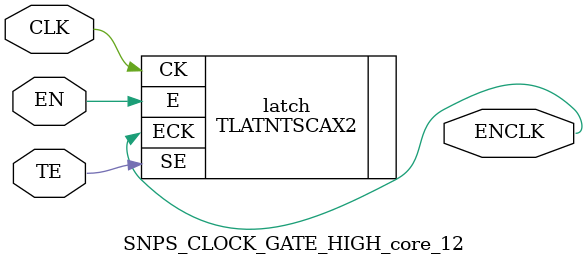
<source format=v>


module core ( i_clk, i_rst_n, i_op_valid, i_op_mode, o_op_ready, i_in_valid, 
        i_in_data, o_in_ready, o_out_valid, o_out_data );
  input [3:0] i_op_mode;
  input [7:0] i_in_data;
  output [13:0] o_out_data;
  input i_clk, i_rst_n, i_op_valid, i_in_valid;
  output o_op_ready, o_in_ready, o_out_valid;
  wire   sram_wen, o_out_valid_w, o_op_ready_w, N548, N549, N550,
         insert_array_4__7_, insert_array_4__6_, insert_array_4__5_,
         insert_array_4__4_, insert_array_4__3_, insert_array_4__2_,
         insert_array_4__1_, insert_array_4__0_, insert_array_5__7_,
         insert_array_5__6_, insert_array_5__5_, insert_array_5__4_,
         insert_array_5__3_, insert_array_5__2_, insert_array_5__1_,
         insert_array_5__0_, insert_array_6__7_, insert_array_6__6_,
         insert_array_6__5_, insert_array_6__4_, insert_array_6__3_,
         insert_array_6__2_, insert_array_6__1_, insert_array_6__0_,
         insert_array_7__7_, insert_array_7__6_, insert_array_7__5_,
         insert_array_7__4_, insert_array_7__3_, insert_array_7__2_,
         insert_array_7__1_, insert_array_7__0_, insert_array_8__7_,
         insert_array_8__6_, insert_array_8__5_, insert_array_8__4_,
         insert_array_8__3_, insert_array_8__2_, insert_array_8__1_,
         insert_array_8__0_, N2715, N2716, N2717, N2718, N2719, N2720, N2721,
         N2722, N2723, N2724, N2725, N2726, N2727, N2728, N2729, N2730, N2731,
         N2732, N2733, N2734, N2735, N2736, N2737, N2738, N2739, N2740, N2741,
         N2742, N2743, N2744, N2745, N2746, N2747, N2748, N2749, N2750, N2751,
         N2752, N2753, N2754, N2794, N2842, N2953, net3941, net3947, net3952,
         net3957, net3962, net3967, net3972, net3982, net3987, net3997,
         net4002, n1008, n1010, n1011, n1012, n1013, n1014, n1015, n1016,
         n1017, n1018, n1019, n1020, n1021, n1022, n1023, n1024, n1025, n1026,
         n1027, n1028, n1029, n1030, n1031, n1032, n1033, n1034, n1035, n1036,
         n1037, n1038, n1039, n1040, n1041, n1042, n1043, n1044, n1045, n1046,
         n1047, n1048, n1049, n1050, n1051, n1052, n1053, n1054, n1055, n1056,
         n1057, n1058, n1059, n1060, n1061, n1062, n1063, n1064, n1065, n1066,
         n1067, n1068, n1069, n1070, n1071, n1072, n1073, n1074, n1075, n1076,
         n1077, n1078, n1079, n1080, n1081, n1082, n1083, n1084, n1085, n1086,
         n1087, n1088, n1089, n1090, n1091, n1092, n1093, n1094, n1095, n1096,
         n1097, n1098, n1099, n1100, n1101, n1102, n1103, n1104, n1105, n1106,
         n1107, n1108, n1109, n1110, n1111, n1112, n1113, n1114, n1115, n1116,
         n1117, n1118, n1119, n1120, n1121, n1122, n1123, n1124, n1125, n1126,
         n1127, n1128, n1129, n1130, n1131, n1132, n1133, n1134, n1135, n1136,
         n1137, n1138, n1139, n1151, n1152, n1154, n1155, n1156, n1158, n1159,
         n1160, n1161, n1162, n1163, n1164, n1165, n1166, n1167, n1168, n1169,
         n1170, n1171, n1172, DP_OP_550J1_143_24_n19, DP_OP_550J1_143_24_n18,
         DP_OP_550J1_143_24_n17, DP_OP_550J1_143_24_n16,
         DP_OP_550J1_143_24_n15, DP_OP_550J1_143_24_n14,
         DP_OP_550J1_143_24_n11, DP_OP_550J1_143_24_n6, DP_OP_550J1_143_24_n5,
         DP_OP_550J1_143_24_n4, DP_OP_550J1_143_24_n3, DP_OP_550J1_143_24_n2,
         DP_OP_559J1_122_2505_n200, DP_OP_559J1_122_2505_n199,
         DP_OP_559J1_122_2505_n198, DP_OP_559J1_122_2505_n197,
         DP_OP_522_157_4144_n773, DP_OP_522_157_4144_n771,
         DP_OP_522_157_4144_n770, DP_OP_522_157_4144_n769,
         DP_OP_522_157_4144_n768, DP_OP_522_157_4144_n767,
         DP_OP_522_157_4144_n766, DP_OP_522_157_4144_n765,
         DP_OP_522_157_4144_n764, DP_OP_522_157_4144_n763,
         DP_OP_522_157_4144_n762, DP_OP_522_157_4144_n552,
         DP_OP_522_157_4144_n549, DP_OP_522_157_4144_n548,
         DP_OP_522_157_4144_n547, DP_OP_522_157_4144_n546,
         DP_OP_522_157_4144_n545, DP_OP_522_157_4144_n544,
         DP_OP_522_157_4144_n543, DP_OP_522_157_4144_n542,
         DP_OP_522_157_4144_n541, DP_OP_522_157_4144_n540,
         DP_OP_522_157_4144_n539, DP_OP_522_157_4144_n538,
         DP_OP_522_157_4144_n537, DP_OP_522_157_4144_n536,
         DP_OP_522_157_4144_n535, DP_OP_522_157_4144_n534,
         DP_OP_522_157_4144_n533, DP_OP_522_157_4144_n532,
         DP_OP_522_157_4144_n376, DP_OP_522_157_4144_n373,
         DP_OP_522_157_4144_n372, DP_OP_522_157_4144_n371,
         DP_OP_522_157_4144_n370, DP_OP_522_157_4144_n369,
         DP_OP_522_157_4144_n368, DP_OP_522_157_4144_n367,
         DP_OP_522_157_4144_n366, DP_OP_522_157_4144_n365,
         DP_OP_522_157_4144_n364, DP_OP_522_157_4144_n363,
         DP_OP_522_157_4144_n362, DP_OP_522_157_4144_n361,
         DP_OP_522_157_4144_n360, DP_OP_522_157_4144_n359,
         DP_OP_522_157_4144_n358, DP_OP_522_157_4144_n357,
         DP_OP_522_157_4144_n356, DP_OP_522_157_4144_n179,
         DP_OP_522_157_4144_n176, DP_OP_522_157_4144_n175,
         DP_OP_522_157_4144_n174, DP_OP_522_157_4144_n173,
         DP_OP_522_157_4144_n172, DP_OP_522_157_4144_n171,
         DP_OP_522_157_4144_n170, DP_OP_522_157_4144_n169,
         DP_OP_522_157_4144_n168, DP_OP_522_157_4144_n167,
         DP_OP_522_157_4144_n166, DP_OP_522_157_4144_n165,
         DP_OP_522_157_4144_n164, DP_OP_522_157_4144_n163,
         DP_OP_522_157_4144_n162, DP_OP_522_157_4144_n161,
         DP_OP_522_157_4144_n160, DP_OP_522_157_4144_n159, n1262, n1263, n1264,
         n1265, n1266, n1267, n1268, n1269, n1270, n1271, n1272, n1273, n1274,
         n1275, n1276, n1277, n1278, n1279, n1280, n1281, n1282, n1283, n1284,
         n1285, n1286, n1287, n1288, n1289, n1290, n1291, n1292, n1293, n1294,
         n1295, n1296, n1297, n1298, n1299, n1300, n1301, n1302, n1303, n1304,
         n1305, n1306, n1307, n1308, n1309, n1310, n1311, n1312, n1313, n1314,
         n1315, n1316, n1317, n1318, n1319, n1320, n1321, n1322, n1323, n1324,
         n1325, n1326, n1327, n1328, n1329, n1330, n1331, n1332, n1333, n1334,
         n1335, n1336, n1337, n1338, n1339, n1340, n1341, n1342, n1343, n1344,
         n1345, n1346, n1347, n1348, n1349, n1350, n1351, n1352, n1353, n1354,
         n1355, n1356, n1357, n1358, n1359, n1360, n1361, n1362, n1363, n1364,
         n1365, n1366, n1367, n1368, n1369, n1370, n1371, n1372, n1373, n1374,
         n1375, n1376, n1377, n1378, n1379, n1380, n1381, n1382, n1383, n1384,
         n1385, n1386, n1387, n1388, n1389, n1390, n1391, n1392, n1393, n1394,
         n1395, n1396, n1397, n1398, n1399, n1400, n1401, n1402, n1403, n1404,
         n1405, n1406, n1407, n1408, n1409, n1410, n1411, n1412, n1413, n1414,
         n1415, n1416, n1417, n1418, n1419, n1420, n1421, n1422, n1423, n1424,
         n1425, n1426, n1427, n1428, n1429, n1430, n1431, n1432, n1433, n1434,
         n1435, n1436, n1437, n1438, n1439, n1440, n1441, n1442, n1443, n1444,
         n1445, n1446, n1447, n1448, n1449, n1450, n1451, n1452, n1453, n1454,
         n1455, n1456, n1457, n1458, n1459, n1460, n1461, n1462, n1463, n1464,
         n1465, n1466, n1467, n1468, n1469, n1470, n1471, n1472, n1473, n1474,
         n1475, n1476, n1477, n1478, n1479, n1480, n1481, n1482, n1483, n1484,
         n1485, n1486, n1487, n1488, n1489, n1490, n1491, n1492, n1493, n1494,
         n1495, n1496, n1497, n1498, n1499, n1500, n1501, n1502, n1503, n1504,
         n1505, n1506, n1507, n1508, n1509, n1510, n1511, n1512, n1513, n1514,
         n1515, n1516, n1517, n1518, n1519, n1520, n1521, n1522, n1523, n1524,
         n1525, n1526, n1527, n1528, n1529, n1530, n1531, n1532, n1533, n1534,
         n1535, n1536, n1537, n1538, n1539, n1540, n1541, n1542, n1543, n1544,
         n1545, n1546, n1547, n1548, n1549, n1550, n1551, n1552, n1553, n1554,
         n1555, n1556, n1557, n1558, n1559, n1560, n1561, n1562, n1563, n1564,
         n1565, n1566, n1567, n1568, n1569, n1570, n1571, n1572, n1573, n1574,
         n1575, n1576, n1577, n1578, n1579, n1580, n1581, n1582, n1583, n1584,
         n1585, n1586, n1587, n1588, n1589, n1590, n1591, n1592, n1593, n1594,
         n1595, n1596, n1597, n1598, n1599, n1600, n1601, n1602, n1603, n1604,
         n1605, n1606, n1607, n1608, n1609, n1610, n1611, n1612, n1613, n1614,
         n1615, n1616, n1617, n1618, n1619, n1620, n1621, n1622, n1623, n1624,
         n1625, n1626, n1627, n1628, n1629, n1630, n1631, n1632, n1633, n1634,
         n1635, n1636, n1637, n1638, n1639, n1640, n1641, n1642, n1643, n1644,
         n1645, n1646, n1647, n1648, n1649, n1650, n1651, n1652, n1653, n1654,
         n1655, n1656, n1657, n1658, n1659, n1660, n1661, n1662, n1663, n1664,
         n1665, n1666, n1667, n1668, n1669, n1670, n1671, n1672, n1673, n1674,
         n1675, n1676, n1677, n1678, n1679, n1680, n1681, n1682, n1683, n1684,
         n1685, n1686, n1687, n1688, n1689, n1690, n1691, n1692, n1693, n1694,
         n1695, n1696, n1697, n1698, n1699, n1700, n1701, n1702, n1703, n1704,
         n1705, n1706, n1707, n1708, n1709, n1710, n1711, n1712, n1713, n1714,
         n1715, n1716, n1717, n1718, n1719, n1720, n1721, n1722, n1723, n1724,
         n1725, n1726, n1727, n1728, n1729, n1730, n1731, n1732, n1733, n1734,
         n1735, n1736, n1737, n1738, n1739, n1740, n1741, n1742, n1743, n1744,
         n1745, n1746, n1747, n1748, n1749, n1750, n1751, n1752, n1753, n1754,
         n1755, n1756, n1757, n1758, n1759, n1760, n1761, n1762, n1763, n1764,
         n1765, n1766, n1767, n1768, n1769, n1770, n1771, n1772, n1773, n1774,
         n1775, n1776, n1777, n1778, n1779, n1780, n1781, n1782, n1783, n1784,
         n1785, n1786, n1787, n1788, n1789, n1790, n1791, n1792, n1793, n1794,
         n1795, n1796, n1797, n1798, n1799, n1800, n1801, n1802, n1803, n1804,
         n1805, n1806, n1807, n1808, n1809, n1810, n1811, n1812, n1813, n1814,
         n1815, n1816, n1817, n1818, n1819, n1820, n1821, n1822, n1823, n1824,
         n1825, n1826, n1827, n1828, n1829, n1830, n1831, n1832, n1833, n1834,
         n1835, n1836, n1837, n1838, n1839, n1840, n1841, n1842, n1843, n1844,
         n1845, n1846, n1847, n1848, n1849, n1850, n1851, n1852, n1853, n1854,
         n1855, n1856, n1857, n1858, n1859, n1860, n1861, n1862, n1863, n1864,
         n1865, n1866, n1867, n1868, n1869, n1870, n1871, n1872, n1873, n1874,
         n1875, n1876, n1877, n1878, n1879, n1880, n1881, n1882, n1883, n1884,
         n1885, n1886, n1887, n1888, n1889, n1890, n1891, n1892, n1893, n1894,
         n1895, n1896, n1897, n1898, n1899, n1900, n1901, n1902, n1903, n1904,
         n1905, n1906, n1907, n1908, n1909, n1910, n1911, n1912, n1913, n1914,
         n1915, n1916, n1917, n1918, n1919, n1920, n1921, n1922, n1923, n1924,
         n1925, n1926, n1927, n1928, n1929, n1930, n1931, n1932, n1933, n1934,
         n1935, n1936, n1937, n1938, n1939, n1940, n1941, n1942, n1943, n1944,
         n1945, n1946, n1947, n1948, n1949, n1950, n1951, n1952, n1953, n1954,
         n1955, n1956, n1957, n1958, n1959, n1960, n1961, n1962, n1963, n1964,
         n1965, n1966, n1967, n1968, n1969, n1970, n1971, n1972, n1973, n1974,
         n1975, n1976, n1977, n1978, n1979, n1980, n1981, n1982, n1983, n1984,
         n1985, n1986, n1987, n1988, n1989, n1990, n1991, n1992, n1993, n1994,
         n1995, n1996, n1997, n1998, n1999, n2000, n2001, n2002, n2003, n2004,
         n2005, n2006, n2007, n2008, n2009, n2010, n2011, n2012, n2013, n2014,
         n2015, n2016, n2017, n2018, n2019, n2020, n2021, n2022, n2023, n2024,
         n2025, n2026, n2027, n2028, n2029, n2030, n2031, n2032, n2033, n2034,
         n2035, n2036, n2037, n2038, n2039, n2040, n2041, n2042, n2043, n2044,
         n2045, n2046, n2047, n2048, n2049, n2050, n2051, n2052, n2053, n2054,
         n2055, n2056, n2057, n2058, n2059, n2060, n2061, n2062, n2063, n2064,
         n2065, n2066, n2067, n2068, n2069, n2070, n2071, n2072, n2073, n2074,
         n2075, n2076, n2077, n2078, n2079, n2080, n2081, n2082, n2083, n2084,
         n2085, n2086, n2087, n2088, n2089, n2090, n2091, n2092, n2093, n2094,
         n2095, n2096, n2097, n2098, n2099, n2100, n2101, n2102, n2103, n2104,
         n2105, n2106, n2107, n2108, n2109, n2110, n2111, n2112, n2113, n2114,
         n2115, n2116, n2117, n2118, n2119, n2120, n2121, n2122, n2123, n2124,
         n2125, n2126, n2127, n2128, n2129, n2130, n2131, n2132, n2133, n2134,
         n2135, n2136, n2137, n2138, n2139, n2140, n2141, n2142, n2143, n2144,
         n2145, n2146, n2147, n2148, n2149, n2150, n2151, n2152, n2153, n2154,
         n2155, n2156, n2157, n2158, n2159, n2160, n2161, n2162, n2163, n2164,
         n2165, n2166, n2167, n2168, n2169, n2170, n2171, n2172, n2173, n2174,
         n2175, n2176, n2177, n2178, n2179, n2180, n2181, n2182, n2183, n2184,
         n2185, n2186, n2187, n2188, n2189, n2190, n2191, n2192, n2193, n2194,
         n2195, n2196, n2197, n2198, n2199, n2200, n2201, n2202, n2203, n2204,
         n2205, n2206, n2207, n2208, n2209, n2210, n2211, n2212, n2213, n2214,
         n2215, n2216, n2217, n2218, n2219, n2220, n2221, n2222, n2223, n2224,
         n2225, n2226, n2227, n2228, n2229, n2230, n2231, n2232, n2233, n2234,
         n2235, n2236, n2237, n2238, n2239, n2240, n2241, n2242, n2243, n2244,
         n2245, n2246, n2247, n2248, n2249, n2250, n2251, n2252, n2253, n2254,
         n2255, n2256, n2257, n2258, n2259, n2260, n2261, n2262, n2263, n2264,
         n2265, n2266, n2267, n2268, n2269, n2270, n2271, n2272, n2273, n2274,
         n2275, n2276, n2277, n2278, n2279, n2280, n2281, n2282, n2283, n2284,
         n2285, n2286, n2287, n2288, n2289, n2290, n2291, n2292, n2293, n2294,
         n2295, n2296, n2297, n2298, n2299, n2300, n2301, n2302, n2303, n2304,
         n2305, n2306, n2307, n2308, n2309, n2310, n2311, n2312, n2313, n2314,
         n2315, n2316, n2317, n2318, n2319, n2320, n2321, n2322, n2323, n2324,
         n2325, n2326, n2327, n2328, n2329, n2330, n2331, n2332, n2333, n2334,
         n2335, n2336, n2337, n2338, n2339, n2340, n2341, n2342, n2343, n2344,
         n2345, n2346, n2347, n2348, n2349, n2350, n2351, n2352, n2353, n2354,
         n2355, n2356, n2357, n2358, n2359, n2360, n2361, n2362, n2363, n2364,
         n2365, n2366, n2367, n2368, n2369, n2370, n2371, n2372, n2373, n2374,
         n2375, n2376, n2377, n2378, n2379, n2380, n2381, n2382, n2383, n2384,
         n2385, n2386, n2387, n2388, n2389, n2390, n2391, n2392, n2393, n2394,
         n2395, n2396, n2397, n2398, n2399, n2400, n2401, n2402, n2403, n2404,
         n2405, n2406, n2407, n2408, n2409, n2410, n2411, n2412, n2413, n2414,
         n2415, n2416, n2417, n2418, n2419, n2420, n2421, n2422, n2423, n2424,
         n2425, n2426, n2427, n2428, n2429, n2430, n2431, n2432, n2433, n2434,
         n2435, n2436, n2437, n2438, n2439, n2440, n2441, n2442, n2443, n2444,
         n2445, n2446, n2447, n2448, n2449, n2450, n2451, n2452, n2453, n2454,
         n2455, n2456, n2457, n2458, n2459, n2460, n2461, n2462, n2463, n2464,
         n2465, n2466, n2467, n2468, n2469, n2470, n2471, n2472, n2473, n2474,
         n2475, n2476, n2477, n2478, n2479, n2480, n2481, n2482, n2483, n2484,
         n2485, n2486, n2487, n2488, n2489, n2490, n2491, n2492, n2493, n2494,
         n2495, n2496, n2497, n2498, n2499, n2500, n2501, n2502, n2503, n2504,
         n2505, n2506, n2507, n2508, n2509, n2510, n2511, n2512, n2513, n2514,
         n2515, n2516, n2517, n2518, n2519, n2520, n2521, n2522, n2523, n2524,
         n2525, n2526, n2527, n2528, n2529, n2530, n2531, n2532, n2533, n2534,
         n2535, n2536, n2537, n2538, n2539, n2540, n2541, n2542, n2543, n2544,
         n2545, n2546, n2547, n2548, n2549, n2550, n2551, n2552, n2553, n2554,
         n2555, n2556, n2557, n2558, n2559, n2560, n2561, n2562, n2563, n2564,
         n2565, n2566, n2567, n2568, n2569, n2570, n2571, n2572, n2573, n2574,
         n2575, n2576, n2577, n2578, n2579, n2580, n2581, n2582, n2583, n2584,
         n2585, n2586, n2587, n2588, n2589, n2590, n2591, n2592, n2593, n2594,
         n2595, n2596, n2597, n2598, n2599, n2600, n2601, n2602, n2603, n2604,
         n2605, n2606, n2607, n2608, n2609, n2610, n2611, n2612, n2613, n2614,
         n2615, n2616, n2617, n2618, n2619, n2620, n2621, n2622, n2623, n2624,
         n2625, n2626, n2627, n2628, n2629, n2630, n2631, n2632, n2633, n2634,
         n2635, n2636, n2637, n2638, n2639, n2640, n2641, n2642, n2643, n2644,
         n2645, n2646, n2647, n2648, n2649, n2650, n2651, n2652, n2653, n2654,
         n2655, n2656, n2657, n2658, n2659, n2660, n2661, n2662, n2663, n2664,
         n2665, n2666, n2667, n2668, n2669, n2670, n2671, n2672, n2673, n2674,
         n2675, n2676, n2677, n2678, n2679, n2680, n2681, n2682, n2683, n2684,
         n2685, n2686, n2687, n2688, n2689, n2690, n2691, n2692, n2693, n2694,
         n2695, n2696, n2697, n2698, n2699, n2700, n2701, n2702, n2703, n2704,
         n2705, n2706, n2707, n2708, n2709, n2710, n2711, n2712, n2713, n2714,
         n27150, n27160, n27170, n27180, n27190, n27200, n27210, n27220,
         n27230, n27240, n27250, n27260, n27270, n27280, n27290, n27300,
         n27310, n27320, n27330, n27340, n27350, n27360, n27370, n27380,
         n27390, n27400, n27410, n27420, n27430, n27440, n27450, n27460,
         n27470, n27480, n27490, n27500, n27510, n27520, n27530, n27540, n2755,
         n2756, n2757, n2758, n2759, n2760, n2761, n2762, n2763, n2764, n2765,
         n2766, n2767, n2768, n2769, n2770, n2771, n2772, n2773, n2774, n2775,
         n2776, n2777, n2778, n2779, n2780, n2781, n2782, n2783, n2784, n2785,
         n2786, n2787, n2788, n2789, n2790, n2791, n2792, n2793, n27940, n2795,
         n2796, n2797, n2798, n2799, n2800, n2801, n2802, n2803, n2804, n2805,
         n2806, n2807, n2808, n2809, n2810, n2811, n2812, n2813, n2814, n2815,
         n2816, n2817, n2818, n2819, n2820, n2821, n2822, n2823, n2824, n2825,
         n2826, n2827, n2828, n2829, n2830, n2831, n2832, n2833, n2834, n2835,
         n2836, n2837, n2838, n2839, n2840, n2841, n28420, n2843, n2844, n2845,
         n2846, n2847, n2848, n2849, n2850, n2851, n2852, n2853, n2854, n2855,
         n2856, n2857, n2858, n2859, n2860, n2861, n2862, n2863, n2864, n2865,
         n2866, n2867, n2868, n2869, n2870, n2871, n2872, n2873, n2874, n2875,
         n2876, n2877, n2878, n2879, n2880, n2881, n2883, n2884, n2885, n2886,
         n2887, n2888, n2889, n2890, n2891, n2892, n2893, n2894, n2895, n2896,
         n2897, n2898, n2899, n2900, n2901, n2902, n2903, n2904, n2905, n2906,
         n2907, n2908, n2909, n2910, n2911, n2912, n2913, n2914, n2915, n2916,
         n2917, n2918, n2919, n2920, n2921, n2922, n2923, n2924, n2925, n2926,
         n2927, n2928, n2929, n2930, n2931, n2932, n2933, n2934, n2935, n2936,
         n2937, n2938, n2939, n2940, n2941, n2942, n2943, n2944, n2945, n2946,
         n2947, n2948, n2949, n2950, n2951, n2952, n29530, n2954, n2955, n2956,
         n2957, n2958, n2959, n2960, n2961, n2962, n2963, n2964, n2965, n2966,
         n2967, n2968, n2969, n2970, n2971, n2972, n2973, n2974, n2975, n2976,
         n2977, n2978, n2979, n2980, n2981, n2982, n2983, n2984, n2985, n2986,
         n2987, n2988, n2989, n2990, n2991, n2992, n2993, n2994, n2995, n2996,
         n2997, n2998, n2999, n3000, n3001, n3002, n3003, n3004, n3005, n3006,
         n3007, n3008, n3009, n3010, n3011, n3012, n3013, n3014, n3015, n3016,
         n3017, n3018, n3019, n3020, n3021, n3022, n3023, n3024, n3025, n3026,
         n3027, n3028, n3029, n3030, n3031, n3032, n3033, n3034, n3035, n3036,
         n3037, n3038, n3039, n3040, n3041, n3042, n3043, n3044, n3045, n3046,
         n3047, n3048, n3049, n3050, n3051, n3052, n3053, n3054, n3055, n3056,
         n3057, n3058, n3059, n3060, n3061, n3062, n3063, n3064, n3065, n3066,
         n3067, n3068, n3069, n3070, n3071, n3072, n3073, n3074, n3075, n3076,
         n3077, n3078, n3079, n3080, n3081, n3082, n3083, n3084, n3085, n3086,
         n3087, n3088, n3089, n3090, n3091, n3092, n3093, n3094, n3095, n3096,
         n3097, n3098, n3099, n3100, n3101, n3102, n3103, n3104, n3105, n3106,
         n3107, n3108, n3109, n3110, n3111, n3112, n3113, n3114, n3115, n3116,
         n3117, n3118, n3119, n3120, n3121, n3122, n3123, n3124, n3125, n3126,
         n3127, n3128, n3129, n3130, n3131, n3132, n3133, n3134, n3135, n3136,
         n3137, n3138, n3139, n3140, n3141, n3142, n3143, n3144, n3145, n3146,
         n3147, n3148, n3149, n3150, n3151, n3152, n3153, n3154, n3155, n3156,
         n3157, n3158, n3159, n3160, n3161, n3162, n3163, n3164, n3165, n3166,
         n3167, n3168, n3169, n3170, n3171, n3172, n3173, n3174, n3175, n3176,
         n3177, n3178, n3179, n3180, n3181, n3182, n3183, n3184, n3185, n3186,
         n3187, n3188, n3189, n3190, n3191, n3192, n3193, n3194, n3195, n3196,
         n3197, n3198, n3199, n3200, n3201, n3202, n3203, n3204, n3205, n3206,
         n3207, n3208, n3209, n3210, n3211, n3212, n3213, n3214, n3215, n3216,
         n3217, n3218, n3219, n3220, n3221, n3222, n3223, n3224, n3225, n3226,
         n3227, n3228, n3229, n3230, n3231, n3232, n3233, n3234, n3235, n3236,
         n3237, n3238, n3239, n3240, n3241, n3242, n3243, n3244, n3245, n3246,
         n3247, n3248, n3249, n3250, n3251, n3252, n3253, n3254, n3255, n3256,
         n3257, n3258, n3259, n3260, n3261, n3262, n3263, n3264, n3265, n3266,
         n3267, n3268, n3269, n3270, n3271, n3272, n3273, n3274, n3275, n3276,
         n3277, n3278, n3279, n3280, n3281, n3282, n3283, n3284, n3285, n3286,
         n3287, n3288, n3289, n3290, n3291, n3292, n3293, n3294, n3295, n3296,
         n3297, n3298, n3299, n3300, n3301, n3302, n3303, n3304, n3305, n3306,
         n3307, n3308, n3309, n3310, n3311, n3312, n3313, n3314, n3315, n3316,
         n3317, n3318, n3319, n3320, n3321, n3322, n3323, n3324, n3325, n3326,
         n3327, n3328, n3329, n3330, n3331, n3332, n3333, n3334, n3335, n3336,
         n3337, n3338, n3339, n3340, n3341, n3342, n3343, n3344, n3345, n3346,
         n3347, n3348, n3349, n3350, n3351, n3352, n3353, n3354, n3355, n3356,
         n3357, n3358, n3359, n3360, n3361, n3362, n3363, n3364, n3365, n3366,
         n3367, n3368, n3369, n3370, n3371, n3372, n3373, n3374, n3375, n3376,
         n3377, n3378, n3379, n3380, n3381, n3382, n3383, n3384, n3385, n3386,
         n3387, n3388, n3389, n3390, n3391, n3392, n3393, n3394, n3395, n3396,
         n3397, n3398, n3399, n3400, n3401, n3402, n3403, n3404, n3405, n3406,
         n3407, n3408, n3409, n3410, n3411, n3412, n3413, n3414, n3415, n3416,
         n3417, n3418, n3419, n3420, n3421, n3422, n3423, n3424, n3425, n3426,
         n3427, n3428, n3429, n3430, n3432, n3433, n3434, n3435, n3436, n3437,
         n3438, n3439, n3440, n3441, n3442, n3443, n3444, n3445, n3446, n3447,
         n3448, n3449, n3450, n3451, n3452, n3453, n3454, n3455, n3456, n3457,
         n3458, n3459, n3460, n3461, n3462, n3463, n3464, n3465, n3466, n3467,
         n3468, n3469, n3470, n3471, n3472, n3473, n3474, n3475, n3476, n3477,
         n3478, n3479, n3480, n3481, n3482, n3483, n3484, n3485, n3486, n3487,
         n3488, n3489, n3490, n3491, n3492, n3493, n3494, n3495, n3496, n3497,
         n3498, n3499, n3500, n3501, n3502, n3503, n3504, n3505, n3506, n3507,
         n3508, n3509, n3510, n3511, n3512, n3513, n3514, n3515, n3516, n3517,
         n3518, n3519;
  wire   [7:0] sram_out;
  wire   [11:0] sram_A;
  wire   [7:0] sram_D;
  wire   [3:0] i_op_mode_r;
  wire   [5:3] depth;
  wire   [10:0] count;
  wire   [10:5] count_out;
  wire   [14:0] conv;
  wire   [11:3] origin_rrrr_r;
  wire   [13:0] a_r;
  wire   [7:0] b_r;
  wire   [7:0] c_r;
  wire   [7:0] d_r;
  wire   [13:0] haar_r;
  wire   [2:0] c16;
  wire   [2:0] c8;
  wire   [10:0] conv16;
  wire   [12:0] conv8;
  wire   [2:0] status;
  wire   [13:0] o_out_data_w;
  wire   [2:0] status_next;
  wire   [10:6] origin_r;
  wire   [7:0] med;

  sram_4096x8 sram ( .Q(sram_out), .A(sram_A), .D(sram_D), .CLK(i_clk), .CEN(
        n3517), .WEN(sram_wen) );
  SNPS_CLOCK_GATE_HIGH_core_12 clk_gate_origin_rrrr_r_reg ( .CLK(i_clk), .EN(
        n1172), .ENCLK(net3941), .TE(1'b0) );
  SNPS_CLOCK_GATE_HIGH_core_11 clk_gate_c8_reg ( .CLK(i_clk), .EN(n1171), 
        .ENCLK(net3947), .TE(1'b0) );
  SNPS_CLOCK_GATE_HIGH_core_10 clk_gate_med_reg ( .CLK(i_clk), .EN(N2842), 
        .ENCLK(net3952), .TE(1'b0) );
  SNPS_CLOCK_GATE_HIGH_core_9 clk_gate_count_out_reg ( .CLK(i_clk), .EN(N2953), 
        .ENCLK(net3957), .TE(1'b0) );
  SNPS_CLOCK_GATE_HIGH_core_8 clk_gate_insert_array_reg_4_ ( .CLK(i_clk), .EN(
        N2794), .ENCLK(net3962), .TE(1'b0) );
  SNPS_CLOCK_GATE_HIGH_core_7 clk_gate_count_reg ( .CLK(i_clk), .EN(n1151), 
        .ENCLK(net3967), .TE(1'b0) );
  SNPS_CLOCK_GATE_HIGH_core_6 clk_gate_origin_reg ( .CLK(i_clk), .EN(n1169), 
        .ENCLK(net3972), .TE(1'b0) );
  SNPS_CLOCK_GATE_HIGH_core_4 clk_gate_depth_reg ( .CLK(i_clk), .EN(n1168), 
        .ENCLK(net3982), .TE(1'b0) );
  SNPS_CLOCK_GATE_HIGH_core_3 clk_gate_a_r_reg ( .CLK(i_clk), .EN(n1154), 
        .ENCLK(net3987), .TE(1'b0) );
  SNPS_CLOCK_GATE_HIGH_core_1 clk_gate_c_r_reg ( .CLK(i_clk), .EN(n1152), 
        .ENCLK(net3997), .TE(1'b0) );
  SNPS_CLOCK_GATE_HIGH_core_0 clk_gate_conv_reg ( .CLK(i_clk), .EN(n1170), 
        .ENCLK(net4002), .TE(1'b0) );
  DFFRX1 origin_rrrr_r_reg_3_ ( .D(n1080), .CK(net3941), .RN(n1264), .Q(
        origin_rrrr_r[3]), .QN(n3485) );
  DFFRX1 origin_rrrr_r_reg_5_ ( .D(n1078), .CK(net3941), .RN(n1264), .Q(
        origin_rrrr_r[5]), .QN(n3484) );
  DFFRX4 count_reg_2_ ( .D(n1138), .CK(net3967), .RN(n1264), .Q(count[2]), 
        .QN(n3450) );
  DFFRX1 a_r_reg_13_ ( .D(n1114), .CK(net3987), .RN(n1263), .Q(a_r[13]), .QN(
        n3505) );
  DFFRX1 a_r_reg_11_ ( .D(n1058), .CK(net3987), .RN(n1263), .Q(a_r[11]), .QN(
        n3464) );
  DFFRX1 conv16_reg_10_ ( .D(n1102), .CK(net3947), .RN(i_rst_n), .Q(conv16[10]) );
  DFFRX1 conv8_reg_11_ ( .D(n1087), .CK(net3947), .RN(n1270), .Q(conv8[11]) );
  DFFRX1 conv_reg_13_ ( .D(n1022), .CK(net4002), .RN(n1270), .Q(conv[13]), 
        .QN(n3492) );
  DFFRX1 conv16_reg_9_ ( .D(n1103), .CK(net3947), .RN(i_rst_n), .Q(conv16[9])
         );
  DFFRX1 conv8_reg_10_ ( .D(n1088), .CK(net3947), .RN(n1270), .Q(conv8[10]) );
  DFFRX1 conv16_reg_8_ ( .D(n1104), .CK(net3947), .RN(i_rst_n), .Q(conv16[8])
         );
  DFFRX1 conv8_reg_9_ ( .D(n1089), .CK(net3947), .RN(n1270), .Q(conv8[9]) );
  DFFRX1 conv_reg_11_ ( .D(n1024), .CK(net4002), .RN(n1270), .Q(conv[11]), 
        .QN(n3493) );
  DFFRX1 conv16_reg_7_ ( .D(n1105), .CK(net3947), .RN(n1270), .Q(conv16[7]) );
  DFFRX1 conv8_reg_8_ ( .D(n1090), .CK(net3947), .RN(n1270), .Q(conv8[8]) );
  DFFRX1 conv_reg_10_ ( .D(n1025), .CK(net4002), .RN(i_rst_n), .Q(conv[10]), 
        .QN(n3443) );
  DFFRX1 conv16_reg_6_ ( .D(n1106), .CK(net3947), .RN(i_rst_n), .Q(conv16[6])
         );
  DFFRX1 conv8_reg_7_ ( .D(n1091), .CK(net3947), .RN(i_rst_n), .Q(conv8[7]) );
  DFFRX1 conv16_reg_5_ ( .D(n1107), .CK(net3947), .RN(i_rst_n), .Q(conv16[5])
         );
  DFFRX1 conv8_reg_6_ ( .D(n1092), .CK(net3947), .RN(i_rst_n), .Q(conv8[6]) );
  DFFRX1 conv_reg_8_ ( .D(n1027), .CK(net4002), .RN(i_rst_n), .Q(conv[8]), 
        .QN(n3440) );
  DFFRX1 conv16_reg_4_ ( .D(n1108), .CK(net3947), .RN(i_rst_n), .Q(conv16[4])
         );
  DFFRX1 conv8_reg_5_ ( .D(n1093), .CK(net3947), .RN(i_rst_n), .Q(conv8[5]) );
  DFFRX1 conv_reg_7_ ( .D(n1028), .CK(net4002), .RN(i_rst_n), .Q(conv[7]), 
        .QN(n3442) );
  DFFRX1 conv16_reg_3_ ( .D(n1109), .CK(net3947), .RN(i_rst_n), .Q(conv16[3])
         );
  DFFRX1 conv8_reg_4_ ( .D(n1094), .CK(n3518), .RN(i_rst_n), .Q(conv8[4]) );
  DFFRX1 conv_reg_6_ ( .D(n1029), .CK(net4002), .RN(n1264), .Q(conv[6]), .QN(
        n3475) );
  DFFRX1 conv16_reg_2_ ( .D(n1110), .CK(n3518), .RN(n1264), .Q(conv16[2]) );
  DFFRX1 conv8_reg_3_ ( .D(n1095), .CK(n3518), .RN(n1264), .Q(conv8[3]) );
  DFFRX1 conv_reg_5_ ( .D(n1030), .CK(net4002), .RN(n1264), .Q(conv[5]), .QN(
        n3472) );
  DFFRX1 conv16_reg_1_ ( .D(n1111), .CK(n3518), .RN(n1264), .Q(conv16[1]) );
  DFFRX1 conv8_reg_2_ ( .D(n1096), .CK(n3518), .RN(n1264), .Q(conv8[2]) );
  DFFRX1 conv_reg_4_ ( .D(n1031), .CK(net4002), .RN(n1264), .Q(conv[4]), .QN(
        n3471) );
  DFFRX1 conv16_reg_0_ ( .D(n1112), .CK(n3518), .RN(n1264), .Q(conv16[0]) );
  DFFRX1 conv8_reg_1_ ( .D(n1097), .CK(n3518), .RN(n1264), .Q(conv8[1]) );
  DFFRX1 conv_reg_3_ ( .D(n1032), .CK(net4002), .RN(n1264), .Q(conv[3]), .QN(
        n3495) );
  DFFRX1 c16_reg_2_ ( .D(n1099), .CK(n3518), .RN(n1264), .Q(c16[2]), .QN(n3470) );
  DFFRX1 conv8_reg_0_ ( .D(n1098), .CK(n3518), .RN(n1264), .Q(conv8[0]) );
  DFFRX1 conv_reg_2_ ( .D(n1033), .CK(net4002), .RN(n1264), .Q(conv[2]), .QN(
        n3491) );
  DFFRX1 c16_reg_1_ ( .D(n1100), .CK(n3518), .RN(n1264), .Q(c16[1]) );
  DFFRX1 c8_reg_2_ ( .D(n1084), .CK(n3518), .RN(n1264), .Q(c8[2]) );
  DFFRX1 conv_reg_1_ ( .D(n1034), .CK(net4002), .RN(n1264), .Q(conv[1]), .QN(
        n3469) );
  DFFRX1 c16_reg_0_ ( .D(n1101), .CK(n3518), .RN(n1264), .Q(c16[0]) );
  DFFRX1 c8_reg_1_ ( .D(n1085), .CK(n3518), .RN(n1264), .Q(c8[1]) );
  DFFRX1 conv_reg_0_ ( .D(n1035), .CK(net4002), .RN(n1264), .Q(conv[0]), .QN(
        n3498) );
  DFFRX1 c8_reg_0_ ( .D(n1086), .CK(n3518), .RN(n1264), .Q(c8[0]) );
  DFFQX1 count_out_reg_9_ ( .D(n1128), .CK(net3957), .Q(count_out[9]) );
  DFFQX1 count_out_reg_8_ ( .D(n1127), .CK(net3957), .Q(count_out[8]) );
  DFFQX1 count_out_reg_7_ ( .D(n1126), .CK(net3957), .Q(count_out[7]) );
  DFFQX1 count_out_reg_6_ ( .D(n1125), .CK(net3957), .Q(count_out[6]) );
  DFFQX2 count_out_reg_2_ ( .D(n1121), .CK(net3957), .Q(origin_r[8]) );
  DFFQX1 count_out_reg_10_ ( .D(n1118), .CK(net3957), .Q(count_out[10]) );
  DFFQX1 med_reg_1_ ( .D(insert_array_4__1_), .CK(net3952), .Q(med[1]) );
  DFFQX1 med_reg_2_ ( .D(insert_array_4__2_), .CK(net3952), .Q(med[2]) );
  DFFQX1 med_reg_3_ ( .D(insert_array_4__3_), .CK(net3952), .Q(med[3]) );
  DFFQX1 med_reg_4_ ( .D(insert_array_4__4_), .CK(net3952), .Q(med[4]) );
  DFFQX1 med_reg_5_ ( .D(insert_array_4__5_), .CK(net3952), .Q(med[5]) );
  DFFQX1 med_reg_6_ ( .D(insert_array_4__6_), .CK(net3952), .Q(med[6]) );
  DFFQX1 med_reg_7_ ( .D(insert_array_4__7_), .CK(net3952), .Q(med[7]) );
  DFFQX1 med_reg_0_ ( .D(insert_array_4__0_), .CK(net3952), .Q(med[0]) );
  DFFSX1 insert_array_reg_8__1_ ( .D(N2716), .CK(net3962), .SN(n1264), .Q(
        insert_array_8__1_), .QN(n3474) );
  DFFSX1 insert_array_reg_7__1_ ( .D(N2724), .CK(net3962), .SN(n1264), .Q(
        insert_array_7__1_) );
  DFFSX1 insert_array_reg_6__1_ ( .D(N2732), .CK(net3962), .SN(n1264), .Q(
        insert_array_6__1_) );
  DFFSX1 insert_array_reg_5__1_ ( .D(N2740), .CK(net3962), .SN(n1264), .Q(
        insert_array_5__1_) );
  DFFSX1 insert_array_reg_4__1_ ( .D(N2748), .CK(net3962), .SN(n1264), .Q(
        insert_array_4__1_), .QN(n3503) );
  DFFSX1 insert_array_reg_8__2_ ( .D(N2717), .CK(net3962), .SN(n1264), .Q(
        insert_array_8__2_) );
  DFFSX1 insert_array_reg_7__2_ ( .D(N2725), .CK(net3962), .SN(n1264), .Q(
        insert_array_7__2_) );
  DFFSX1 insert_array_reg_6__2_ ( .D(N2733), .CK(net3962), .SN(n1264), .Q(
        insert_array_6__2_) );
  DFFSX1 insert_array_reg_5__2_ ( .D(N2741), .CK(net3962), .SN(n1264), .Q(
        insert_array_5__2_) );
  DFFSX1 insert_array_reg_4__2_ ( .D(N2749), .CK(net3962), .SN(n1264), .Q(
        insert_array_4__2_), .QN(n3504) );
  DFFSX1 insert_array_reg_8__3_ ( .D(N2718), .CK(net3962), .SN(n1264), .Q(
        insert_array_8__3_), .QN(n3477) );
  DFFSX1 insert_array_reg_7__3_ ( .D(N2726), .CK(net3962), .SN(n1264), .Q(
        insert_array_7__3_) );
  DFFSX1 insert_array_reg_6__3_ ( .D(N2734), .CK(net3962), .SN(n1264), .Q(
        insert_array_6__3_) );
  DFFSX1 insert_array_reg_5__3_ ( .D(N2742), .CK(net3962), .SN(n1264), .Q(
        insert_array_5__3_) );
  DFFSX1 insert_array_reg_4__3_ ( .D(N2750), .CK(net3962), .SN(n1264), .Q(
        insert_array_4__3_), .QN(n3508) );
  DFFSX1 insert_array_reg_8__4_ ( .D(N2719), .CK(net3962), .SN(n1264), .Q(
        insert_array_8__4_), .QN(n3478) );
  DFFSX1 insert_array_reg_7__4_ ( .D(N2727), .CK(net3962), .SN(n1264), .Q(
        insert_array_7__4_) );
  DFFSX1 insert_array_reg_6__4_ ( .D(N2735), .CK(net3962), .SN(n1264), .Q(
        insert_array_6__4_) );
  DFFSX1 insert_array_reg_5__4_ ( .D(N2743), .CK(net3962), .SN(n1264), .Q(
        insert_array_5__4_) );
  DFFSX1 insert_array_reg_4__4_ ( .D(N2751), .CK(net3962), .SN(n1264), .Q(
        insert_array_4__4_), .QN(n3506) );
  DFFSX1 insert_array_reg_8__5_ ( .D(N2720), .CK(n3519), .SN(n1264), .Q(
        insert_array_8__5_) );
  DFFSX1 insert_array_reg_7__5_ ( .D(N2728), .CK(n3519), .SN(n1264), .Q(
        insert_array_7__5_) );
  DFFSX1 insert_array_reg_6__5_ ( .D(N2736), .CK(n3519), .SN(n1264), .Q(
        insert_array_6__5_) );
  DFFSX1 insert_array_reg_5__5_ ( .D(N2744), .CK(n3519), .SN(n1270), .Q(
        insert_array_5__5_) );
  DFFSX1 insert_array_reg_4__5_ ( .D(N2752), .CK(n3519), .SN(n1270), .Q(
        insert_array_4__5_), .QN(n3509) );
  DFFSX1 insert_array_reg_8__6_ ( .D(N2721), .CK(n3519), .SN(n1270), .Q(
        insert_array_8__6_) );
  DFFSX1 insert_array_reg_7__6_ ( .D(N2729), .CK(n3519), .SN(n1270), .Q(
        insert_array_7__6_) );
  DFFSX1 insert_array_reg_6__6_ ( .D(N2737), .CK(n3519), .SN(n1264), .Q(
        insert_array_6__6_) );
  DFFSX1 insert_array_reg_5__6_ ( .D(N2745), .CK(n3519), .SN(n1264), .Q(
        insert_array_5__6_) );
  DFFSX1 insert_array_reg_4__6_ ( .D(N2753), .CK(n3519), .SN(n1264), .Q(
        insert_array_4__6_), .QN(n3507) );
  DFFSX1 insert_array_reg_8__7_ ( .D(N2722), .CK(n3519), .SN(n1263), .Q(
        insert_array_8__7_) );
  DFFSX1 insert_array_reg_7__7_ ( .D(N2730), .CK(n3519), .SN(n1264), .Q(
        insert_array_7__7_) );
  DFFSX1 insert_array_reg_6__7_ ( .D(N2738), .CK(n3519), .SN(n1264), .Q(
        insert_array_6__7_) );
  DFFSX1 insert_array_reg_5__7_ ( .D(N2746), .CK(n3519), .SN(n1264), .Q(
        insert_array_5__7_) );
  DFFSX1 insert_array_reg_4__7_ ( .D(N2754), .CK(n3519), .SN(n1264), .Q(
        insert_array_4__7_), .QN(n3502) );
  DFFSX1 insert_array_reg_8__0_ ( .D(N2715), .CK(n3519), .SN(n1263), .Q(
        insert_array_8__0_) );
  DFFSX1 insert_array_reg_7__0_ ( .D(N2723), .CK(n3519), .SN(n1263), .Q(
        insert_array_7__0_), .QN(n3510) );
  DFFSX1 insert_array_reg_6__0_ ( .D(N2731), .CK(n3519), .SN(n1263), .Q(
        insert_array_6__0_), .QN(n3501) );
  DFFSX1 insert_array_reg_5__0_ ( .D(N2739), .CK(n3519), .SN(n1263), .Q(
        insert_array_5__0_), .QN(n3511) );
  DFFSX1 insert_array_reg_4__0_ ( .D(N2747), .CK(n3519), .SN(n1263), .Q(
        insert_array_4__0_), .QN(n3512) );
  SNPS_CLOCK_GATE_HIGH_core_13 clk_gate_insert_array_reg_4__0 ( .CLK(i_clk), 
        .EN(N2794), .ENCLK(n3519), .TE(1'b0) );
  SNPS_CLOCK_GATE_HIGH_core_14 clk_gate_c8_reg_0 ( .CLK(i_clk), .EN(n1171), 
        .ENCLK(n3518), .TE(1'b0) );
  ADDFXL DP_OP_550J1_143_24_U6 ( .A(n3516), .B(DP_OP_559J1_122_2505_n197), 
        .CI(DP_OP_550J1_143_24_n6), .CO(DP_OP_550J1_143_24_n5), .S(
        DP_OP_550J1_143_24_n16) );
  DFFRX1 o_in_ready_r_reg ( .D(n1008), .CK(net3967), .RN(n1263), .Q(o_in_ready), .QN(n3514) );
  DFFRX1 origin_rrrr_r_reg_6_ ( .D(n1077), .CK(net3941), .RN(n1264), .Q(
        origin_rrrr_r[6]), .QN(n3489) );
  DFFRX1 origin_rrrr_r_reg_8_ ( .D(n1075), .CK(net3941), .RN(n1264), .Q(
        origin_rrrr_r[8]), .QN(n3488) );
  DFFRX1 haar_r_reg_4_ ( .D(n1063), .CK(i_clk), .RN(n1263), .Q(haar_r[4]), 
        .QN(n3487) );
  DFFRX1 origin_rrrr_r_reg_4_ ( .D(n1079), .CK(net3941), .RN(n1264), .Q(
        origin_rrrr_r[4]), .QN(n3480) );
  DFFRX1 origin_rrrr_r_reg_2_ ( .D(n1081), .CK(net3941), .RN(n1270), .Q(N550), 
        .QN(n3460) );
  DFFRX2 origin_reg_4_ ( .D(n1163), .CK(net3972), .RN(n1270), .Q(n3434), .QN(
        n3448) );
  DFFRX1 depth_reg_5_ ( .D(n1155), .CK(net3982), .RN(n1270), .Q(depth[5]), 
        .QN(n3438) );
  DFFQX2 count_out_reg_3_ ( .D(n1122), .CK(net3957), .Q(origin_r[9]) );
  DFFRX1 o_op_ready_r_reg ( .D(o_op_ready_w), .CK(i_clk), .RN(n1264), .Q(
        o_op_ready) );
  DFFRX1 o_out_data_r_reg_12_ ( .D(o_out_data_w[12]), .CK(i_clk), .RN(n1263), 
        .Q(o_out_data[12]) );
  DFFRX1 o_out_data_r_reg_13_ ( .D(o_out_data_w[13]), .CK(i_clk), .RN(n1263), 
        .Q(o_out_data[13]) );
  DFFRX1 o_out_data_r_reg_11_ ( .D(o_out_data_w[11]), .CK(i_clk), .RN(n1263), 
        .Q(o_out_data[11]) );
  DFFRX1 o_out_data_r_reg_10_ ( .D(o_out_data_w[10]), .CK(i_clk), .RN(n1263), 
        .Q(o_out_data[10]) );
  DFFRX1 o_out_data_r_reg_9_ ( .D(o_out_data_w[9]), .CK(i_clk), .RN(n1263), 
        .Q(o_out_data[9]) );
  DFFRX1 o_out_data_r_reg_8_ ( .D(o_out_data_w[8]), .CK(i_clk), .RN(n1263), 
        .Q(o_out_data[8]) );
  DFFRX1 o_out_valid_r_reg ( .D(o_out_valid_w), .CK(i_clk), .RN(n1263), .Q(
        o_out_valid) );
  DFFRX1 o_out_data_r_reg_1_ ( .D(o_out_data_w[1]), .CK(i_clk), .RN(n1263), 
        .Q(o_out_data[1]) );
  DFFRX1 o_out_data_r_reg_2_ ( .D(o_out_data_w[2]), .CK(i_clk), .RN(n1263), 
        .Q(o_out_data[2]) );
  DFFRX1 o_out_data_r_reg_3_ ( .D(o_out_data_w[3]), .CK(i_clk), .RN(n1263), 
        .Q(o_out_data[3]) );
  DFFRX1 o_out_data_r_reg_4_ ( .D(o_out_data_w[4]), .CK(i_clk), .RN(n1263), 
        .Q(o_out_data[4]) );
  DFFRX1 o_out_data_r_reg_5_ ( .D(o_out_data_w[5]), .CK(i_clk), .RN(n1263), 
        .Q(o_out_data[5]) );
  DFFRX1 o_out_data_r_reg_6_ ( .D(o_out_data_w[6]), .CK(i_clk), .RN(n1263), 
        .Q(o_out_data[6]) );
  DFFRX1 o_out_data_r_reg_7_ ( .D(o_out_data_w[7]), .CK(i_clk), .RN(n1263), 
        .Q(o_out_data[7]) );
  DFFRX1 o_out_data_r_reg_0_ ( .D(o_out_data_w[0]), .CK(i_clk), .RN(n1263), 
        .Q(o_out_data[0]) );
  DFFRX1 haar_r_reg_3_ ( .D(n1062), .CK(i_clk), .RN(n1263), .Q(haar_r[3]), 
        .QN(n3456) );
  DFFQX1 count_out_reg_5_ ( .D(n1124), .CK(net3957), .Q(count_out[5]) );
  DFFRX1 depth_reg_3_ ( .D(n1156), .CK(net3982), .RN(n1270), .Q(depth[3]), 
        .QN(n3455) );
  DFFQX2 count_out_reg_4_ ( .D(n1123), .CK(net3957), .Q(origin_r[10]) );
  DFFRX1 a_r_reg_8_ ( .D(n1117), .CK(net3987), .RN(n1263), .Q(a_r[8]), .QN(
        n3500) );
  DFFRX1 i_op_mode_r_reg_0_ ( .D(n1161), .CK(i_clk), .RN(n1264), .Q(
        i_op_mode_r[0]), .QN(n3451) );
  DFFRX1 a_r_reg_5_ ( .D(n1050), .CK(net3987), .RN(n1270), .Q(a_r[5]) );
  DFFRX1 d_r_reg_7_ ( .D(n1054), .CK(net3997), .RN(n1263), .Q(d_r[7]), .QN(
        n1285) );
  DFFRX1 d_r_reg_6_ ( .D(n1051), .CK(net3997), .RN(n1263), .Q(d_r[6]), .QN(
        n1307) );
  DFFRX1 b_r_reg_7_ ( .D(n1014), .CK(i_clk), .RN(n1263), .Q(b_r[7]), .QN(n1310) );
  DFFQX2 count_out_reg_0_ ( .D(n1119), .CK(net3957), .Q(origin_r[6]) );
  DFFRX1 a_r_reg_6_ ( .D(n1053), .CK(net3987), .RN(n1263), .Q(a_r[6]) );
  DFFRX1 i_op_mode_r_reg_2_ ( .D(n1159), .CK(i_clk), .RN(n1264), .Q(
        i_op_mode_r[2]), .QN(n3463) );
  DFFRX1 a_r_reg_3_ ( .D(n1044), .CK(net3987), .RN(n1270), .Q(a_r[3]) );
  DFFRX1 d_r_reg_0_ ( .D(n1010), .CK(net3997), .RN(n1263), .Q(d_r[0]), .QN(
        n1292) );
  DFFRX1 a_r_reg_7_ ( .D(n1056), .CK(net3987), .RN(n1263), .Q(a_r[7]) );
  DFFRX1 c_r_reg_5_ ( .D(n1049), .CK(net3997), .RN(n1263), .Q(c_r[5]), .QN(
        n1306) );
  DFFRX1 i_op_mode_r_reg_3_ ( .D(n1158), .CK(i_clk), .RN(n1264), .Q(
        i_op_mode_r[3]), .QN(n3437) );
  DFFRX1 d_r_reg_4_ ( .D(n1045), .CK(net3997), .RN(n1270), .Q(d_r[4]), .QN(
        n1303) );
  DFFRX1 a_r_reg_2_ ( .D(n1041), .CK(net3987), .RN(n1270), .Q(a_r[2]) );
  DFFRX1 d_r_reg_5_ ( .D(n1048), .CK(net3997), .RN(n1263), .Q(d_r[5]), .QN(
        n1305) );
  DFFRX1 c_r_reg_7_ ( .D(n1055), .CK(net3997), .RN(n1263), .Q(c_r[7]), .QN(
        n1286) );
  DFFRX1 d_r_reg_2_ ( .D(n1039), .CK(net3997), .RN(n1270), .Q(d_r[2]), .QN(
        n1299) );
  DFFRX1 a_r_reg_4_ ( .D(n1047), .CK(net3987), .RN(n1270), .Q(a_r[4]) );
  DFFRX1 b_r_reg_1_ ( .D(n1020), .CK(i_clk), .RN(n1263), .Q(b_r[1]), .QN(n1316) );
  DFFRX1 b_r_reg_4_ ( .D(n1017), .CK(i_clk), .RN(n1263), .Q(b_r[4]), .QN(n1313) );
  DFFRX1 b_r_reg_6_ ( .D(n1015), .CK(i_clk), .RN(n1263), .Q(b_r[6]), .QN(n1311) );
  DFFRX1 d_r_reg_1_ ( .D(n1036), .CK(net3997), .RN(n1270), .Q(d_r[1]), .QN(
        n1297) );
  DFFRX1 c_r_reg_4_ ( .D(n1046), .CK(net3997), .RN(n1270), .Q(c_r[4]), .QN(
        n1304) );
  DFFRX1 c_r_reg_6_ ( .D(n1052), .CK(net3997), .RN(n1263), .Q(c_r[6]), .QN(
        n1308) );
  DFFRX1 b_r_reg_5_ ( .D(n1016), .CK(i_clk), .RN(n1263), .Q(b_r[5]), .QN(n1312) );
  DFFRX1 b_r_reg_2_ ( .D(n1019), .CK(i_clk), .RN(n1263), .Q(b_r[2]), .QN(n1315) );
  DFFRX1 haar_r_reg_7_ ( .D(n1066), .CK(i_clk), .RN(n1263), .Q(haar_r[7]) );
  DFFRX1 c_r_reg_3_ ( .D(n1043), .CK(net3997), .RN(n1270), .Q(c_r[3]), .QN(
        n1302) );
  DFFRX1 haar_r_reg_8_ ( .D(n1067), .CK(i_clk), .RN(n1263), .Q(haar_r[8]) );
  DFFRX1 d_r_reg_3_ ( .D(n1042), .CK(net3997), .RN(n1270), .Q(d_r[3]), .QN(
        n1301) );
  DFFRX1 haar_r_reg_13_ ( .D(n1072), .CK(i_clk), .RN(n1264), .Q(haar_r[13]) );
  DFFRX1 haar_r_reg_6_ ( .D(n1065), .CK(i_clk), .RN(n1263), .Q(haar_r[6]) );
  DFFRX1 haar_r_reg_5_ ( .D(n1064), .CK(i_clk), .RN(n1263), .Q(haar_r[5]) );
  DFFRX1 haar_r_reg_10_ ( .D(n1069), .CK(i_clk), .RN(n1263), .Q(haar_r[10]) );
  DFFRX1 haar_r_reg_2_ ( .D(n1061), .CK(i_clk), .RN(n1264), .Q(haar_r[2]), 
        .QN(n3435) );
  DFFRX1 b_r_reg_3_ ( .D(n1018), .CK(i_clk), .RN(n1263), .Q(b_r[3]), .QN(n1314) );
  DFFRX1 origin_rrrr_r_reg_1_ ( .D(n1082), .CK(net3941), .RN(n1270), .Q(N549), 
        .QN(n3468) );
  DFFRX1 origin_rrrr_r_reg_0_ ( .D(n1083), .CK(net3941), .RN(n1270), .Q(N548), 
        .QN(n3465) );
  DFFRX1 c_r_reg_2_ ( .D(n1040), .CK(net3997), .RN(n1270), .Q(c_r[2]), .QN(
        n1300) );
  DFFRX1 haar_r_reg_11_ ( .D(n1070), .CK(i_clk), .RN(n1263), .Q(haar_r[11]), 
        .QN(n3479) );
  CMPR42X2 DP_OP_522_157_4144_U365 ( .A(n1301), .B(b_r[3]), .C(
        DP_OP_522_157_4144_n771), .D(DP_OP_522_157_4144_n371), .ICI(
        DP_OP_522_157_4144_n770), .S(DP_OP_522_157_4144_n370), .ICO(
        DP_OP_522_157_4144_n368), .CO(DP_OP_522_157_4144_n369) );
  CMPR42X2 DP_OP_522_157_4144_U364 ( .A(n1303), .B(b_r[4]), .C(
        DP_OP_522_157_4144_n769), .D(DP_OP_522_157_4144_n768), .ICI(
        DP_OP_522_157_4144_n368), .S(DP_OP_522_157_4144_n367), .ICO(
        DP_OP_522_157_4144_n365), .CO(DP_OP_522_157_4144_n366) );
  CMPR42X2 DP_OP_522_157_4144_U363 ( .A(n1305), .B(b_r[5]), .C(
        DP_OP_522_157_4144_n767), .D(DP_OP_522_157_4144_n766), .ICI(
        DP_OP_522_157_4144_n365), .S(DP_OP_522_157_4144_n364), .ICO(
        DP_OP_522_157_4144_n362), .CO(DP_OP_522_157_4144_n363) );
  CMPR42X2 DP_OP_522_157_4144_U362 ( .A(n1307), .B(b_r[6]), .C(
        DP_OP_522_157_4144_n765), .D(DP_OP_522_157_4144_n764), .ICI(
        DP_OP_522_157_4144_n362), .S(DP_OP_522_157_4144_n361), .ICO(
        DP_OP_522_157_4144_n359), .CO(DP_OP_522_157_4144_n360) );
  CMPR42X2 DP_OP_522_157_4144_U361 ( .A(n1285), .B(b_r[7]), .C(
        DP_OP_522_157_4144_n763), .D(DP_OP_522_157_4144_n762), .ICI(
        DP_OP_522_157_4144_n359), .S(DP_OP_522_157_4144_n358), .ICO(
        DP_OP_522_157_4144_n356), .CO(DP_OP_522_157_4144_n357) );
  CMPR42X2 DP_OP_522_157_4144_U172 ( .A(d_r[3]), .B(n1314), .C(
        DP_OP_522_157_4144_n771), .D(DP_OP_522_157_4144_n770), .ICI(
        DP_OP_522_157_4144_n174), .S(DP_OP_522_157_4144_n173), .ICO(
        DP_OP_522_157_4144_n171), .CO(DP_OP_522_157_4144_n172) );
  CMPR42X2 DP_OP_522_157_4144_U171 ( .A(d_r[4]), .B(n1313), .C(
        DP_OP_522_157_4144_n769), .D(DP_OP_522_157_4144_n768), .ICI(
        DP_OP_522_157_4144_n171), .S(DP_OP_522_157_4144_n170), .ICO(
        DP_OP_522_157_4144_n168), .CO(DP_OP_522_157_4144_n169) );
  CMPR42X2 DP_OP_522_157_4144_U170 ( .A(d_r[5]), .B(n1312), .C(
        DP_OP_522_157_4144_n767), .D(DP_OP_522_157_4144_n766), .ICI(
        DP_OP_522_157_4144_n168), .S(DP_OP_522_157_4144_n167), .ICO(
        DP_OP_522_157_4144_n165), .CO(DP_OP_522_157_4144_n166) );
  DFFRX2 c_r_reg_1_ ( .D(n1037), .CK(net3997), .RN(n1270), .Q(c_r[1]), .QN(
        n1298) );
  DFFRX4 count_reg_1_ ( .D(n1139), .CK(net3967), .RN(n1264), .Q(count[1]), 
        .QN(n3458) );
  DFFRX2 a_r_reg_12_ ( .D(n1113), .CK(net3987), .RN(n1263), .Q(a_r[12]), .QN(
        n3496) );
  DFFRX2 a_r_reg_9_ ( .D(n1116), .CK(net3987), .RN(n1263), .Q(a_r[9]), .QN(
        n3513) );
  DFFRX2 count_reg_10_ ( .D(n1129), .CK(net3967), .RN(n1264), .Q(count[10]), 
        .QN(n3481) );
  DFFRX2 origin_rrrr_r_reg_10_ ( .D(n1073), .CK(net3941), .RN(n1264), .Q(
        origin_rrrr_r[10]), .QN(n1281) );
  DFFRX2 i_op_mode_r_reg_1_ ( .D(n1160), .CK(i_clk), .RN(n1264), .Q(
        i_op_mode_r[1]), .QN(n3459) );
  DFFRX4 origin_reg_5_ ( .D(n1162), .CK(net3972), .RN(n1270), .Q(n3445), .QN(
        n3449) );
  DFFRX4 count_reg_0_ ( .D(n1130), .CK(net3967), .RN(n1264), .Q(count[0]), 
        .QN(n3432) );
  DFFRX4 count_reg_4_ ( .D(n1136), .CK(net3967), .RN(n1263), .Q(count[4]), 
        .QN(n3466) );
  DFFRX2 conv_reg_12_ ( .D(n1023), .CK(net4002), .RN(i_rst_n), .Q(conv[12]), 
        .QN(n3497) );
  DFFRX2 a_r_reg_0_ ( .D(n1012), .CK(net3987), .RN(n1263), .Q(a_r[0]) );
  DFFRX2 status_reg_1_ ( .D(status_next[1]), .CK(i_clk), .RN(n1264), .Q(
        status[1]), .QN(n3457) );
  DFFRX4 count_reg_5_ ( .D(n1135), .CK(net3967), .RN(n1263), .Q(count[5]), 
        .QN(n3467) );
  DFFRX4 origin_reg_0_ ( .D(n1167), .CK(net3972), .RN(n1270), .Q(n3444), .QN(
        n3447) );
  DFFRX2 count_reg_8_ ( .D(n1132), .CK(net3967), .RN(n1263), .Q(count[8]), 
        .QN(n3462) );
  DFFRX2 status_reg_0_ ( .D(status_next[0]), .CK(i_clk), .RN(n1264), .Q(
        status[0]), .QN(n3452) );
  DFFRX4 origin_reg_3_ ( .D(n1164), .CK(net3972), .RN(n1270), .Q(
        DP_OP_559J1_122_2505_n199), .QN(n1288) );
  DFFRX2 a_r_reg_10_ ( .D(n1115), .CK(net3987), .RN(n1263), .Q(a_r[10]), .QN(
        n3499) );
  DFFSRX4 origin_reg_1_ ( .D(n1166), .CK(net3972), .SN(1'b1), .RN(n1270), .Q(
        DP_OP_559J1_122_2505_n197), .QN(n3515) );
  DFFSX1 depth_reg_4_ ( .D(n1291), .CK(net3982), .SN(n1270), .Q(n3454), .QN(
        depth[4]) );
  DFFQX2 count_out_reg_1_ ( .D(n1120), .CK(net3957), .Q(origin_r[7]) );
  DFFRX1 haar_r_reg_1_ ( .D(n1060), .CK(i_clk), .RN(n1263), .Q(haar_r[1]), 
        .QN(n3461) );
  DFFRX1 c_r_reg_0_ ( .D(n1011), .CK(net3997), .RN(n1263), .Q(c_r[0]), .QN(
        n1293) );
  DFFRX1 b_r_reg_0_ ( .D(n1013), .CK(i_clk), .RN(n1263), .Q(b_r[0]), .QN(n1287) );
  DFFRX2 count_reg_6_ ( .D(n1134), .CK(net3967), .RN(n1263), .Q(count[6]), 
        .QN(n3439) );
  DFFRX2 count_reg_9_ ( .D(n1131), .CK(net3967), .RN(n1263), .Q(count[9]), 
        .QN(n3483) );
  DFFRX2 count_reg_7_ ( .D(n1133), .CK(net3967), .RN(n1263), .Q(count[7]), 
        .QN(n3476) );
  DFFRX2 a_r_reg_1_ ( .D(n1038), .CK(net3987), .RN(n1263), .Q(a_r[1]) );
  DFFRX2 haar_r_reg_0_ ( .D(n1059), .CK(i_clk), .RN(n1264), .Q(haar_r[0]), 
        .QN(n3473) );
  ADDFX2 DP_OP_550J1_143_24_U4 ( .A(DP_OP_550J1_143_24_n11), .B(
        DP_OP_559J1_122_2505_n199), .CI(DP_OP_550J1_143_24_n4), .CO(
        DP_OP_550J1_143_24_n3), .S(DP_OP_550J1_143_24_n18) );
  ADDFX2 DP_OP_550J1_143_24_U7 ( .A(n3444), .B(n3516), .CI(
        DP_OP_550J1_143_24_n14), .CO(DP_OP_550J1_143_24_n6), .S(
        DP_OP_550J1_143_24_n15) );
  ADDFX2 DP_OP_550J1_143_24_U5 ( .A(n3516), .B(DP_OP_559J1_122_2505_n198), 
        .CI(DP_OP_550J1_143_24_n5), .CO(DP_OP_550J1_143_24_n4), .S(
        DP_OP_550J1_143_24_n17) );
  ADDFHX1 DP_OP_550J1_143_24_U3 ( .A(n3516), .B(DP_OP_559J1_122_2505_n200), 
        .CI(DP_OP_550J1_143_24_n3), .CO(DP_OP_550J1_143_24_n2), .S(
        DP_OP_550J1_143_24_n19) );
  DFFRX2 origin_reg_2_ ( .D(n1165), .CK(net3972), .RN(n1270), .Q(n3433), .QN(
        n3446) );
  DFFRX2 count_reg_3_ ( .D(n1137), .CK(net3967), .RN(n1263), .Q(count[3]), 
        .QN(n3453) );
  DFFRX1 status_reg_2_ ( .D(status_next[2]), .CK(i_clk), .RN(n1264), .Q(
        status[2]), .QN(n3436) );
  DFFRX2 origin_rrrr_r_reg_11_ ( .D(n1057), .CK(net3941), .RN(n1264), .Q(
        origin_rrrr_r[11]), .QN(n3494) );
  DFFRX1 haar_r_reg_12_ ( .D(n1071), .CK(i_clk), .RN(n1263), .Q(haar_r[12]) );
  DFFRX1 haar_r_reg_9_ ( .D(n1068), .CK(i_clk), .RN(n1263), .Q(haar_r[9]) );
  DFFRX1 origin_rrrr_r_reg_9_ ( .D(n1074), .CK(net3941), .RN(n1264), .Q(
        origin_rrrr_r[9]), .QN(n3482) );
  CMPR42X1 DP_OP_522_157_4144_U173 ( .A(d_r[2]), .B(n1315), .C(
        DP_OP_522_157_4144_n179), .D(DP_OP_522_157_4144_n773), .ICI(n1298), 
        .S(DP_OP_522_157_4144_n176), .ICO(DP_OP_522_157_4144_n174), .CO(
        DP_OP_522_157_4144_n175) );
  CMPR42X1 DP_OP_522_157_4144_U366 ( .A(n1299), .B(b_r[2]), .C(
        DP_OP_522_157_4144_n376), .D(DP_OP_522_157_4144_n773), .ICI(n1298), 
        .S(DP_OP_522_157_4144_n373), .ICO(DP_OP_522_157_4144_n371), .CO(
        DP_OP_522_157_4144_n372) );
  CMPR42X1 DP_OP_522_157_4144_U168 ( .A(d_r[7]), .B(n1310), .C(
        DP_OP_522_157_4144_n763), .D(DP_OP_522_157_4144_n762), .ICI(
        DP_OP_522_157_4144_n162), .S(DP_OP_522_157_4144_n161), .ICO(
        DP_OP_522_157_4144_n159), .CO(DP_OP_522_157_4144_n160) );
  CMPR42X1 DP_OP_522_157_4144_U169 ( .A(d_r[6]), .B(n1311), .C(
        DP_OP_522_157_4144_n765), .D(DP_OP_522_157_4144_n764), .ICI(
        DP_OP_522_157_4144_n165), .S(DP_OP_522_157_4144_n164), .ICO(
        DP_OP_522_157_4144_n162), .CO(DP_OP_522_157_4144_n163) );
  DFFRX1 origin_rrrr_r_reg_7_ ( .D(n1076), .CK(net3941), .RN(n1264), .Q(
        origin_rrrr_r[7]), .QN(n3486) );
  DFFRX1 conv_reg_9_ ( .D(n1026), .CK(net4002), .RN(i_rst_n), .Q(conv[9]), 
        .QN(n3441) );
  DFFRX2 conv_reg_14_ ( .D(n1021), .CK(net4002), .RN(i_rst_n), .Q(conv[14]), 
        .QN(n3490) );
  OAI222XL U1128 ( .A0(n3201), .A1(n3195), .B0(n3499), .B1(n3199), .C0(n3198), 
        .C1(n3194), .Y(n1115) );
  OAI2BB2XL U1129 ( .B0(n3145), .B1(n3144), .A0N(conv[3]), .A1N(n3324), .Y(
        n1032) );
  OAI2BB2XL U1130 ( .B0(n2695), .B1(n3144), .A0N(conv[7]), .A1N(n3324), .Y(
        n1028) );
  OAI222XL U1131 ( .A0(n3201), .A1(n3104), .B0(n3513), .B1(n3199), .C0(n3198), 
        .C1(n3103), .Y(n1116) );
  OAI22XL U1132 ( .A0(n2938), .A1(n3068), .B0(n3070), .B1(n3440), .Y(n1027) );
  OAI31XL U1133 ( .A0(count_out[10]), .A1(n2598), .A2(n2610), .B0(n2609), .Y(
        n1118) );
  OAI21XL U1134 ( .A0(n3117), .A1(n3198), .B0(n3116), .Y(n1050) );
  OAI2BB2XL U1135 ( .B0(n2955), .B1(n3144), .A0N(conv[11]), .A1N(n3324), .Y(
        n1024) );
  OAI21XL U1136 ( .A0(n3070), .A1(n3441), .B0(n3069), .Y(n1026) );
  OAI21XL U1137 ( .A0(n3024), .A1(n3198), .B0(n3023), .Y(n1044) );
  OAI211X1 U1138 ( .A0(n3269), .A1(n2469), .B0(n3310), .C0(n2463), .Y(N2736)
         );
  OAI211X1 U1139 ( .A0(n3260), .A1(n2469), .B0(n3310), .C0(n2462), .Y(N2735)
         );
  OAI211X1 U1140 ( .A0(n3258), .A1(n2469), .B0(n3310), .C0(n2464), .Y(N2737)
         );
  OAI211X1 U1141 ( .A0(n3264), .A1(n2469), .B0(n3310), .C0(n2460), .Y(N2733)
         );
  INVX2 U1142 ( .A(n3233), .Y(n2469) );
  OAI21XL U1143 ( .A0(n2937), .A1(conv[8]), .B0(n3325), .Y(n2938) );
  NAND2X1 U1144 ( .A(n2627), .B(n2444), .Y(n3150) );
  CLKINVX1 U1145 ( .A(n3126), .Y(n3199) );
  OAI21XL U1146 ( .A0(n3323), .A1(n3322), .B0(n3321), .Y(n3326) );
  OAI21XL U1147 ( .A0(n3228), .A1(insert_array_8__7_), .B0(n1014), .Y(n3220)
         );
  AOI31X1 U1148 ( .A0(n3146), .A1(n2884), .A2(n2887), .B0(n2711), .Y(n3151) );
  OR2X1 U1149 ( .A(n2562), .B(n2561), .Y(n2563) );
  AOI211X1 U1150 ( .A0(n3034), .A1(n1526), .B0(n3042), .C0(n3041), .Y(n3402)
         );
  NAND2XL U1151 ( .A(n3404), .B(n3403), .Y(n3420) );
  AOI211X1 U1152 ( .A0(n2491), .A1(n3088), .B0(n2490), .C0(n2489), .Y(n3200)
         );
  AOI211X1 U1153 ( .A0(n2205), .A1(n3088), .B0(n2204), .C0(n2203), .Y(n3104)
         );
  AOI211X1 U1154 ( .A0(n2251), .A1(n3417), .B0(n2250), .C0(n2249), .Y(n2266)
         );
  AOI211XL U1155 ( .A0(n2360), .A1(n3417), .B0(n2359), .C0(n2358), .Y(n2361)
         );
  NAND2X6 U1156 ( .A(n2635), .B(n2637), .Y(n3317) );
  INVX2 U1157 ( .A(n3272), .Y(n3267) );
  OAI21XL U1158 ( .A0(n2598), .A1(n2682), .B0(n3187), .Y(n3184) );
  OAI21XL U1159 ( .A0(n2598), .A1(n3425), .B0(n3187), .Y(n3427) );
  OAI21XL U1160 ( .A0(n2598), .A1(n3429), .B0(n3187), .Y(n3430) );
  OAI21XL U1161 ( .A0(n3029), .A1(n1269), .B0(n2404), .Y(n2405) );
  OR2X1 U1162 ( .A(n1160), .B(n1159), .Y(n2561) );
  NOR2X2 U1163 ( .A(n3395), .B(n1501), .Y(n3398) );
  INVX3 U1164 ( .A(n3070), .Y(n3324) );
  OAI211X1 U1165 ( .A0(n2216), .A1(n2215), .B0(n2214), .C0(n3012), .Y(n3102)
         );
  ADDHXL U1166 ( .A(count[9]), .B(n2939), .CO(n2940), .S(n2891) );
  NAND2X2 U1167 ( .A(n2924), .B(n2923), .Y(n3126) );
  OAI21XL U1168 ( .A0(n2873), .A1(n2872), .B0(n2871), .Y(n2878) );
  CLKINVX1 U1169 ( .A(n3356), .Y(n3341) );
  AOI2BB1X2 U1170 ( .A0N(i_in_valid), .A1N(n2569), .B0(n2566), .Y(n2567) );
  NOR2X1 U1171 ( .A(n3077), .B(n2196), .Y(n2197) );
  NAND2X1 U1172 ( .A(n2676), .B(n3517), .Y(n2775) );
  OR2X6 U1173 ( .A(n2314), .B(n3297), .Y(n3232) );
  OAI22XL U1174 ( .A0(insert_array_4__6_), .A1(n3291), .B0(n2296), .B1(
        insert_array_4__7_), .Y(n3292) );
  OAI22XL U1175 ( .A0(n3080), .A1(n3484), .B0(n3079), .B1(n3085), .Y(n3081) );
  OAI31XL U1176 ( .A0(n2669), .A1(n2565), .A2(n2564), .B0(n2605), .Y(n2566) );
  AO21X1 U1177 ( .A0(n2261), .A1(n1265), .B0(n2260), .Y(n2262) );
  OAI21XL U1178 ( .A0(n2430), .A1(n2933), .B0(n2429), .Y(n2431) );
  OR2X1 U1179 ( .A(n1558), .B(n2241), .Y(n3013) );
  OA21XL U1180 ( .A0(n2922), .A1(n3201), .B0(n3113), .Y(n2923) );
  OR2X1 U1181 ( .A(n2546), .B(n2982), .Y(n27180) );
  CLKINVX1 U1182 ( .A(n2598), .Y(n3189) );
  NOR3XL U1183 ( .A(n2589), .B(n2588), .C(n2982), .Y(n2590) );
  AOI21X2 U1184 ( .A0(n1770), .A1(n2144), .B0(n1769), .Y(n2328) );
  AOI21X1 U1185 ( .A0(n3356), .A1(n3355), .B0(n3354), .Y(n3366) );
  XOR2X1 U1186 ( .A(n1775), .B(n1774), .Y(n1800) );
  XOR2X1 U1187 ( .A(n1875), .B(n3496), .Y(n1923) );
  XNOR2X1 U1188 ( .A(n1555), .B(n3484), .Y(n1572) );
  ADDFXL U1189 ( .A(conv8[11]), .B(conv[13]), .CI(n3377), .CO(n3378), .S(n3369) );
  ADDFXL U1190 ( .A(conv[12]), .B(n3368), .CI(n3367), .CO(n3370), .S(n3360) );
  OAI22XL U1191 ( .A0(n2259), .A1(n3011), .B0(n3031), .B1(n1265), .Y(n2260) );
  AO21X2 U1192 ( .A0(n2363), .A1(n1520), .B0(n1519), .Y(n1521) );
  OAI21XL U1193 ( .A0(n3353), .A1(n3352), .B0(n3351), .Y(n3354) );
  INVX3 U1194 ( .A(n3014), .Y(n3201) );
  AOI22X2 U1195 ( .A0(n1906), .A1(n2172), .B0(n1905), .B1(n2170), .Y(n1920) );
  AOI21X2 U1196 ( .A0(n1874), .A1(n1873), .B0(n1872), .Y(n1875) );
  CLKINVX1 U1197 ( .A(n2824), .Y(n2854) );
  NOR2X1 U1198 ( .A(n2959), .B(n2473), .Y(n3080) );
  NAND2X1 U1199 ( .A(n2627), .B(n2556), .Y(n3210) );
  AOI21X1 U1200 ( .A0(n1874), .A1(n1772), .B0(n1771), .Y(n1775) );
  XOR2X1 U1201 ( .A(n1852), .B(n1851), .Y(n1871) );
  OAI22XL U1202 ( .A0(insert_array_4__4_), .A1(n3285), .B0(n2293), .B1(
        insert_array_4__5_), .Y(n3286) );
  OAI21XL U1203 ( .A0(n2253), .A1(n2252), .B0(n3094), .Y(n2254) );
  OR2X1 U1204 ( .A(n3028), .B(n2257), .Y(n2259) );
  INVXL U1205 ( .A(n1848), .Y(n1771) );
  OAI22XL U1206 ( .A0(n2933), .A1(n2483), .B0(n2485), .B1(n1565), .Y(n1566) );
  NAND2X1 U1207 ( .A(n2692), .B(conv[7]), .Y(n2935) );
  INVX1 U1208 ( .A(n3031), .Y(n2366) );
  OAI21XL U1209 ( .A0(n2555), .A1(n2554), .B0(n2806), .Y(n2556) );
  CLKINVX1 U1210 ( .A(n3026), .Y(n2912) );
  CLKINVX1 U1211 ( .A(n2619), .Y(n2711) );
  AOI21X2 U1212 ( .A0(n1874), .A1(n1850), .B0(n1849), .Y(n1852) );
  NAND2XL U1213 ( .A(n1772), .B(n1848), .Y(n1757) );
  AOI21X2 U1214 ( .A0(n1874), .A1(n1804), .B0(n1803), .Y(n1805) );
  ADDFXL U1215 ( .A(conv[11]), .B(n3358), .CI(n3357), .CO(n3359), .S(n3345) );
  ADDHXL U1216 ( .A(count[8]), .B(n2893), .CO(n2939), .S(n2894) );
  OAI22XL U1217 ( .A0(insert_array_7__5_), .A1(n2293), .B0(n3291), .B1(
        insert_array_7__6_), .Y(n2311) );
  OR2X1 U1218 ( .A(n3331), .B(n3330), .Y(n3340) );
  AOI2BB1X1 U1219 ( .A0N(n2536), .A1N(n2535), .B0(n1603), .Y(n2592) );
  OAI22XL U1220 ( .A0(n1486), .A1(n1485), .B0(n2922), .B1(n3464), .Y(n1487) );
  INVX1 U1221 ( .A(n2296), .Y(n2692) );
  NAND2X1 U1222 ( .A(n1518), .B(n2368), .Y(n2394) );
  NOR2X1 U1223 ( .A(n1518), .B(n2368), .Y(n2395) );
  CLKINVX1 U1224 ( .A(n1844), .Y(n1772) );
  NAND2X2 U1225 ( .A(n1262), .B(n1536), .Y(n3031) );
  AND2X2 U1226 ( .A(n2667), .B(n2759), .Y(n2601) );
  INVXL U1227 ( .A(n2148), .Y(n2150) );
  NOR2XL U1228 ( .A(n1844), .B(n1802), .Y(n1804) );
  NAND2X1 U1229 ( .A(n2062), .B(n2061), .Y(n2063) );
  NOR2X1 U1230 ( .A(n1844), .B(n1847), .Y(n1850) );
  NAND2X2 U1231 ( .A(n3325), .B(n2624), .Y(n3297) );
  AOI21X1 U1232 ( .A0(n2155), .A1(n2154), .B0(n2153), .Y(n2160) );
  AOI21XL U1233 ( .A0(n1884), .A1(n1791), .B0(n1790), .Y(n1794) );
  AOI21X1 U1234 ( .A0(n1915), .A1(n1783), .B0(n1782), .Y(n1786) );
  NAND2X1 U1235 ( .A(n1982), .B(n2144), .Y(n2002) );
  NOR3X1 U1236 ( .A(n2600), .B(n2599), .C(n3181), .Y(n3429) );
  OAI211X1 U1237 ( .A0(n2485), .A1(n2427), .B0(n2546), .C0(n1561), .Y(n2342)
         );
  OAI21XL U1238 ( .A0(n1848), .A1(n1847), .B0(n1846), .Y(n1849) );
  NAND2X1 U1239 ( .A(n2485), .B(n2483), .Y(n2199) );
  AOI21X1 U1240 ( .A0(n2155), .A1(n2112), .B0(n2111), .Y(n2117) );
  OAI22XL U1241 ( .A0(insert_array_8__6_), .A1(n3291), .B0(n2293), .B1(
        insert_array_8__5_), .Y(n2294) );
  OAI22XL U1242 ( .A0(insert_array_5__4_), .A1(n3285), .B0(n2293), .B1(
        insert_array_5__5_), .Y(n3242) );
  INVX1 U1243 ( .A(n1925), .Y(n2104) );
  INVX1 U1244 ( .A(n1929), .Y(n2112) );
  CLKINVX1 U1245 ( .A(n2546), .Y(n2589) );
  NAND2X2 U1246 ( .A(n1517), .B(n1516), .Y(n1525) );
  INVX1 U1247 ( .A(n2060), .Y(n2062) );
  AOI21X1 U1248 ( .A0(n1915), .A1(n1907), .B0(n1909), .Y(n1865) );
  CLKINVX1 U1249 ( .A(n1529), .Y(n1567) );
  AOI21X1 U1250 ( .A0(n1884), .A1(n1876), .B0(n1878), .Y(n1855) );
  NOR2XL U1251 ( .A(n1266), .B(n2148), .Y(n2059) );
  NAND2X1 U1252 ( .A(n2546), .B(n1431), .Y(n2922) );
  NAND2X1 U1253 ( .A(n2017), .B(n2016), .Y(n2018) );
  NAND2XL U1254 ( .A(n1948), .B(n1947), .Y(n1950) );
  AOI21X1 U1255 ( .A0(n1915), .A1(n1318), .B0(n1317), .Y(n1749) );
  AOI21X1 U1256 ( .A0(n1884), .A1(n1811), .B0(n1810), .Y(n1814) );
  AO21XL U1257 ( .A0(n2933), .A1(n3325), .B0(n2927), .Y(n2929) );
  AOI21X1 U1258 ( .A0(n1915), .A1(n1833), .B0(n1832), .Y(n1836) );
  NOR2XL U1259 ( .A(n1908), .B(n1911), .Y(n1914) );
  ADDFXL U1260 ( .A(conv[8]), .B(n2826), .CI(n2825), .CO(n2827), .S(n2819) );
  ADDFXL U1261 ( .A(conv16[0]), .B(conv[2]), .CI(n27370), .CO(n27380), .S(
        n27350) );
  ADDHXL U1262 ( .A(count[6]), .B(n2867), .CO(n2890), .S(n2835) );
  ADDFXL U1263 ( .A(conv[10]), .B(n3343), .CI(n3342), .CO(n3344), .S(n3331) );
  OR2X1 U1264 ( .A(a_r[11]), .B(n3505), .Y(n1321) );
  ADDFXL U1265 ( .A(conv[3]), .B(n27480), .CI(n27470), .CO(n27490), .S(n27390)
         );
  ADDFXL U1266 ( .A(conv[5]), .B(n2808), .CI(n2807), .CO(n2814), .S(n2786) );
  ADDFXL U1267 ( .A(conv[4]), .B(n2784), .CI(n2783), .CO(n2785), .S(n27500) );
  ADDFXL U1268 ( .A(conv[7]), .B(n2813), .CI(n2812), .CO(n2818), .S(n2817) );
  ADDFXL U1269 ( .A(conv[6]), .B(n2811), .CI(n2810), .CO(n2816), .S(n2815) );
  OAI21XL U1270 ( .A0(n1809), .A1(n1808), .B0(n1807), .Y(n1810) );
  OAI22XL U1271 ( .A0(insert_array_5__2_), .A1(n3279), .B0(n3284), .B1(
        insert_array_5__3_), .Y(n3241) );
  OR2X2 U1272 ( .A(n1461), .B(n1515), .Y(n1464) );
  CLKINVX1 U1273 ( .A(n2145), .Y(n2057) );
  INVX1 U1274 ( .A(n1979), .Y(n2014) );
  OAI22XL U1275 ( .A0(insert_array_6__6_), .A1(n3291), .B0(n2296), .B1(
        insert_array_6__7_), .Y(n2454) );
  INVX1 U1276 ( .A(n1938), .Y(n2131) );
  OAI21XL U1277 ( .A0(n1819), .A1(n1818), .B0(n1817), .Y(n1820) );
  NAND2X2 U1278 ( .A(n1262), .B(n1513), .Y(n1517) );
  INVX1 U1279 ( .A(n2015), .Y(n2017) );
  INVX1 U1280 ( .A(n1932), .Y(n2120) );
  INVX1 U1281 ( .A(n1946), .Y(n1948) );
  NOR2X2 U1282 ( .A(n2918), .B(n3208), .Y(n1661) );
  CLKINVX1 U1283 ( .A(n1828), .Y(n1783) );
  NAND2X1 U1284 ( .A(n1262), .B(n1515), .Y(n1516) );
  INVX1 U1285 ( .A(n1907), .Y(n1908) );
  CLKINVX1 U1286 ( .A(n1806), .Y(n1791) );
  NOR2X2 U1287 ( .A(n3090), .B(n3034), .Y(n3037) );
  NAND2X1 U1288 ( .A(n1980), .B(n2012), .Y(n1981) );
  NOR2X1 U1289 ( .A(n1964), .B(n2541), .Y(n1611) );
  AOI21X1 U1290 ( .A0(n2163), .A1(n2078), .B0(n2077), .Y(n2083) );
  OAI21X1 U1291 ( .A0(insert_array_7__2_), .A1(n3279), .B0(n2301), .Y(n2303)
         );
  INVX1 U1292 ( .A(n3285), .Y(n2685) );
  OAI21XL U1293 ( .A0(n3277), .A1(insert_array_5__1_), .B0(insert_array_5__0_), 
        .Y(n3238) );
  OAI21XL U1294 ( .A0(n1879), .A1(n1885), .B0(n1886), .Y(n1715) );
  NOR2X1 U1295 ( .A(n1512), .B(n2546), .Y(n1513) );
  NOR2X2 U1296 ( .A(n1743), .B(n1828), .Y(n1907) );
  OAI21X2 U1297 ( .A0(n2060), .A1(n2149), .B0(n2061), .Y(n1647) );
  OAI21X1 U1298 ( .A0(n1391), .A1(n1388), .B0(n1389), .Y(n1406) );
  NOR2X1 U1299 ( .A(n1911), .B(n1885), .Y(n1747) );
  NOR2X1 U1300 ( .A(n2065), .B(n2156), .Y(n2068) );
  NOR2X2 U1301 ( .A(n1712), .B(n1806), .Y(n1876) );
  NOR2XL U1302 ( .A(n2075), .B(n2164), .Y(n2078) );
  NAND2X1 U1303 ( .A(n1514), .B(n1462), .Y(n1469) );
  OAI21X2 U1304 ( .A0(n1680), .A1(n1819), .B0(n1679), .Y(n1892) );
  NOR2X2 U1305 ( .A(n1844), .B(n1658), .Y(n1873) );
  NOR2X2 U1306 ( .A(n1816), .B(n1680), .Y(n1890) );
  OAI21X1 U1307 ( .A0(n2076), .A1(n2164), .B0(n2165), .Y(n2077) );
  NOR2X1 U1308 ( .A(n1880), .B(n1885), .Y(n1716) );
  INVX3 U1309 ( .A(n2884), .Y(n3516) );
  OAI21X1 U1310 ( .A0(n1848), .A1(n1658), .B0(n1657), .Y(n1872) );
  ADDFXL U1311 ( .A(c8[2]), .B(conv[1]), .CI(n3470), .CO(n27340), .S(n27300)
         );
  NAND2X2 U1312 ( .A(DP_OP_522_157_4144_n357), .B(n1735), .Y(n1831) );
  NOR2X2 U1313 ( .A(DP_OP_522_157_4144_n160), .B(n1704), .Y(n1806) );
  NAND2X1 U1314 ( .A(DP_OP_522_157_4144_n533), .B(n1675), .Y(n1819) );
  NAND2X1 U1315 ( .A(n1713), .B(n1744), .Y(n1879) );
  NOR2X1 U1316 ( .A(DP_OP_522_157_4144_n533), .B(n1675), .Y(n1816) );
  NAND2X2 U1317 ( .A(DP_OP_522_157_4144_n160), .B(n1704), .Y(n1809) );
  AND2X4 U1318 ( .A(n1787), .B(haar_r[9]), .Y(n1825) );
  OR2X1 U1319 ( .A(n27250), .B(conv[0]), .Y(n27280) );
  NAND2X2 U1320 ( .A(n2703), .B(i_op_mode_r[1]), .Y(n2884) );
  NAND2X1 U1321 ( .A(n1714), .B(n3496), .Y(n1886) );
  NOR2X1 U1322 ( .A(n1713), .B(n1744), .Y(n1880) );
  AND2X2 U1323 ( .A(n2588), .B(haar_r[2]), .Y(n2635) );
  NOR2X2 U1324 ( .A(n2069), .B(n2156), .Y(n1701) );
  NAND2X1 U1325 ( .A(a_r[10]), .B(n1851), .Y(n1893) );
  NOR2X1 U1326 ( .A(a_r[12]), .B(n1851), .Y(n1899) );
  NOR2X2 U1327 ( .A(n2060), .B(n2148), .Y(n1644) );
  NOR2X1 U1328 ( .A(n1714), .B(n3496), .Y(n1885) );
  OAI21X1 U1329 ( .A0(n2091), .A1(n2178), .B0(n2092), .Y(n1727) );
  INVX4 U1330 ( .A(n3325), .Y(n3144) );
  OAI21X1 U1331 ( .A0(n2079), .A1(n2165), .B0(n2080), .Y(n1671) );
  NOR2X1 U1332 ( .A(a_r[10]), .B(n1851), .Y(n1894) );
  NAND2X1 U1333 ( .A(n2340), .B(n3480), .Y(n2475) );
  NOR2X4 U1334 ( .A(n1655), .B(n1654), .Y(n1844) );
  OR2X1 U1335 ( .A(n1708), .B(n1707), .Y(n1296) );
  NOR2X2 U1336 ( .A(DP_OP_522_157_4144_n358), .B(DP_OP_522_157_4144_n360), .Y(
        n2091) );
  NAND2X1 U1337 ( .A(DP_OP_522_157_4144_n358), .B(DP_OP_522_157_4144_n360), 
        .Y(n2092) );
  NOR2X4 U1338 ( .A(DP_OP_522_157_4144_n361), .B(DP_OP_522_157_4144_n363), .Y(
        n2177) );
  NAND2X1 U1339 ( .A(DP_OP_522_157_4144_n161), .B(DP_OP_522_157_4144_n163), 
        .Y(n2070) );
  NOR2X4 U1340 ( .A(sram_out[6]), .B(n1643), .Y(n2148) );
  OR2X4 U1341 ( .A(n1739), .B(n1738), .Y(n1731) );
  NOR2X2 U1342 ( .A(DP_OP_522_157_4144_n534), .B(DP_OP_522_157_4144_n536), .Y(
        n2079) );
  NOR2X2 U1343 ( .A(DP_OP_522_157_4144_n537), .B(DP_OP_522_157_4144_n539), .Y(
        n2164) );
  NAND2X1 U1344 ( .A(DP_OP_522_157_4144_n537), .B(DP_OP_522_157_4144_n539), 
        .Y(n2165) );
  NAND2X1 U1345 ( .A(DP_OP_522_157_4144_n534), .B(DP_OP_522_157_4144_n536), 
        .Y(n2080) );
  NAND2X1 U1346 ( .A(DP_OP_522_157_4144_n361), .B(DP_OP_522_157_4144_n363), 
        .Y(n2178) );
  OR2X6 U1347 ( .A(n2805), .B(n3432), .Y(n2667) );
  INVX1 U1348 ( .A(n1834), .Y(n1740) );
  INVX3 U1349 ( .A(n1830), .Y(n1784) );
  NOR2X1 U1350 ( .A(n1801), .B(n3499), .Y(n1845) );
  INVXL U1351 ( .A(n1807), .Y(n1710) );
  NOR2X2 U1352 ( .A(n2024), .B(n2023), .Y(n1726) );
  NOR2X2 U1353 ( .A(n1929), .B(n2113), .Y(n2154) );
  OAI21X2 U1354 ( .A0(n2132), .A1(n2129), .B0(n2133), .Y(n2174) );
  NOR2X1 U1355 ( .A(n3451), .B(i_op_mode_r[1]), .Y(n2624) );
  NOR2X1 U1356 ( .A(n2041), .B(n2039), .Y(n1670) );
  OAI21X2 U1357 ( .A0(n2024), .A1(n2021), .B0(n2025), .Y(n1725) );
  CLKINVX1 U1358 ( .A(n27190), .Y(n2613) );
  NOR2X2 U1359 ( .A(n2121), .B(n1932), .Y(n2162) );
  OAI21X2 U1360 ( .A0(n2121), .A1(n2118), .B0(n2122), .Y(n2161) );
  NAND2X2 U1361 ( .A(n2578), .B(n3312), .Y(n2581) );
  OAI21X1 U1362 ( .A0(n2041), .A1(n2038), .B0(n2042), .Y(n1669) );
  NOR2X6 U1363 ( .A(n2345), .B(n2980), .Y(n3079) );
  NOR2X1 U1364 ( .A(n1802), .B(n3499), .Y(n1843) );
  ADDHXL U1365 ( .A(count[2]), .B(n2675), .CO(n2666), .S(n2680) );
  NOR2X2 U1366 ( .A(DP_OP_522_157_4144_n370), .B(DP_OP_522_157_4144_n372), .Y(
        n2024) );
  NAND2X1 U1367 ( .A(DP_OP_522_157_4144_n364), .B(DP_OP_522_157_4144_n366), 
        .Y(n2133) );
  NAND2X2 U1368 ( .A(DP_OP_522_157_4144_n367), .B(DP_OP_522_157_4144_n369), 
        .Y(n2129) );
  NOR2X2 U1369 ( .A(DP_OP_522_157_4144_n173), .B(DP_OP_522_157_4144_n175), .Y(
        n2033) );
  NAND2X2 U1370 ( .A(n1737), .B(n1736), .Y(n1829) );
  NOR2X2 U1371 ( .A(DP_OP_522_157_4144_n367), .B(DP_OP_522_157_4144_n369), .Y(
        n1938) );
  NOR2X2 U1372 ( .A(DP_OP_522_157_4144_n170), .B(DP_OP_522_157_4144_n172), .Y(
        n1929) );
  NAND2X1 U1373 ( .A(DP_OP_522_157_4144_n167), .B(DP_OP_522_157_4144_n169), 
        .Y(n2114) );
  NAND2X2 U1374 ( .A(DP_OP_522_157_4144_n170), .B(DP_OP_522_157_4144_n172), 
        .Y(n2110) );
  NAND2X1 U1375 ( .A(DP_OP_522_157_4144_n370), .B(DP_OP_522_157_4144_n372), 
        .Y(n2025) );
  NOR2X2 U1376 ( .A(DP_OP_522_157_4144_n546), .B(DP_OP_522_157_4144_n548), .Y(
        n2041) );
  NAND2X1 U1377 ( .A(DP_OP_522_157_4144_n173), .B(DP_OP_522_157_4144_n175), 
        .Y(n2034) );
  NAND2X1 U1378 ( .A(DP_OP_522_157_4144_n546), .B(DP_OP_522_157_4144_n548), 
        .Y(n2042) );
  NOR2X2 U1379 ( .A(n1706), .B(n1705), .Y(n1808) );
  NAND2X1 U1380 ( .A(DP_OP_522_157_4144_n549), .B(n1668), .Y(n2038) );
  NOR2X2 U1381 ( .A(DP_OP_522_157_4144_n540), .B(DP_OP_522_157_4144_n542), .Y(
        n2121) );
  NOR2X1 U1382 ( .A(n1696), .B(c_r[1]), .Y(n1966) );
  NAND2X1 U1383 ( .A(n1667), .B(c_r[1]), .Y(n1953) );
  NAND2X2 U1384 ( .A(DP_OP_522_157_4144_n373), .B(n1724), .Y(n2021) );
  NAND2X1 U1385 ( .A(n1650), .B(n1649), .Y(n1651) );
  NAND2X1 U1386 ( .A(DP_OP_522_157_4144_n540), .B(DP_OP_522_157_4144_n542), 
        .Y(n2122) );
  NOR2X1 U1387 ( .A(n1656), .B(a_r[9]), .Y(n1802) );
  NAND2X1 U1388 ( .A(n1656), .B(a_r[9]), .Y(n1801) );
  NOR2X1 U1389 ( .A(DP_OP_522_157_4144_n543), .B(DP_OP_522_157_4144_n545), .Y(
        n1932) );
  CLKINVX1 U1390 ( .A(n3277), .Y(n2579) );
  NOR2X1 U1391 ( .A(DP_OP_522_157_4144_n549), .B(n1668), .Y(n2039) );
  INVX1 U1392 ( .A(n1431), .Y(n1418) );
  NAND2X1 U1393 ( .A(n1723), .B(c_r[1]), .Y(n1958) );
  NOR2X1 U1394 ( .A(n1667), .B(c_r[1]), .Y(n1952) );
  OAI21X2 U1395 ( .A0(n2015), .A1(n2012), .B0(n2016), .Y(n1639) );
  NOR2X6 U1396 ( .A(n1413), .B(n1412), .Y(n1460) );
  NAND2X1 U1397 ( .A(n2533), .B(n2519), .Y(n2759) );
  NAND2X1 U1398 ( .A(n1676), .B(n3513), .Y(n1817) );
  NOR2X1 U1399 ( .A(n1676), .B(n3513), .Y(n1818) );
  NOR2X1 U1400 ( .A(n1723), .B(c_r[1]), .Y(n1957) );
  NOR2X1 U1401 ( .A(n2015), .B(n2013), .Y(n1640) );
  AOI21X1 U1402 ( .A0(a_r[0]), .A1(n1323), .B0(n1322), .Y(n1960) );
  NOR2X1 U1403 ( .A(n1608), .B(n1607), .Y(n1609) );
  AND2X2 U1404 ( .A(n2588), .B(n3435), .Y(n2638) );
  OR2X1 U1405 ( .A(n1720), .B(n1293), .Y(n1323) );
  BUFX8 U1406 ( .A(n2582), .Y(n3279) );
  NOR2X4 U1407 ( .A(sram_out[5]), .B(n1642), .Y(n2105) );
  OR2X1 U1408 ( .A(n1663), .B(n1287), .Y(n1294) );
  NOR2X2 U1409 ( .A(n1581), .B(n3436), .Y(n1171) );
  INVX1 U1410 ( .A(n2005), .Y(n1664) );
  NAND2X2 U1411 ( .A(i_op_mode_r[1]), .B(i_op_mode_r[0]), .Y(n2513) );
  OR2X2 U1412 ( .A(n2535), .B(n1593), .Y(n2593) );
  INVX6 U1413 ( .A(n1362), .Y(n1413) );
  NOR2X2 U1414 ( .A(n1431), .B(n1419), .Y(n2588) );
  NOR2X2 U1415 ( .A(n2918), .B(n1602), .Y(n3202) );
  NAND2X1 U1416 ( .A(n1415), .B(n1414), .Y(n27200) );
  ADDFX2 U1417 ( .A(n1734), .B(n3499), .CI(n1733), .CO(n1713), .S(n1707) );
  ADDFHX2 U1418 ( .A(n1733), .B(n1732), .CI(DP_OP_522_157_4144_n356), .CO(
        n1737), .S(n1735) );
  INVX4 U1419 ( .A(n1734), .Y(n1732) );
  OR2X1 U1420 ( .A(n1316), .B(n1297), .Y(DP_OP_522_157_4144_n552) );
  NAND2X4 U1421 ( .A(n3325), .B(n3437), .Y(n1603) );
  OR2XL U1422 ( .A(c_r[0]), .B(n1292), .Y(n1666) );
  OR2X1 U1423 ( .A(n1293), .B(d_r[0]), .Y(n1694) );
  OR2X1 U1424 ( .A(b_r[0]), .B(n1292), .Y(n1721) );
  CLKBUFX3 U1425 ( .A(origin_rrrr_r[3]), .Y(n2933) );
  CLKINVX1 U1426 ( .A(n2571), .Y(n2554) );
  AND2X2 U1427 ( .A(n1373), .B(n1372), .Y(n1275) );
  CLKINVX1 U1428 ( .A(n1660), .Y(n3208) );
  ADDFXL U1429 ( .A(b_r[5]), .B(c_r[5]), .CI(a_r[5]), .CO(n1618), .S(n1624) );
  ADDHXL U1430 ( .A(n1297), .B(b_r[1]), .CO(DP_OP_522_157_4144_n376), .S(n1722) );
  ADDHXL U1431 ( .A(d_r[1]), .B(n1316), .CO(DP_OP_522_157_4144_n179), .S(n1695) );
  NOR2X1 U1432 ( .A(count[1]), .B(count[0]), .Y(n1660) );
  NOR2X1 U1433 ( .A(n3436), .B(n3452), .Y(n2278) );
  NAND2X1 U1434 ( .A(n1370), .B(n1369), .Y(n1371) );
  NAND2XL U1435 ( .A(n1365), .B(n1364), .Y(n1366) );
  INVX3 U1436 ( .A(n2281), .Y(n2576) );
  NAND2XL U1437 ( .A(n1586), .B(n2634), .Y(n1587) );
  XOR2X2 U1438 ( .A(n1351), .B(n1338), .Y(n2943) );
  ADDFXL U1439 ( .A(b_r[4]), .B(c_r[4]), .CI(a_r[4]), .CO(n1625), .S(n1622) );
  NOR3X1 U1440 ( .A(depth[4]), .B(n3455), .C(depth[5]), .Y(n2634) );
  NOR3X1 U1441 ( .A(depth[3]), .B(n3438), .C(depth[4]), .Y(n2623) );
  INVX1 U1442 ( .A(n1368), .Y(n1370) );
  INVX1 U1443 ( .A(n1363), .Y(n1365) );
  BUFX8 U1444 ( .A(n1582), .Y(n3325) );
  CLKINVX1 U1445 ( .A(n1585), .Y(n1584) );
  NOR2BX2 U1446 ( .AN(n2275), .B(n2274), .Y(n2281) );
  NOR2X4 U1447 ( .A(n1508), .B(n3457), .Y(n2619) );
  NOR2X1 U1448 ( .A(n1599), .B(n1598), .Y(n1600) );
  NAND2XL U1449 ( .A(n1585), .B(n3482), .Y(n1586) );
  NOR2X4 U1450 ( .A(n1330), .B(n1329), .Y(n2533) );
  NOR2X2 U1451 ( .A(origin_rrrr_r[11]), .B(origin_rrrr_r[10]), .Y(n1585) );
  NOR3X1 U1452 ( .A(n3436), .B(status[0]), .C(status[1]), .Y(n1582) );
  NOR2X2 U1453 ( .A(haar_r[6]), .B(haar_r[5]), .Y(n2319) );
  NOR2X2 U1454 ( .A(haar_r[9]), .B(haar_r[10]), .Y(n2315) );
  NOR2X2 U1455 ( .A(haar_r[12]), .B(haar_r[13]), .Y(n2316) );
  NOR2X2 U1456 ( .A(status[2]), .B(status[0]), .Y(n2571) );
  NOR2X2 U1457 ( .A(haar_r[7]), .B(haar_r[8]), .Y(n2320) );
  INVX1 U1458 ( .A(n2614), .Y(n1508) );
  NOR2X1 U1459 ( .A(haar_r[11]), .B(haar_r[4]), .Y(n1393) );
  NOR2X1 U1460 ( .A(i_op_mode_r[1]), .B(i_op_mode_r[0]), .Y(n2440) );
  INVXL U1461 ( .A(n1340), .Y(n1342) );
  OR2X1 U1462 ( .A(n2273), .B(n2272), .Y(n2274) );
  NOR2XL U1463 ( .A(a_r[0]), .B(a_r[13]), .Y(n2275) );
  NAND2X1 U1464 ( .A(n1596), .B(n3453), .Y(n1599) );
  NOR2X1 U1465 ( .A(count[5]), .B(count[4]), .Y(n1597) );
  OR2X1 U1466 ( .A(a_r[6]), .B(a_r[7]), .Y(n1309) );
  INVX6 U1467 ( .A(n1356), .Y(n1351) );
  NOR2X1 U1468 ( .A(n3439), .B(n3476), .Y(n1349) );
  INVX4 U1469 ( .A(n3448), .Y(DP_OP_559J1_122_2505_n200) );
  INVXL U1470 ( .A(n1812), .Y(n1709) );
  INVXL U1471 ( .A(n1909), .Y(n1912) );
  AOI21XL U1472 ( .A0(n1678), .A1(n1290), .B0(n1677), .Y(n1679) );
  NOR2X2 U1473 ( .A(n2091), .B(n2177), .Y(n1728) );
  XNOR2X1 U1474 ( .A(c_r[0]), .B(n1292), .Y(n1663) );
  NOR2XL U1475 ( .A(n1891), .B(n1894), .Y(n1897) );
  INVXL U1476 ( .A(n1818), .Y(n1778) );
  OAI21XL U1477 ( .A0(n1831), .A1(n1830), .B0(n1829), .Y(n1832) );
  INVXL U1478 ( .A(n2118), .Y(n2119) );
  OAI21XL U1479 ( .A0(n1910), .A1(n1885), .B0(n1886), .Y(n1746) );
  NOR2XL U1480 ( .A(n2087), .B(n2177), .Y(n2090) );
  NAND2XL U1481 ( .A(n1696), .B(c_r[1]), .Y(n1967) );
  NOR2XL U1482 ( .A(n1416), .B(n3461), .Y(n1417) );
  NOR2X1 U1483 ( .A(n2207), .B(n3027), .Y(n2500) );
  NAND2XL U1484 ( .A(n1663), .B(n1287), .Y(n2005) );
  AOI21X1 U1485 ( .A0(n1884), .A1(n1883), .B0(n1882), .Y(n1888) );
  AOI21XL U1486 ( .A0(n1898), .A1(n1821), .B0(n1820), .Y(n1824) );
  NAND2XL U1487 ( .A(n2166), .B(n2165), .Y(n2167) );
  NOR2X2 U1488 ( .A(n1266), .B(n1924), .Y(n1645) );
  INVXL U1489 ( .A(n3046), .Y(n3047) );
  NAND2X2 U1490 ( .A(DP_OP_522_157_4144_n176), .B(n1697), .Y(n2030) );
  NOR2XL U1491 ( .A(n2872), .B(n2874), .Y(n2821) );
  OAI22XL U1492 ( .A0(insert_array_6__4_), .A1(n3285), .B0(n2293), .B1(
        insert_array_6__5_), .Y(n2453) );
  NOR3XL U1493 ( .A(depth[3]), .B(n3454), .C(depth[5]), .Y(n1583) );
  NOR2XL U1494 ( .A(n2548), .B(n3439), .Y(n1445) );
  NOR2XL U1495 ( .A(n3449), .B(n2944), .Y(n2888) );
  NOR2XL U1496 ( .A(n1281), .B(n3144), .Y(n3173) );
  INVXL U1497 ( .A(n2013), .Y(n1980) );
  INVXL U1498 ( .A(n2105), .Y(n2107) );
  AOI21XL U1499 ( .A0(n1898), .A1(n1325), .B0(n1326), .Y(n1685) );
  NAND2X2 U1500 ( .A(n1619), .B(sram_out[7]), .Y(n2061) );
  AOI211XL U1501 ( .A0(n3049), .A1(n2422), .B0(n2589), .C0(n2421), .Y(n2423)
         );
  OAI21XL U1502 ( .A0(n2023), .A1(n2022), .B0(n2021), .Y(n2028) );
  OAI21XL U1503 ( .A0(n2843), .A1(n2840), .B0(n2844), .Y(n2852) );
  ADDFXL U1504 ( .A(conv[9]), .B(n3329), .CI(n3328), .CO(n3330), .S(n2828) );
  NAND2X1 U1505 ( .A(sram_out[4]), .B(n1641), .Y(n2102) );
  AOI2BB1X1 U1506 ( .A0N(n3288), .A1N(n3287), .B0(n3286), .Y(n3290) );
  CLKINVX1 U1507 ( .A(n2582), .Y(n2583) );
  NAND2X2 U1508 ( .A(n1415), .B(n3456), .Y(n1431) );
  AOI21XL U1509 ( .A0(n1406), .A1(n1405), .B0(n1404), .Y(n1410) );
  NAND2XL U1510 ( .A(n1436), .B(DP_OP_559J1_122_2505_n197), .Y(n2984) );
  NOR2XL U1511 ( .A(n1451), .B(origin_r[7]), .Y(n3390) );
  CLKINVX2 U1512 ( .A(n3040), .Y(n3094) );
  OAI211XL U1513 ( .A0(n2485), .A1(n2236), .B0(n2546), .C0(n2235), .Y(n2239)
         );
  AOI2BB2X1 U1514 ( .B0(n1965), .B1(n2170), .A0N(n2048), .A1N(n3461), .Y(n1973) );
  NOR2X1 U1515 ( .A(n1381), .B(n3439), .Y(n1358) );
  INVXL U1516 ( .A(n3173), .Y(n3157) );
  NAND2XL U1517 ( .A(n1992), .B(n2140), .Y(n1998) );
  NAND2XL U1518 ( .A(n2150), .B(n2149), .Y(n2151) );
  NAND2XL U1519 ( .A(n2074), .B(n2140), .Y(n2099) );
  NAND2XL U1520 ( .A(n2800), .B(n2603), .Y(n2604) );
  OAI21X1 U1521 ( .A0(n2014), .A1(n2013), .B0(n2012), .Y(n2019) );
  INVXL U1522 ( .A(n2782), .Y(n27460) );
  INVXL U1523 ( .A(n2918), .Y(n2676) );
  CLKINVX1 U1524 ( .A(n1339), .Y(n1367) );
  CLKINVX2 U1525 ( .A(n1924), .Y(n2147) );
  NAND2X2 U1526 ( .A(sram_out[7]), .B(n2576), .Y(n2296) );
  NOR2X1 U1527 ( .A(n2584), .B(conv[3]), .Y(n3140) );
  AOI211XL U1528 ( .A0(n1402), .A1(n1495), .B0(n1401), .C0(n1400), .Y(n1430)
         );
  XNOR2X2 U1529 ( .A(n1336), .B(n1335), .Y(n1361) );
  AOI22XL U1530 ( .A0(n2913), .A1(n2968), .B0(n2912), .B1(n2916), .Y(n2914) );
  NAND2XL U1531 ( .A(n2364), .B(n2394), .Y(n2365) );
  NOR2XL U1532 ( .A(n1542), .B(n1541), .Y(n3098) );
  NOR2X1 U1533 ( .A(n2261), .B(n2213), .Y(n3012) );
  NOR2X2 U1534 ( .A(i_op_mode_r[3]), .B(i_op_mode_r[2]), .Y(n2703) );
  NAND2XL U1535 ( .A(n1295), .B(n2003), .Y(n2004) );
  NOR2X1 U1536 ( .A(n3202), .B(n2677), .Y(n2541) );
  INVXL U1537 ( .A(n2551), .Y(n2552) );
  XOR2X1 U1538 ( .A(n1805), .B(n3499), .Y(n1842) );
  OAI21XL U1539 ( .A0(n2521), .A1(n2277), .B0(n2619), .Y(n2280) );
  INVXL U1540 ( .A(n3188), .Y(n2527) );
  AND2X1 U1541 ( .A(n1940), .B(n2182), .Y(n1941) );
  NAND2XL U1542 ( .A(n2539), .B(n2538), .Y(n2569) );
  NOR2XL U1543 ( .A(n2960), .B(n3465), .Y(n2961) );
  NOR2X1 U1544 ( .A(n3022), .B(n1501), .Y(n2436) );
  OAI211XL U1545 ( .A0(n1544), .A1(n3040), .B0(n1543), .C0(n3098), .Y(n1545)
         );
  NOR2XL U1546 ( .A(sram_wen), .B(n3481), .Y(n2250) );
  INVXL U1547 ( .A(n2514), .Y(n1581) );
  NOR2XL U1548 ( .A(n2550), .B(n2711), .Y(n2617) );
  INVXL U1549 ( .A(n3193), .Y(n3194) );
  NAND2XL U1550 ( .A(n3005), .B(n3124), .Y(n2972) );
  AOI21X2 U1551 ( .A0(n1842), .A1(n2144), .B0(n1841), .Y(n2329) );
  NAND2XL U1552 ( .A(n3210), .B(i_op_mode_r[2]), .Y(n2559) );
  INVXL U1553 ( .A(n3196), .Y(n3197) );
  INVXL U1554 ( .A(sram_out[7]), .Y(n2833) );
  INVXL U1555 ( .A(sram_out[2]), .Y(n2757) );
  INVX3 U1556 ( .A(n27180), .Y(n3388) );
  INVXL U1557 ( .A(n3229), .Y(n2339) );
  INVXL U1558 ( .A(n1018), .Y(n3266) );
  NAND2XL U1559 ( .A(count_out[7]), .B(n3425), .Y(n2612) );
  NAND2XL U1560 ( .A(n3317), .B(conv8[1]), .Y(n2653) );
  NOR2X1 U1561 ( .A(n3179), .B(n2590), .Y(n3070) );
  NAND2XL U1562 ( .A(n3317), .B(conv8[9]), .Y(n2651) );
  NAND2XL U1563 ( .A(n2921), .B(n2920), .Y(n3113) );
  NAND2XL U1564 ( .A(n3005), .B(n3403), .Y(n3006) );
  AOI211XL U1565 ( .A0(n2224), .A1(n3417), .B0(n2223), .C0(n2222), .Y(n2225)
         );
  AOI21XL U1566 ( .A0(n2713), .A1(n3325), .B0(n2712), .Y(n1151) );
  AO22X1 U1567 ( .A0(sram_out[0]), .A1(n2466), .B0(b_r[0]), .B1(n2465), .Y(
        n1013) );
  OAI211XL U1568 ( .A0(n2567), .A1(n3462), .B0(n2895), .C0(n3106), .Y(n1132)
         );
  OAI21XL U1569 ( .A0(n3402), .A1(n3198), .B0(n3059), .Y(n1056) );
  OAI222XL U1570 ( .A0(n3201), .A1(n3200), .B0(n3500), .B1(n3199), .C0(n3198), 
        .C1(n3197), .Y(n1117) );
  OAI211XL U1571 ( .A0(n2806), .A1(n2805), .B0(sram_wen), .C0(n3514), .Y(n1008) );
  NAND2XL U1572 ( .A(n3310), .B(n3212), .Y(N2721) );
  NAND2XL U1573 ( .A(n3310), .B(n3216), .Y(N2718) );
  OAI2BB2XL U1574 ( .B0(n2700), .B1(n3144), .A0N(conv[6]), .A1N(n3324), .Y(
        n1029) );
  OAI211XL U1575 ( .A0(n3008), .A1(n1501), .B0(n3007), .C0(n3006), .Y(
        sram_A[0]) );
  INVX4 U1576 ( .A(n3446), .Y(DP_OP_559J1_122_2505_n198) );
  CLKINVX2 U1577 ( .A(a_r[11]), .Y(n1851) );
  INVXL U1578 ( .A(n3011), .Y(n1265) );
  INVXL U1579 ( .A(n2508), .Y(n1268) );
  XOR2X1 U1580 ( .A(n1391), .B(n1390), .Y(n2508) );
  INVXL U1581 ( .A(n3034), .Y(n3035) );
  XNOR2X1 U1582 ( .A(n1386), .B(n1382), .Y(n3034) );
  NAND2X6 U1583 ( .A(n1376), .B(n1375), .Y(n1262) );
  INVX1 U1584 ( .A(n1059), .Y(n2190) );
  NAND3X2 U1585 ( .A(n1524), .B(n1517), .C(n1523), .Y(n2964) );
  INVX3 U1586 ( .A(n1518), .Y(n1524) );
  INVX1 U1587 ( .A(n3270), .Y(n3275) );
  INVX1 U1588 ( .A(n2896), .Y(n2898) );
  AND2X4 U1589 ( .A(n2937), .B(conv[8]), .Y(n3068) );
  CLKINVX1 U1590 ( .A(n3160), .Y(n1073) );
  CLKINVX1 U1591 ( .A(n3164), .Y(n1074) );
  NOR2X1 U1592 ( .A(n3175), .B(n3174), .Y(n3176) );
  NOR2X1 U1593 ( .A(n3161), .B(n3174), .Y(n3156) );
  OAI21X1 U1594 ( .A0(n3423), .A1(n3424), .B0(count_out[10]), .Y(n2609) );
  INVX1 U1595 ( .A(n3155), .Y(n3107) );
  INVX3 U1596 ( .A(n2146), .Y(n1266) );
  NOR2X4 U1597 ( .A(n1925), .B(n2105), .Y(n2146) );
  AND2X1 U1598 ( .A(n3171), .B(count[10]), .Y(n1278) );
  BUFX4 U1599 ( .A(n1361), .Y(n2974) );
  NAND2X2 U1600 ( .A(sram_out[5]), .B(n1642), .Y(n2106) );
  AOI21X1 U1601 ( .A0(n1898), .A1(n1897), .B0(n1896), .Y(n1903) );
  INVX1 U1602 ( .A(n2102), .Y(n2103) );
  NAND2X2 U1603 ( .A(n2894), .B(n3152), .Y(n3106) );
  INVXL U1604 ( .A(n1557), .Y(n1420) );
  AOI21X1 U1605 ( .A0(n1898), .A1(n1890), .B0(n1892), .Y(n1859) );
  XNOR2X1 U1606 ( .A(n1884), .B(n1764), .Y(n1765) );
  INVX3 U1607 ( .A(n1937), .Y(n2176) );
  INVX3 U1608 ( .A(n1928), .Y(n2155) );
  CLKINVX1 U1609 ( .A(n2154), .Y(n2065) );
  CLKINVX1 U1610 ( .A(n2175), .Y(n2087) );
  NAND2X6 U1611 ( .A(sram_out[4]), .B(n2576), .Y(n3285) );
  NAND2X6 U1612 ( .A(n2638), .B(n2637), .Y(n2643) );
  INVX3 U1613 ( .A(n2638), .Y(n1459) );
  INVX1 U1614 ( .A(n2375), .Y(n1438) );
  NOR2X2 U1615 ( .A(n2033), .B(n2032), .Y(n1699) );
  INVX3 U1616 ( .A(n1808), .Y(n1792) );
  NAND2XL U1617 ( .A(n2845), .B(n2844), .Y(n2846) );
  INVX1 U1618 ( .A(n2129), .Y(n2130) );
  INVX1 U1619 ( .A(n2132), .Y(n2134) );
  INVX1 U1620 ( .A(n3327), .Y(n3335) );
  INVX1 U1621 ( .A(n1802), .Y(n1773) );
  NAND2X2 U1622 ( .A(DP_OP_522_157_4144_n164), .B(DP_OP_522_157_4144_n166), 
        .Y(n2157) );
  INVX3 U1623 ( .A(n3403), .Y(n3401) );
  OAI21X2 U1624 ( .A0(n1960), .A1(n1957), .B0(n1958), .Y(n1994) );
  XOR2X1 U1625 ( .A(n1629), .B(n1628), .Y(n1630) );
  OR2X1 U1626 ( .A(n1506), .B(n1505), .Y(n1507) );
  INVX4 U1627 ( .A(n2564), .Y(n3211) );
  INVX1 U1628 ( .A(n1383), .Y(n1384) );
  NAND2X1 U1629 ( .A(a_r[0]), .B(n1626), .Y(n2003) );
  CLKINVX1 U1630 ( .A(n2920), .Y(n2547) );
  INVX1 U1631 ( .A(n2278), .Y(n2545) );
  NOR2X4 U1632 ( .A(n3437), .B(n3459), .Y(n2920) );
  INVX12 U1633 ( .A(n2701), .Y(n1263) );
  INVX16 U1634 ( .A(n2701), .Y(n1264) );
  CLKINVX1 U1635 ( .A(n2259), .Y(n2213) );
  OAI21X4 U1636 ( .A0(n2922), .A1(n1501), .B0(n2544), .Y(n1573) );
  INVX1 U1637 ( .A(n3080), .Y(n2479) );
  AOI21X4 U1638 ( .A0(n1800), .A1(n2144), .B0(n1799), .Y(n2333) );
  INVX1 U1639 ( .A(n2959), .Y(n2900) );
  INVX3 U1640 ( .A(n3307), .Y(n3296) );
  NOR2BX4 U1641 ( .AN(n3236), .B(n3232), .Y(n3233) );
  CLKINVX1 U1642 ( .A(n3180), .Y(n1057) );
  AOI221X1 U1643 ( .A0(n3159), .A1(n3178), .B0(origin_rrrr_r[10]), .B1(n3179), 
        .C0(n3158), .Y(n3160) );
  INVX1 U1644 ( .A(n3110), .Y(n1075) );
  AND2X4 U1645 ( .A(n1560), .B(n1528), .Y(n2426) );
  NAND2X6 U1646 ( .A(n1362), .B(n3092), .Y(n1560) );
  CLKINVX1 U1647 ( .A(n2947), .Y(n2948) );
  AOI221X1 U1648 ( .A0(n3163), .A1(n3178), .B0(origin_rrrr_r[9]), .B1(n3179), 
        .C0(n3162), .Y(n3164) );
  OAI21X1 U1649 ( .A0(n2598), .A1(n3422), .B0(n3187), .Y(n3424) );
  AOI21X2 U1650 ( .A0(n2147), .A1(n2104), .B0(n2103), .Y(n2109) );
  NAND2X1 U1651 ( .A(n2107), .B(n2106), .Y(n2108) );
  AOI21X2 U1652 ( .A0(n2147), .A1(n2146), .B0(n2145), .Y(n2152) );
  OAI21X1 U1653 ( .A0(n3341), .A1(n3327), .B0(n3336), .Y(n3333) );
  INVX1 U1654 ( .A(n2974), .Y(n1267) );
  OAI21X1 U1655 ( .A0(n3341), .A1(n3350), .B0(n3353), .Y(n3348) );
  NAND2X1 U1656 ( .A(n2104), .B(n2102), .Y(n1926) );
  AO22X2 U1657 ( .A0(sram_out[2]), .A1(n2466), .B0(b_r[2]), .B1(n2465), .Y(
        n1019) );
  NAND2X2 U1658 ( .A(n1557), .B(n1514), .Y(n1375) );
  NOR2X4 U1659 ( .A(n2692), .B(conv[7]), .Y(n29530) );
  ADDFHX2 U1660 ( .A(n1625), .B(n1624), .CI(n1623), .CO(n1616), .S(n1642) );
  NAND2X1 U1661 ( .A(n2643), .B(conv16[4]), .Y(n2641) );
  INVX3 U1662 ( .A(n2775), .Y(n3381) );
  NAND2X1 U1663 ( .A(n2643), .B(conv16[9]), .Y(n2659) );
  NAND2X1 U1664 ( .A(n2134), .B(n2133), .Y(n2135) );
  INVX1 U1665 ( .A(n1527), .Y(n1485) );
  NOR2X6 U1666 ( .A(sram_out[2]), .B(n1637), .Y(n2013) );
  NAND2X6 U1667 ( .A(sram_out[5]), .B(n2576), .Y(n2293) );
  NAND2X4 U1668 ( .A(sram_out[2]), .B(n1637), .Y(n2012) );
  NAND2X1 U1669 ( .A(n2131), .B(n2129), .Y(n1939) );
  NAND2X8 U1670 ( .A(sram_out[6]), .B(n2576), .Y(n3291) );
  NAND2X1 U1671 ( .A(n2035), .B(n2034), .Y(n2036) );
  OAI21X2 U1672 ( .A0(n2033), .A1(n2030), .B0(n2034), .Y(n1698) );
  INVX1 U1673 ( .A(n1809), .Y(n1790) );
  INVX1 U1674 ( .A(n2770), .Y(n27360) );
  INVX1 U1675 ( .A(n1831), .Y(n1782) );
  NAND2X1 U1676 ( .A(n3335), .B(n3336), .Y(n2829) );
  NAND2X1 U1677 ( .A(n1773), .B(n1801), .Y(n1774) );
  INVX1 U1678 ( .A(n2245), .Y(n1455) );
  INVX1 U1679 ( .A(n2110), .Y(n2111) );
  INVX1 U1680 ( .A(n2177), .Y(n2179) );
  NOR2X1 U1681 ( .A(n1806), .B(n1808), .Y(n1811) );
  NAND2XL U1682 ( .A(n1857), .B(n1893), .Y(n1858) );
  INVX1 U1683 ( .A(n2840), .Y(n2841) );
  NOR2X4 U1684 ( .A(sram_out[1]), .B(n1630), .Y(n1946) );
  OR2X1 U1685 ( .A(n2793), .B(n2792), .Y(n2863) );
  INVX1 U1686 ( .A(n2470), .Y(n2471) );
  NAND2X1 U1687 ( .A(n1887), .B(n1886), .Y(n1916) );
  INVX1 U1688 ( .A(n1816), .Y(n1777) );
  INVX1 U1689 ( .A(n1899), .Y(n1901) );
  INVX1 U1690 ( .A(n1885), .Y(n1887) );
  INVX1 U1691 ( .A(n2003), .Y(n1627) );
  CLKINVX1 U1692 ( .A(n3172), .Y(n3161) );
  NAND2X2 U1693 ( .A(n1596), .B(n3462), .Y(n1329) );
  NOR2X6 U1694 ( .A(DP_OP_559J1_122_2505_n197), .B(count[1]), .Y(n1368) );
  INVX1 U1695 ( .A(count_out[5]), .Y(n2524) );
  NOR2X4 U1696 ( .A(n3452), .B(status[2]), .Y(n2614) );
  NOR4BBX2 U1697 ( .AN(n2195), .BN(n2194), .C(n1072), .D(n1067), .Y(N2842) );
  NAND3X1 U1698 ( .A(n2192), .B(n2191), .C(n1062), .Y(n2193) );
  AOI22X1 U1699 ( .A0(sram_out[4]), .A1(n3127), .B0(a_r[4]), .B1(n3126), .Y(
        n3128) );
  OAI21X2 U1700 ( .A0(n3082), .A1(n3081), .B0(origin_rrrr_r[6]), .Y(n3084) );
  INVX1 U1701 ( .A(n2395), .Y(n2364) );
  INVX1 U1702 ( .A(n3094), .Y(n2402) );
  INVX1 U1703 ( .A(n2416), .Y(n2418) );
  AOI221X1 U1704 ( .A0(n3122), .A1(n3178), .B0(origin_rrrr_r[6]), .B1(n3179), 
        .C0(n3121), .Y(n3123) );
  NAND2X4 U1705 ( .A(n1262), .B(n2426), .Y(n3040) );
  NAND2X2 U1706 ( .A(n1662), .B(n2144), .Y(n1756) );
  INVX1 U1707 ( .A(n1515), .Y(n1470) );
  INVX1 U1708 ( .A(n1530), .Y(n1421) );
  BUFX4 U1709 ( .A(n1560), .Y(n1530) );
  AOI221X1 U1710 ( .A0(origin_rrrr_r[11]), .A1(n3179), .B0(n3178), .B1(n1278), 
        .C0(n3177), .Y(n3180) );
  AOI21X2 U1711 ( .A0(n2147), .A1(n2059), .B0(n2058), .Y(n2064) );
  XOR2X1 U1712 ( .A(n2152), .B(n2151), .Y(n2188) );
  OAI21X2 U1713 ( .A0(n2057), .A1(n2148), .B0(n2149), .Y(n2058) );
  XOR2X1 U1714 ( .A(n2109), .B(n2108), .Y(n2143) );
  OAI21X2 U1715 ( .A0(n3251), .A1(n3250), .B0(n3249), .Y(n3253) );
  NAND2X6 U1716 ( .A(n1655), .B(n1654), .Y(n1848) );
  AOI21X1 U1717 ( .A0(n2050), .A1(n2172), .B0(n2049), .Y(n2051) );
  XNOR2X1 U1718 ( .A(n2147), .B(n1926), .Y(n1927) );
  XOR2X1 U1719 ( .A(n1888), .B(n1916), .Y(n1889) );
  NAND2X2 U1720 ( .A(n1279), .B(n3155), .Y(n3174) );
  XNOR2X1 U1721 ( .A(n2019), .B(n2018), .Y(n2020) );
  XOR2X1 U1722 ( .A(n1903), .B(n1902), .Y(n1906) );
  XOR2X1 U1723 ( .A(n1718), .B(n1748), .Y(n1719) );
  INVX1 U1724 ( .A(n2206), .Y(n2207) );
  XOR2X1 U1725 ( .A(n2083), .B(n2082), .Y(n2086) );
  XOR2X1 U1726 ( .A(n1855), .B(n1854), .Y(n1856) );
  XOR2X1 U1727 ( .A(n2136), .B(n2135), .Y(n2137) );
  XOR2X1 U1728 ( .A(n1859), .B(n1858), .Y(n1862) );
  XOR2X1 U1729 ( .A(n2181), .B(n2180), .Y(n2183) );
  XOR2X1 U1730 ( .A(n1814), .B(n1813), .Y(n1815) );
  XOR2X1 U1731 ( .A(n1865), .B(n1864), .Y(n1866) );
  XOR2X1 U1732 ( .A(n2095), .B(n2094), .Y(n2096) );
  XOR2X1 U1733 ( .A(n2014), .B(n1981), .Y(n1982) );
  XOR2X1 U1734 ( .A(n2125), .B(n2124), .Y(n2128) );
  XOR2X1 U1735 ( .A(n2117), .B(n2116), .Y(n2141) );
  CLKINVX1 U1736 ( .A(n27940), .Y(n2864) );
  NAND2X1 U1737 ( .A(n2771), .B(n3388), .Y(n2772) );
  XOR2X1 U1738 ( .A(n2160), .B(n2159), .Y(n2186) );
  XOR2X1 U1739 ( .A(n2073), .B(n2072), .Y(n2074) );
  XOR2X1 U1740 ( .A(n2168), .B(n2167), .Y(n2173) );
  XOR2X1 U1741 ( .A(n1780), .B(n1779), .Y(n1781) );
  XOR2X1 U1742 ( .A(n1786), .B(n1785), .Y(n1789) );
  XOR2X1 U1743 ( .A(n1794), .B(n1793), .Y(n1795) );
  AO22X2 U1744 ( .A0(sram_out[5]), .A1(n2466), .B0(b_r[5]), .B1(n2465), .Y(
        n1016) );
  XOR2X1 U1745 ( .A(n1836), .B(n1835), .Y(n1837) );
  XOR2X1 U1746 ( .A(n1685), .B(n1684), .Y(n1693) );
  INVX1 U1747 ( .A(n3179), .Y(n2765) );
  NOR2X4 U1748 ( .A(sram_out[4]), .B(n1641), .Y(n1925) );
  XNOR2X1 U1749 ( .A(n2037), .B(n2036), .Y(n2052) );
  OAI21X1 U1750 ( .A0(n1895), .A1(n1894), .B0(n1893), .Y(n1896) );
  XNOR2X1 U1751 ( .A(n2045), .B(n2044), .Y(n2050) );
  INVX2 U1752 ( .A(n1878), .Y(n1881) );
  XNOR2X1 U1753 ( .A(n1898), .B(n1762), .Y(n1763) );
  XNOR2X1 U1754 ( .A(n2155), .B(n1930), .Y(n1943) );
  XNOR2X1 U1755 ( .A(n2176), .B(n1939), .Y(n1940) );
  AOI21X2 U1756 ( .A0(n2163), .A1(n2162), .B0(n2161), .Y(n2168) );
  AOI21X2 U1757 ( .A0(n2176), .A1(n2131), .B0(n2130), .Y(n2136) );
  AOI21X2 U1758 ( .A0(n2163), .A1(n2120), .B0(n2119), .Y(n2125) );
  AOI21X2 U1759 ( .A0(n2176), .A1(n2175), .B0(n2174), .Y(n2181) );
  NAND2X1 U1760 ( .A(n2643), .B(c16[1]), .Y(n2639) );
  INVX3 U1761 ( .A(n1931), .Y(n2163) );
  INVX1 U1762 ( .A(n2798), .Y(n2800) );
  CLKINVX1 U1763 ( .A(n2805), .Y(n2630) );
  NAND2X1 U1764 ( .A(n3317), .B(c8[0]), .Y(n3316) );
  NAND2X1 U1765 ( .A(n3317), .B(c8[1]), .Y(n3315) );
  NAND2X1 U1766 ( .A(n3317), .B(conv8[6]), .Y(n2636) );
  NAND2X1 U1767 ( .A(n2643), .B(conv16[5]), .Y(n2644) );
  NOR2X6 U1768 ( .A(sram_out[3]), .B(n1638), .Y(n2015) );
  XNOR2X1 U1769 ( .A(n2028), .B(n2027), .Y(n2029) );
  OAI21X1 U1770 ( .A0(n2032), .A1(n2031), .B0(n2030), .Y(n2037) );
  INVX1 U1771 ( .A(n1892), .Y(n1895) );
  AND2X1 U1772 ( .A(n1890), .B(n1682), .Y(n1325) );
  INVX1 U1773 ( .A(n1890), .Y(n1891) );
  INVX3 U1774 ( .A(n2678), .Y(n3206) );
  OAI21X1 U1775 ( .A0(n2040), .A1(n2039), .B0(n2038), .Y(n2045) );
  NAND2X1 U1776 ( .A(n2643), .B(conv16[6]), .Y(n2640) );
  NAND2X1 U1777 ( .A(n2643), .B(conv16[7]), .Y(n2642) );
  AND2X8 U1778 ( .A(n1661), .B(n2708), .Y(n2144) );
  INVX3 U1779 ( .A(n2368), .Y(n2866) );
  NAND2X1 U1780 ( .A(n1791), .B(n1809), .Y(n1764) );
  INVX1 U1781 ( .A(n3405), .Y(n3408) );
  NAND2X2 U1782 ( .A(n2154), .B(n1701), .Y(n1703) );
  NAND2X2 U1783 ( .A(n1690), .B(n2613), .Y(n2605) );
  NAND2X1 U1784 ( .A(n2112), .B(n2110), .Y(n1930) );
  NAND2X1 U1785 ( .A(n2158), .B(n2157), .Y(n2159) );
  NAND2X1 U1786 ( .A(n1792), .B(n1807), .Y(n1793) );
  NAND2X1 U1787 ( .A(n2179), .B(n2178), .Y(n2180) );
  INVX1 U1788 ( .A(n2863), .Y(n2795) );
  AOI211X1 U1789 ( .A0(n2619), .A1(n2618), .B0(n2707), .C0(n2617), .Y(n1168)
         );
  NAND2X1 U1790 ( .A(n2115), .B(n2114), .Y(n2116) );
  NAND2X1 U1791 ( .A(n2026), .B(n2025), .Y(n2027) );
  NAND2X4 U1792 ( .A(n1792), .B(n1296), .Y(n1712) );
  NAND2X4 U1793 ( .A(n1784), .B(n1731), .Y(n1743) );
  NAND2X1 U1794 ( .A(n2227), .B(origin_rrrr_r[10]), .Y(n1468) );
  INVX6 U1795 ( .A(n1687), .Y(n2637) );
  NOR4X1 U1796 ( .A(n2615), .B(n2614), .C(n2613), .D(n27220), .Y(n1172) );
  INVX1 U1797 ( .A(n2759), .Y(n2670) );
  NOR2X4 U1798 ( .A(n1938), .B(n2132), .Y(n2175) );
  NOR4X1 U1799 ( .A(n2615), .B(status[0]), .C(n3211), .D(n27220), .Y(n1170) );
  NOR2X4 U1800 ( .A(n2759), .B(n2758), .Y(n3152) );
  INVX1 U1801 ( .A(n2091), .Y(n2093) );
  INVXL U1802 ( .A(n3390), .Y(n3392) );
  INVX1 U1803 ( .A(n2069), .Y(n2071) );
  INVXL U1804 ( .A(n2355), .Y(n1549) );
  INVXL U1805 ( .A(n1550), .Y(n1552) );
  NAND2X1 U1806 ( .A(n3361), .B(n3364), .Y(n3362) );
  NAND2X1 U1807 ( .A(n3379), .B(n3383), .Y(n3380) );
  NAND2X6 U1808 ( .A(n1333), .B(n1289), .Y(n1356) );
  NOR2X1 U1809 ( .A(n2913), .B(n1275), .Y(n1280) );
  NOR2X1 U1810 ( .A(n1828), .B(n1830), .Y(n1833) );
  INVX1 U1811 ( .A(n2162), .Y(n2075) );
  INVX1 U1812 ( .A(n2033), .Y(n2035) );
  NAND2X1 U1813 ( .A(n2855), .B(n2871), .Y(n2856) );
  NAND2X1 U1814 ( .A(n27510), .B(n2777), .Y(n27520) );
  NAND2X1 U1815 ( .A(n2123), .B(n2122), .Y(n2124) );
  INVX1 U1816 ( .A(n2156), .Y(n2158) );
  INVX1 U1817 ( .A(n2113), .Y(n2115) );
  INVXL U1818 ( .A(n2217), .Y(n2219) );
  NAND2X1 U1819 ( .A(n2876), .B(n2875), .Y(n2877) );
  NOR2X4 U1820 ( .A(n1737), .B(n1736), .Y(n1830) );
  INVX1 U1821 ( .A(n3336), .Y(n3339) );
  INVXL U1822 ( .A(n2776), .Y(n27400) );
  NAND2X4 U1823 ( .A(sram_out[1]), .B(n1630), .Y(n1947) );
  INVX1 U1824 ( .A(n2121), .Y(n2123) );
  NAND2X1 U1825 ( .A(n3375), .B(n3373), .Y(n3371) );
  NOR2X4 U1826 ( .A(DP_OP_522_157_4144_n364), .B(DP_OP_522_157_4144_n366), .Y(
        n2132) );
  NAND2X1 U1827 ( .A(n2711), .B(n2710), .Y(n2712) );
  INVX1 U1828 ( .A(n1819), .Y(n1776) );
  NAND2X4 U1829 ( .A(n1332), .B(n1339), .Y(n1333) );
  INVX1 U1830 ( .A(n2164), .Y(n2166) );
  INVXL U1831 ( .A(n2843), .Y(n2845) );
  NOR2X4 U1832 ( .A(DP_OP_522_157_4144_n164), .B(DP_OP_522_157_4144_n166), .Y(
        n2156) );
  NOR2X4 U1833 ( .A(DP_OP_522_157_4144_n161), .B(DP_OP_522_157_4144_n163), .Y(
        n2069) );
  NOR2X4 U1834 ( .A(n2079), .B(n2164), .Y(n1672) );
  NOR2X4 U1835 ( .A(DP_OP_522_157_4144_n357), .B(n1735), .Y(n1828) );
  NOR2X4 U1836 ( .A(DP_OP_522_157_4144_n167), .B(DP_OP_522_157_4144_n169), .Y(
        n2113) );
  NOR2X1 U1837 ( .A(n1816), .B(n1818), .Y(n1821) );
  NOR3X2 U1838 ( .A(n1595), .B(count[8]), .C(n3450), .Y(n1601) );
  INVX3 U1839 ( .A(n3517), .Y(n2677) );
  ADDFHX2 U1840 ( .A(a_r[9]), .B(n1733), .CI(n1732), .CO(n1708), .S(n1705) );
  NOR2X4 U1841 ( .A(DP_OP_522_157_4144_n176), .B(n1697), .Y(n2032) );
  ADDFHX2 U1842 ( .A(n1733), .B(n1732), .CI(DP_OP_522_157_4144_n159), .CO(
        n1706), .S(n1704) );
  INVXL U1843 ( .A(n1894), .Y(n1857) );
  NAND3XL U1844 ( .A(n2548), .B(n3198), .C(n2547), .Y(n2549) );
  NOR2X4 U1845 ( .A(n1745), .B(n1744), .Y(n1911) );
  NOR2X4 U1846 ( .A(DP_OP_522_157_4144_n373), .B(n1724), .Y(n2023) );
  AND2X4 U1847 ( .A(n3325), .B(n2628), .Y(n3517) );
  ADDFX2 U1848 ( .A(n1722), .B(n1721), .CI(a_r[1]), .CO(n1724), .S(n1723) );
  AND2X2 U1849 ( .A(n3325), .B(origin_rrrr_r[6]), .Y(n3105) );
  NOR2X2 U1850 ( .A(n2554), .B(status[1]), .Y(n2629) );
  AND2X2 U1851 ( .A(n3325), .B(origin_rrrr_r[9]), .Y(n3172) );
  NOR2X4 U1852 ( .A(n1395), .B(n1394), .Y(n1415) );
  NAND2XL U1853 ( .A(a_r[12]), .B(n3505), .Y(n1717) );
  NAND2X1 U1854 ( .A(n1408), .B(n1407), .Y(n1409) );
  NAND2X1 U1855 ( .A(a_r[12]), .B(n1851), .Y(n1900) );
  XOR2X1 U1856 ( .A(n1650), .B(n1649), .Y(n1615) );
  NAND2BX1 U1857 ( .AN(n1309), .B(n2271), .Y(n2272) );
  MXI2X1 U1858 ( .A(n3188), .B(origin_r[7]), .S0(origin_r[8]), .Y(n3190) );
  NAND3X2 U1859 ( .A(n2316), .B(n2315), .C(n2319), .Y(n1395) );
  INVX3 U1860 ( .A(n2440), .Y(n1605) );
  NOR2X4 U1861 ( .A(n3458), .B(n3432), .Y(n3204) );
  CLKINVX1 U1862 ( .A(origin_r[6]), .Y(n3186) );
  XNOR2X1 U1863 ( .A(b_r[0]), .B(c_r[0]), .Y(n1626) );
  INVX3 U1864 ( .A(n3124), .Y(n3198) );
  NOR2X1 U1865 ( .A(n3435), .B(n3473), .Y(n1424) );
  NOR2X1 U1866 ( .A(n3473), .B(haar_r[2]), .Y(n1399) );
  INVX1 U1867 ( .A(sram_out[1]), .Y(n27450) );
  INVX1 U1868 ( .A(sram_out[5]), .Y(n2860) );
  NOR2X1 U1869 ( .A(n3461), .B(haar_r[0]), .Y(n1688) );
  OAI211X2 U1870 ( .A0(n3130), .A1(n1501), .B0(n2362), .C0(n2361), .Y(
        sram_A[4]) );
  OAI211X1 U1871 ( .A0(n3260), .A1(n3231), .B0(n3310), .C0(n3223), .Y(N2727)
         );
  OAI211X1 U1872 ( .A0(n3266), .A1(n3231), .B0(n3310), .C0(n3225), .Y(N2726)
         );
  OAI211X1 U1873 ( .A0(n3258), .A1(n3231), .B0(n3310), .C0(n3221), .Y(N2729)
         );
  OAI211X1 U1874 ( .A0(n3256), .A1(n3231), .B0(n3310), .C0(n3230), .Y(N2730)
         );
  OAI211X1 U1875 ( .A0(n3262), .A1(n3231), .B0(n3310), .C0(n3226), .Y(N2724)
         );
  OAI211X1 U1876 ( .A0(n3269), .A1(n3231), .B0(n3310), .C0(n3222), .Y(N2728)
         );
  OAI211X1 U1877 ( .A0(n3264), .A1(n3231), .B0(n3310), .C0(n3227), .Y(N2725)
         );
  OAI211X2 U1878 ( .A0(n3200), .A1(n1501), .B0(n2511), .C0(n2510), .Y(
        sram_A[8]) );
  OAI211X2 U1879 ( .A0(n3104), .A1(n1501), .B0(n2226), .C0(n2225), .Y(
        sram_A[9]) );
  NOR2X2 U1880 ( .A(n3115), .B(n1501), .Y(n1578) );
  AOI211X2 U1881 ( .A0(n3057), .A1(n3088), .B0(n3056), .C0(n3055), .Y(n3395)
         );
  AOI211X2 U1882 ( .A0(n2433), .A1(n3088), .B0(n2432), .C0(n2431), .Y(n3022)
         );
  AOI211X2 U1883 ( .A0(n1572), .A1(n3088), .B0(n1571), .C0(n1570), .Y(n3115)
         );
  NAND2BX2 U1884 ( .AN(n2264), .B(n2263), .Y(n3193) );
  AOI21X2 U1885 ( .A0(n3011), .A1(n1526), .B0(n2262), .Y(n2263) );
  OAI211X1 U1886 ( .A0(n3099), .A1(n3098), .B0(n3097), .C0(n3096), .Y(n3404)
         );
  AOI211X1 U1887 ( .A0(n2912), .A1(n2257), .B0(n2256), .C0(n2255), .Y(n2258)
         );
  NOR4X2 U1888 ( .A(n1068), .B(n1069), .C(n1070), .D(n1071), .Y(n2195) );
  INVX1 U1889 ( .A(n2397), .Y(n2399) );
  AOI31X1 U1890 ( .A0(n2320), .A1(n2319), .A2(n2318), .B0(n2317), .Y(n2321) );
  BUFX4 U1891 ( .A(n1472), .Y(n3088) );
  INVX3 U1892 ( .A(n2327), .Y(n2331) );
  NAND3BX4 U1893 ( .AN(n1525), .B(n1524), .C(n1523), .Y(n1526) );
  AOI211X1 U1894 ( .A0(n2189), .A1(haar_r[0]), .B0(n2009), .C0(n2008), .Y(
        n2010) );
  INVX1 U1895 ( .A(n27170), .Y(n27240) );
  BUFX4 U1896 ( .A(n1532), .Y(n3028) );
  OAI211X1 U1897 ( .A0(n1564), .A1(n1558), .B0(n1563), .C0(n1562), .Y(n3082)
         );
  INVX3 U1898 ( .A(n2426), .Y(n2485) );
  XOR2X2 U1899 ( .A(n2064), .B(n2063), .Y(n2101) );
  AOI21X2 U1900 ( .A0(n2950), .A1(n2949), .B0(n2948), .Y(n2978) );
  INVX1 U1901 ( .A(n3037), .Y(n3039) );
  AND2X1 U1902 ( .A(n3001), .B(n3000), .Y(n3004) );
  NAND3X4 U1903 ( .A(n2697), .B(n2696), .C(n3320), .Y(n2689) );
  INVX1 U1904 ( .A(n2500), .Y(n2501) );
  INVX1 U1905 ( .A(n2567), .Y(n2799) );
  AOI211X1 U1906 ( .A0(n2186), .A1(n2140), .B0(n2185), .C0(n2184), .Y(n2187)
         );
  AOI211X1 U1907 ( .A0(n2141), .A1(n2140), .B0(n2139), .C0(n2138), .Y(n2142)
         );
  INVX1 U1908 ( .A(n3013), .Y(n3016) );
  NAND2X1 U1909 ( .A(n1719), .B(n2140), .Y(n1754) );
  INVXL U1910 ( .A(n3092), .Y(n1544) );
  AOI211X1 U1911 ( .A0(n2573), .A1(n3432), .B0(n3153), .C0(n3152), .Y(n3154)
         );
  AOI211X1 U1912 ( .A0(n1943), .A1(n2140), .B0(n1942), .C0(n1941), .Y(n1944)
         );
  ADDHX2 U1913 ( .A(haar_r[12]), .B(n1904), .CO(n1686), .S(n1905) );
  INVX1 U1914 ( .A(n2408), .Y(n2410) );
  NAND2X6 U1915 ( .A(n1652), .B(n1651), .Y(n1655) );
  OA21X4 U1916 ( .A0(n2597), .A1(n2596), .B0(n2595), .Y(n2598) );
  NAND2X1 U1917 ( .A(n1795), .B(n2140), .Y(n1796) );
  AO22X2 U1918 ( .A0(sram_out[6]), .A1(n2466), .B0(b_r[6]), .B1(n2465), .Y(
        n1015) );
  AO22X2 U1919 ( .A0(sram_out[4]), .A1(n2466), .B0(b_r[4]), .B1(n2465), .Y(
        n1017) );
  XOR2X1 U1920 ( .A(n1824), .B(n1823), .Y(n1827) );
  NAND2XL U1921 ( .A(n27940), .B(n2763), .Y(n1277) );
  INVX1 U1922 ( .A(n3139), .Y(n3141) );
  AO22X2 U1923 ( .A0(sram_out[7]), .A1(n2466), .B0(b_r[7]), .B1(n2465), .Y(
        n1014) );
  OR2X4 U1924 ( .A(n3179), .B(n1610), .Y(n1964) );
  AO22X2 U1925 ( .A0(sram_out[3]), .A1(n2466), .B0(b_r[3]), .B1(n2465), .Y(
        n1018) );
  OAI211X4 U1926 ( .A0(n2668), .A1(n2759), .B0(n2572), .C0(n3389), .Y(n2573)
         );
  INVX1 U1927 ( .A(n29530), .Y(n2693) );
  INVX1 U1928 ( .A(n3320), .Y(n3322) );
  AOI21X2 U1929 ( .A0(n1884), .A1(n1320), .B0(n1319), .Y(n1718) );
  OAI21X2 U1930 ( .A0(n1881), .A1(n1880), .B0(n1879), .Y(n1882) );
  NOR2X2 U1931 ( .A(n1877), .B(n1880), .Y(n1883) );
  NAND2X6 U1932 ( .A(n2627), .B(n1590), .Y(n3179) );
  NAND3XL U1933 ( .A(n1151), .B(n2714), .C(n2758), .Y(n27150) );
  NAND2X2 U1934 ( .A(n1557), .B(n1556), .Y(n1558) );
  AOI21X2 U1935 ( .A0(n2176), .A1(n2090), .B0(n2089), .Y(n2095) );
  AOI21X2 U1936 ( .A0(n2155), .A1(n2068), .B0(n2067), .Y(n2073) );
  NAND2XL U1937 ( .A(n2800), .B(n2919), .Y(n2803) );
  NAND2X4 U1938 ( .A(n2805), .B(n2629), .Y(n2627) );
  INVX1 U1939 ( .A(n2569), .Y(n2570) );
  ADDFHX2 U1940 ( .A(n1622), .B(n1621), .CI(n1620), .CO(n1623), .S(n1641) );
  NAND3XL U1941 ( .A(n2569), .B(n2710), .C(n3297), .Y(n2540) );
  XOR2X2 U1942 ( .A(n1381), .B(n3439), .Y(n3122) );
  OAI21X2 U1943 ( .A0(n2088), .A1(n2177), .B0(n2178), .Y(n2089) );
  XOR2X1 U1944 ( .A(n2040), .B(n1985), .Y(n1988) );
  XOR2X1 U1945 ( .A(n1991), .B(n2031), .Y(n1992) );
  AOI21X2 U1946 ( .A0(n2153), .A1(n1701), .B0(n1700), .Y(n1702) );
  INVX1 U1947 ( .A(n3202), .Y(n3203) );
  NAND2XL U1948 ( .A(n1552), .B(n1551), .Y(n1553) );
  NAND2XL U1949 ( .A(n3392), .B(n3391), .Y(n3393) );
  NAND2X6 U1950 ( .A(sram_out[3]), .B(n2576), .Y(n3278) );
  AOI21X2 U1951 ( .A0(n1296), .A1(n1710), .B0(n1709), .Y(n1711) );
  INVX1 U1952 ( .A(n2227), .Y(n2228) );
  INVX1 U1953 ( .A(n2635), .Y(n1423) );
  INVX1 U1954 ( .A(n3406), .Y(n3407) );
  NAND2XL U1955 ( .A(n2219), .B(n2218), .Y(n2220) );
  NAND2X1 U1956 ( .A(n1731), .B(n1834), .Y(n1835) );
  NAND2X6 U1957 ( .A(n2637), .B(n1171), .Y(n2982) );
  INVX1 U1958 ( .A(n3119), .Y(n2979) );
  XOR2X1 U1959 ( .A(n1970), .B(n1969), .Y(n1971) );
  XOR2X1 U1960 ( .A(n1955), .B(n1969), .Y(n1956) );
  AND3X1 U1961 ( .A(n1154), .B(n3401), .C(n1501), .Y(n1152) );
  NAND2X1 U1962 ( .A(n1784), .B(n1829), .Y(n1785) );
  NAND2X1 U1963 ( .A(n2093), .B(n2092), .Y(n2094) );
  NAND2X1 U1964 ( .A(n2071), .B(n2070), .Y(n2072) );
  NAND2XL U1965 ( .A(n2985), .B(n2984), .Y(n2986) );
  XOR2X1 U1966 ( .A(n1995), .B(n2022), .Y(n1996) );
  AND2X4 U1967 ( .A(n3202), .B(n2708), .Y(n2140) );
  NAND2XL U1968 ( .A(n2356), .B(n2355), .Y(n2357) );
  INVX4 U1969 ( .A(n2349), .Y(n1269) );
  ADDFHX2 U1970 ( .A(n1633), .B(n1632), .CI(n1631), .CO(n1620), .S(n1638) );
  INVX1 U1971 ( .A(n1574), .Y(n1458) );
  INVXL U1972 ( .A(n3165), .Y(n3166) );
  OAI21X2 U1973 ( .A0(n2069), .A1(n2157), .B0(n2070), .Y(n1700) );
  INVX1 U1974 ( .A(n3207), .Y(n2602) );
  NAND2X1 U1975 ( .A(n1853), .B(n1879), .Y(n1854) );
  INVX1 U1976 ( .A(n1845), .Y(n1846) );
  NAND2X1 U1977 ( .A(n1845), .B(a_r[11]), .Y(n1657) );
  NAND2X1 U1978 ( .A(n1863), .B(n1910), .Y(n1864) );
  NAND2X1 U1979 ( .A(n1778), .B(n1817), .Y(n1779) );
  NAND2X1 U1980 ( .A(n1296), .B(n1812), .Y(n1813) );
  NAND2XL U1981 ( .A(n2376), .B(n2375), .Y(n2377) );
  INVX1 U1982 ( .A(n2024), .Y(n2026) );
  INVX1 U1983 ( .A(n2537), .Y(n2539) );
  AND3X2 U1984 ( .A(n2613), .B(haar_r[1]), .C(n2568), .Y(n2594) );
  ADDFHX2 U1985 ( .A(n1636), .B(n1635), .CI(n1634), .CO(n1631), .S(n1637) );
  INVX1 U1986 ( .A(n1548), .Y(n2356) );
  NAND2XL U1987 ( .A(n3411), .B(n3410), .Y(n3412) );
  NAND2X2 U1988 ( .A(n2162), .B(n1672), .Y(n1674) );
  NAND2X1 U1989 ( .A(n1777), .B(n1819), .Y(n1762) );
  NAND2XL U1990 ( .A(n28420), .B(n2840), .Y(n2787) );
  NAND2XL U1991 ( .A(n2246), .B(n2245), .Y(n2247) );
  AOI21X2 U1992 ( .A0(n2161), .A1(n1672), .B0(n1671), .Y(n1673) );
  NAND2XL U1993 ( .A(n2768), .B(n2767), .Y(n2769) );
  NAND2XL U1994 ( .A(n27400), .B(n2778), .Y(n27410) );
  INVX1 U1995 ( .A(n2872), .Y(n2855) );
  INVX1 U1996 ( .A(n3373), .Y(n3374) );
  INVX1 U1997 ( .A(n2874), .Y(n2876) );
  NAND2X1 U1998 ( .A(n1901), .B(n1900), .Y(n1902) );
  INVXL U1999 ( .A(n2766), .Y(n2768) );
  INVX1 U2000 ( .A(n3337), .Y(n3338) );
  NAND2XL U2001 ( .A(n1321), .B(n1683), .Y(n1684) );
  NAND2X2 U2002 ( .A(n1739), .B(n1738), .Y(n1834) );
  INVX1 U2003 ( .A(n1880), .Y(n1853) );
  INVX1 U2004 ( .A(n2079), .Y(n2081) );
  INVX1 U2005 ( .A(n1911), .Y(n1863) );
  INVX1 U2006 ( .A(n2809), .Y(n28420) );
  INVX1 U2007 ( .A(n3384), .Y(n3379) );
  INVX1 U2008 ( .A(n3365), .Y(n3361) );
  INVX1 U2009 ( .A(n3352), .Y(n3346) );
  AND3X4 U2010 ( .A(n1589), .B(n1588), .C(n1587), .Y(n1687) );
  INVX1 U2011 ( .A(n2779), .Y(n27510) );
  NAND2XL U2012 ( .A(n3325), .B(n3167), .Y(n3120) );
  NAND2XL U2013 ( .A(n2806), .B(n2705), .Y(n2706) );
  NAND2X1 U2014 ( .A(n2714), .B(n3436), .Y(n2707) );
  NAND2XL U2015 ( .A(n3043), .B(origin_rrrr_r[6]), .Y(n3044) );
  NOR2X2 U2016 ( .A(n2603), .B(n1507), .Y(n2537) );
  NAND2X1 U2017 ( .A(n2619), .B(n2443), .Y(n2444) );
  NOR2X1 U2018 ( .A(n1894), .B(n1899), .Y(n1682) );
  INVX1 U2019 ( .A(n3105), .Y(n3167) );
  NAND2XL U2020 ( .A(n1290), .B(n1822), .Y(n1823) );
  NAND2XL U2021 ( .A(n1900), .B(n1893), .Y(n1681) );
  NAND2X1 U2022 ( .A(n1324), .B(n1717), .Y(n1748) );
  AND2X4 U2023 ( .A(n2619), .B(n3124), .Y(n3403) );
  NAND2X2 U2024 ( .A(n1745), .B(n1744), .Y(n1910) );
  INVXL U2025 ( .A(n3076), .Y(n3043) );
  NAND2X1 U2026 ( .A(n1584), .B(n1583), .Y(n1588) );
  INVX3 U2027 ( .A(n3297), .Y(n3294) );
  NAND2X2 U2028 ( .A(DP_OP_522_157_4144_n543), .B(DP_OP_522_157_4144_n545), 
        .Y(n2118) );
  INVX1 U2029 ( .A(n1171), .Y(n2710) );
  NAND2X1 U2030 ( .A(n2619), .B(i_op_mode_r[2]), .Y(n2632) );
  NAND2X4 U2031 ( .A(n2619), .B(n3014), .Y(n1501) );
  NOR2X2 U2032 ( .A(n1605), .B(n3437), .Y(n3014) );
  NAND4X1 U2033 ( .A(count[4]), .B(count[3]), .C(count[5]), .D(count[6]), .Y(
        n1506) );
  AND2X1 U2034 ( .A(n27250), .B(conv[0]), .Y(n27260) );
  NAND2XL U2035 ( .A(n2493), .B(n2492), .Y(n2494) );
  INVX1 U2036 ( .A(n2492), .Y(n1452) );
  INVX1 U2037 ( .A(n1403), .Y(n1404) );
  INVX1 U2038 ( .A(n1851), .Y(n1271) );
  INVX1 U2039 ( .A(DP_OP_559J1_122_2505_n200), .Y(n2944) );
  ADDHX2 U2040 ( .A(b_r[1]), .B(n1613), .CO(n1636), .S(n1629) );
  NAND4X1 U2041 ( .A(n2270), .B(n2269), .C(n2268), .D(n2267), .Y(n2273) );
  INVX1 U2042 ( .A(n1474), .Y(n1416) );
  NAND2XL U2043 ( .A(origin_rrrr_r[7]), .B(origin_rrrr_r[6]), .Y(n1467) );
  NOR2X1 U2044 ( .A(a_r[3]), .B(a_r[2]), .Y(n2269) );
  NOR2X1 U2045 ( .A(a_r[4]), .B(a_r[5]), .Y(n2268) );
  XNOR2X1 U2046 ( .A(n1316), .B(n1297), .Y(n1665) );
  NAND4X1 U2047 ( .A(count[9]), .B(count[8]), .C(count[7]), .D(count[10]), .Y(
        n1505) );
  AND2X1 U2048 ( .A(c8[0]), .B(c16[0]), .Y(n27270) );
  INVX1 U2049 ( .A(sram_out[6]), .Y(n2883) );
  INVX1 U2050 ( .A(sram_out[4]), .Y(n2851) );
  INVX1 U2051 ( .A(sram_out[3]), .Y(n2791) );
  CLKINVX6 U2052 ( .A(n27160), .Y(n1270) );
  NAND4X2 U2053 ( .A(n1756), .B(n1755), .C(n1754), .D(n1753), .Y(n2327) );
  OAI2BB1X2 U2054 ( .A0N(n1504), .A1N(n3403), .B0(n1503), .Y(sram_A[11]) );
  OAI222XL U2055 ( .A0(n3464), .A1(n3113), .B0(n3198), .B1(n3112), .C0(n3201), 
        .C1(n3111), .Y(n1058) );
  AOI22X1 U2056 ( .A0(n1262), .A1(n1432), .B0(n1271), .B1(n2917), .Y(n3112) );
  AOI22XL U2057 ( .A0(sram_out[6]), .A1(n3127), .B0(a_r[6]), .B1(n3126), .Y(
        n3100) );
  ADDFX2 U2058 ( .A(b_r[6]), .B(c_r[6]), .CI(a_r[6]), .CO(n1649), .S(n1617) );
  CMPR42X1 U2059 ( .A(n1307), .B(n1311), .C(c_r[6]), .D(a_r[6]), .ICI(
        DP_OP_522_157_4144_n538), .S(DP_OP_522_157_4144_n537), .ICO(
        DP_OP_522_157_4144_n535), .CO(DP_OP_522_157_4144_n536) );
  ADDHX1 U2060 ( .A(n1308), .B(a_r[6]), .CO(DP_OP_522_157_4144_n762), .S(
        DP_OP_522_157_4144_n765) );
  AOI21X1 U2061 ( .A0(n2189), .A1(haar_r[2]), .B0(n2000), .Y(n2001) );
  ADDHXL U2062 ( .A(haar_r[2]), .B(n1986), .CO(n2046), .S(n1987) );
  AOI22XL U2063 ( .A0(n1573), .A1(a_r[5]), .B0(n3445), .B1(n3414), .Y(n1576)
         );
  CMPR42X1 U2064 ( .A(n1305), .B(n1312), .C(c_r[5]), .D(a_r[5]), .ICI(
        DP_OP_522_157_4144_n541), .S(DP_OP_522_157_4144_n540), .ICO(
        DP_OP_522_157_4144_n538), .CO(DP_OP_522_157_4144_n539) );
  ADDHX1 U2065 ( .A(n1306), .B(a_r[5]), .CO(DP_OP_522_157_4144_n764), .S(
        DP_OP_522_157_4144_n767) );
  AOI22XL U2066 ( .A0(n1573), .A1(a_r[2]), .B0(DP_OP_559J1_122_2505_n198), 
        .B1(n3414), .Y(n2389) );
  CMPR42X1 U2067 ( .A(n1299), .B(c_r[2]), .C(n1315), .D(
        DP_OP_522_157_4144_n552), .ICI(a_r[2]), .S(DP_OP_522_157_4144_n549), 
        .ICO(DP_OP_522_157_4144_n547), .CO(DP_OP_522_157_4144_n548) );
  ADDFX2 U2068 ( .A(b_r[2]), .B(c_r[2]), .CI(a_r[2]), .CO(n1633), .S(n1635) );
  ADDHX1 U2069 ( .A(n1300), .B(a_r[2]), .CO(DP_OP_522_157_4144_n771), .S(
        DP_OP_522_157_4144_n773) );
  AOI22XL U2070 ( .A0(n1573), .A1(a_r[3]), .B0(DP_OP_559J1_122_2505_n199), 
        .B1(n3414), .Y(n2434) );
  CMPR42X1 U2071 ( .A(n1301), .B(c_r[3]), .C(n1314), .D(
        DP_OP_522_157_4144_n547), .ICI(a_r[3]), .S(DP_OP_522_157_4144_n546), 
        .ICO(DP_OP_522_157_4144_n544), .CO(DP_OP_522_157_4144_n545) );
  ADDFX2 U2072 ( .A(b_r[3]), .B(c_r[3]), .CI(a_r[3]), .CO(n1621), .S(n1632) );
  ADDHX1 U2073 ( .A(n1302), .B(a_r[3]), .CO(DP_OP_522_157_4144_n768), .S(
        DP_OP_522_157_4144_n770) );
  AOI22XL U2074 ( .A0(n1573), .A1(a_r[7]), .B0(origin_r[7]), .B1(n3414), .Y(
        n3396) );
  ADDFX2 U2075 ( .A(b_r[7]), .B(c_r[7]), .CI(a_r[7]), .CO(n1653), .S(n1650) );
  CMPR42X1 U2076 ( .A(n1285), .B(c_r[7]), .C(n1310), .D(a_r[7]), .ICI(
        DP_OP_522_157_4144_n535), .S(DP_OP_522_157_4144_n534), .ICO(
        DP_OP_522_157_4144_n532), .CO(DP_OP_522_157_4144_n533) );
  ADDHX1 U2077 ( .A(n1286), .B(a_r[7]), .CO(n1734), .S(DP_OP_522_157_4144_n763) );
  NAND2X2 U2078 ( .A(n2956), .B(N548), .Y(n2957) );
  NAND2X2 U2079 ( .A(N549), .B(N548), .Y(n2381) );
  NOR2X1 U2080 ( .A(N548), .B(N549), .Y(n2379) );
  CMPR42X1 U2081 ( .A(n1303), .B(c_r[4]), .C(n1313), .D(a_r[4]), .ICI(
        DP_OP_522_157_4144_n544), .S(DP_OP_522_157_4144_n543), .ICO(
        DP_OP_522_157_4144_n541), .CO(DP_OP_522_157_4144_n542) );
  ADDHX1 U2082 ( .A(n1304), .B(a_r[4]), .CO(DP_OP_522_157_4144_n766), .S(
        DP_OP_522_157_4144_n769) );
  NAND2XL U2083 ( .A(n1271), .B(n3505), .Y(n1683) );
  NAND2X1 U2084 ( .A(n1843), .B(a_r[11]), .Y(n1658) );
  AO22X1 U2085 ( .A0(n2445), .A1(n3151), .B0(n3445), .B1(n3150), .Y(n1162) );
  ADDHX1 U2086 ( .A(a_r[8]), .B(n1653), .CO(n1656), .S(n1654) );
  ADDHX1 U2087 ( .A(DP_OP_522_157_4144_n532), .B(a_r[8]), .CO(n1676), .S(n1675) );
  INVX3 U2088 ( .A(a_r[8]), .Y(n1733) );
  ADDFX2 U2089 ( .A(a_r[11]), .B(a_r[10]), .CI(a_r[8]), .CO(n1714), .S(n1744)
         );
  NOR2XL U2090 ( .A(a_r[8]), .B(a_r[9]), .Y(n2271) );
  OAI21X2 U2091 ( .A0(n3204), .A1(n3207), .B0(n3203), .Y(n3205) );
  ADDFX2 U2092 ( .A(n1695), .B(n1694), .CI(a_r[1]), .CO(n1697), .S(n1696) );
  ADDFX2 U2093 ( .A(n1666), .B(n1665), .CI(a_r[1]), .CO(n1668), .S(n1667) );
  XOR2X1 U2094 ( .A(a_r[1]), .B(c_r[1]), .Y(n1628) );
  XNOR2X1 U2095 ( .A(n1357), .B(n3462), .Y(n3109) );
  NOR2X2 U2096 ( .A(n3077), .B(n3044), .Y(n3045) );
  NOR2X2 U2097 ( .A(n3077), .B(n3480), .Y(n1555) );
  NOR3X4 U2098 ( .A(n2974), .B(n2349), .C(n2943), .Y(n3092) );
  OR2X4 U2099 ( .A(n2502), .B(n1392), .Y(n2257) );
  NAND2X2 U2100 ( .A(n3025), .B(n2206), .Y(n2502) );
  XNOR2X1 U2101 ( .A(n2930), .B(n2931), .Y(n1272) );
  XOR2X1 U2102 ( .A(n2795), .B(n2864), .Y(n1273) );
  OR2X1 U2103 ( .A(n3144), .B(n3494), .Y(n1274) );
  XNOR2X1 U2104 ( .A(n2977), .B(n2978), .Y(n1276) );
  NAND2XL U2105 ( .A(n3028), .B(n3026), .Y(n1537) );
  AND2X2 U2106 ( .A(n3028), .B(n3026), .Y(n2367) );
  AND2X2 U2107 ( .A(n3165), .B(n3105), .Y(n1279) );
  CLKINVX1 U2108 ( .A(n3027), .Y(n3025) );
  XOR2X1 U2109 ( .A(n2932), .B(n2949), .Y(n1282) );
  AND2X2 U2110 ( .A(n3119), .B(n3118), .Y(n1283) );
  XOR2X1 U2111 ( .A(n2979), .B(n3118), .Y(n1284) );
  NOR2X4 U2112 ( .A(n1619), .B(sram_out[7]), .Y(n2060) );
  OA21X4 U2113 ( .A0(n1340), .A1(n1364), .B0(n1341), .Y(n1289) );
  CLKINVX1 U2114 ( .A(n3099), .Y(n3091) );
  OR2X1 U2115 ( .A(n3499), .B(a_r[9]), .Y(n1290) );
  OA22X1 U2116 ( .A0(n2627), .A1(n3454), .B0(n1331), .B1(n2632), .Y(n1291) );
  OR2X1 U2117 ( .A(a_r[0]), .B(n1626), .Y(n1295) );
  XNOR2X2 U2118 ( .A(n1406), .B(n1387), .Y(n2253) );
  OAI21X2 U2119 ( .A0(n1381), .A1(n1380), .B0(n1379), .Y(n1386) );
  AO21X1 U2120 ( .A0(n1909), .A1(n1747), .B0(n1746), .Y(n1317) );
  AND2X2 U2121 ( .A(n1907), .B(n1747), .Y(n1318) );
  AO21X1 U2122 ( .A0(n1878), .A1(n1716), .B0(n1715), .Y(n1319) );
  AND2X2 U2123 ( .A(n1876), .B(n1716), .Y(n1320) );
  AND2X2 U2124 ( .A(n1720), .B(n1293), .Y(n1322) );
  OR2X1 U2125 ( .A(a_r[12]), .B(n3505), .Y(n1324) );
  AO21X1 U2126 ( .A0(n1892), .A1(n1682), .B0(n1681), .Y(n1326) );
  AND2X2 U2127 ( .A(n1872), .B(a_r[12]), .Y(n1327) );
  AND2X2 U2128 ( .A(n1873), .B(a_r[12]), .Y(n1328) );
  XNOR2X1 U2129 ( .A(b_r[0]), .B(n1292), .Y(n1720) );
  CLKINVX1 U2130 ( .A(n1876), .Y(n1877) );
  ADDFX2 U2131 ( .A(n1734), .B(n3499), .CI(n1733), .CO(n1745), .S(n1738) );
  CLKINVX1 U2132 ( .A(n2161), .Y(n2076) );
  OR2X1 U2133 ( .A(b_r[0]), .B(c_r[0]), .Y(n1613) );
  OAI21XL U2134 ( .A0(origin_rrrr_r[10]), .A1(n1479), .B0(n1559), .Y(n1480) );
  OAI21XL U2135 ( .A0(n1912), .A1(n1911), .B0(n1910), .Y(n1913) );
  NAND2X2 U2136 ( .A(n1706), .B(n1705), .Y(n1807) );
  INVX1 U2137 ( .A(n1957), .Y(n1959) );
  OAI21X2 U2138 ( .A0(n1712), .A1(n1809), .B0(n1711), .Y(n1878) );
  NAND2X1 U2139 ( .A(n1708), .B(n1707), .Y(n1812) );
  NAND2X1 U2140 ( .A(n2175), .B(n1728), .Y(n1730) );
  OAI21X2 U2141 ( .A0(n2066), .A1(n2156), .B0(n2157), .Y(n2067) );
  OAI2BB1X1 U2142 ( .A0N(n1629), .A1N(a_r[1]), .B0(n1614), .Y(n1634) );
  AOI21X1 U2143 ( .A0(n1915), .A1(n1914), .B0(n1913), .Y(n1917) );
  AOI21X1 U2144 ( .A0(n1898), .A1(n1777), .B0(n1776), .Y(n1780) );
  CLKINVX1 U2145 ( .A(n1843), .Y(n1847) );
  OAI21X2 U2146 ( .A0(n2113), .A1(n2110), .B0(n2114), .Y(n2153) );
  NAND2X1 U2147 ( .A(n2081), .B(n2080), .Y(n2082) );
  CLKINVX1 U2148 ( .A(n1990), .Y(n2031) );
  OAI21XL U2149 ( .A0(n2779), .A1(n2778), .B0(n2777), .Y(n2780) );
  NAND2X1 U2150 ( .A(n2427), .B(n1483), .Y(n2484) );
  INVX4 U2151 ( .A(n1456), .Y(n2548) );
  XOR2X1 U2152 ( .A(n1917), .B(n1916), .Y(n1918) );
  XOR2X1 U2153 ( .A(n1961), .B(n1960), .Y(n1962) );
  OR2X1 U2154 ( .A(n3444), .B(count[0]), .Y(n1373) );
  OAI21XL U2155 ( .A0(n1848), .A1(n1802), .B0(n1801), .Y(n1803) );
  NAND2X2 U2156 ( .A(sram_out[6]), .B(n1643), .Y(n2149) );
  XNOR2X1 U2157 ( .A(n1915), .B(n1758), .Y(n1761) );
  AOI21X1 U2158 ( .A0(n2782), .A1(n2781), .B0(n2780), .Y(n2824) );
  NAND2X1 U2159 ( .A(n1355), .B(n1349), .Y(n1352) );
  NAND2X4 U2160 ( .A(n1460), .B(n1557), .Y(n1510) );
  OR2X1 U2161 ( .A(n2976), .B(n2975), .Y(n3119) );
  XNOR2X1 U2162 ( .A(n1521), .B(n1535), .Y(n2348) );
  NAND2X1 U2163 ( .A(n3092), .B(n3091), .Y(n3090) );
  NOR2X1 U2164 ( .A(n3086), .B(origin_rrrr_r[7]), .Y(n2481) );
  XNOR2X1 U2165 ( .A(a_r[0]), .B(n2006), .Y(n2007) );
  INVX3 U2166 ( .A(n3064), .Y(n3060) );
  NAND2X1 U2167 ( .A(n1815), .B(n2140), .Y(n1840) );
  XOR2X1 U2168 ( .A(n1749), .B(n1748), .Y(n1752) );
  NAND2X1 U2169 ( .A(n3099), .B(n1526), .Y(n3097) );
  OAI21XL U2170 ( .A0(n3085), .A1(n2481), .B0(n3046), .Y(n2478) );
  ADDHXL U2171 ( .A(count[3]), .B(n2666), .CO(n2834), .S(n2673) );
  XOR2X1 U2172 ( .A(n1950), .B(n1949), .Y(n1951) );
  XNOR2X1 U2173 ( .A(n1874), .B(n1757), .Y(n1770) );
  NAND2X1 U2174 ( .A(n2571), .B(status[1]), .Y(n2564) );
  NOR2X6 U2175 ( .A(n3228), .B(n3232), .Y(n3229) );
  OAI2BB1X2 U2176 ( .A0N(n1526), .A1N(n2508), .B0(n2509), .Y(n3196) );
  NOR2X1 U2177 ( .A(n27170), .B(n1976), .Y(n1977) );
  NAND2X4 U2178 ( .A(n1574), .B(n3458), .Y(n2805) );
  OAI22XL U2179 ( .A0(n2573), .A1(n2679), .B0(n2680), .B1(n2679), .Y(n2681) );
  AOI211X1 U2180 ( .A0(n2437), .A1(n3417), .B0(n2436), .C0(n2435), .Y(n2438)
         );
  AOI211X1 U2181 ( .A0(n2407), .A1(n1526), .B0(n2406), .C0(n2405), .Y(n3024)
         );
  NAND2X2 U2182 ( .A(n3310), .B(n2563), .Y(N2794) );
  OAI2BB1X1 U2183 ( .A0N(haar_r[12]), .A1N(n2189), .B0(n2334), .Y(n1071) );
  OAI21XL U2184 ( .A0(n2998), .A1(n3198), .B0(n2997), .Y(n1041) );
  OAI21X1 U2185 ( .A0(n2998), .A1(n3401), .B0(n2393), .Y(sram_A[2]) );
  NOR2X2 U2186 ( .A(count[6]), .B(count[7]), .Y(n1594) );
  NAND2X2 U2187 ( .A(n1597), .B(n1594), .Y(n1330) );
  NOR2X2 U2188 ( .A(count[9]), .B(count[10]), .Y(n1596) );
  NAND2X8 U2189 ( .A(n2533), .B(n3453), .Y(n3207) );
  NOR2X8 U2190 ( .A(n3207), .B(count[2]), .Y(n1574) );
  NOR2X1 U2191 ( .A(n3459), .B(i_op_mode_r[0]), .Y(n2628) );
  AOI22XL U2192 ( .A0(n2634), .A1(n2628), .B0(n2623), .B1(n2624), .Y(n1331) );
  NOR2X4 U2194 ( .A(DP_OP_559J1_122_2505_n198), .B(count[2]), .Y(n1363) );
  NOR2X4 U2195 ( .A(DP_OP_559J1_122_2505_n199), .B(count[3]), .Y(n1340) );
  NOR2X4 U2196 ( .A(n1363), .B(n1340), .Y(n1332) );
  NAND2X4 U2197 ( .A(n3444), .B(count[0]), .Y(n1372) );
  NAND2X4 U2198 ( .A(DP_OP_559J1_122_2505_n197), .B(count[1]), .Y(n1369) );
  OAI21X4 U2199 ( .A0(n1368), .A1(n1372), .B0(n1369), .Y(n1339) );
  NAND2X4 U2200 ( .A(DP_OP_559J1_122_2505_n198), .B(count[2]), .Y(n1364) );
  NAND2X2 U2201 ( .A(DP_OP_559J1_122_2505_n199), .B(count[3]), .Y(n1341) );
  NOR2X4 U2202 ( .A(DP_OP_559J1_122_2505_n200), .B(count[4]), .Y(n1345) );
  NAND2X2 U2203 ( .A(DP_OP_559J1_122_2505_n200), .B(count[4]), .Y(n1347) );
  OAI21X2 U2204 ( .A0(n1351), .A1(n1345), .B0(n1347), .Y(n1336) );
  NOR2X4 U2205 ( .A(n3445), .B(count[5]), .Y(n1348) );
  INVX1 U2206 ( .A(n1348), .Y(n1334) );
  NAND2X2 U2207 ( .A(n3445), .B(count[5]), .Y(n1346) );
  NAND2X1 U2208 ( .A(n1334), .B(n1346), .Y(n1335) );
  CLKINVX1 U2209 ( .A(n1345), .Y(n1337) );
  NAND2X1 U2210 ( .A(n1337), .B(n1347), .Y(n1338) );
  OAI21X2 U2211 ( .A0(n1367), .A1(n1363), .B0(n1364), .Y(n1344) );
  NAND2X1 U2212 ( .A(n1342), .B(n1341), .Y(n1343) );
  XNOR2X4 U2213 ( .A(n1344), .B(n1343), .Y(n2349) );
  NAND3X2 U2214 ( .A(n1361), .B(n2943), .C(n2349), .Y(n1411) );
  NOR2X4 U2215 ( .A(n1345), .B(n1348), .Y(n1355) );
  OAI21X4 U2216 ( .A0(n1348), .A1(n1347), .B0(n1346), .Y(n1354) );
  NAND2X1 U2217 ( .A(n1349), .B(n1354), .Y(n1350) );
  OAI21X4 U2218 ( .A0(n1352), .A1(n1351), .B0(n1350), .Y(n1357) );
  NAND2X4 U2219 ( .A(n1357), .B(count[8]), .Y(n1353) );
  NOR2X4 U2220 ( .A(n1353), .B(n3483), .Y(n3171) );
  XNOR2X4 U2221 ( .A(n3171), .B(n3481), .Y(n3159) );
  XOR2X2 U2222 ( .A(n1353), .B(n3483), .Y(n3163) );
  AOI21X4 U2223 ( .A0(n1356), .A1(n1355), .B0(n1354), .Y(n1381) );
  NOR3X4 U2224 ( .A(n3159), .B(n3163), .C(n3122), .Y(n1360) );
  XNOR2X4 U2225 ( .A(n1358), .B(n3476), .Y(n3169) );
  NOR2X2 U2226 ( .A(n3109), .B(n3169), .Y(n1359) );
  AND2X8 U2227 ( .A(n1360), .B(n1359), .Y(n1362) );
  OAI21X4 U2228 ( .A0(n1411), .A1(n1413), .B0(n1560), .Y(n1376) );
  CLKXOR2X4 U2229 ( .A(n1367), .B(n1366), .Y(n2368) );
  CLKXOR2X4 U2230 ( .A(n1371), .B(n1372), .Y(n2913) );
  NOR2X1 U2231 ( .A(n2913), .B(n1275), .Y(n1374) );
  NAND2X4 U2232 ( .A(n2866), .B(n1374), .Y(n1557) );
  AND2X2 U2233 ( .A(n2913), .B(n1275), .Y(n2906) );
  NAND2X4 U2234 ( .A(n2368), .B(n2906), .Y(n1514) );
  INVX3 U2235 ( .A(n2943), .Y(n1535) );
  NAND2X4 U2236 ( .A(n1535), .B(n1269), .Y(n2353) );
  OR2X2 U2237 ( .A(n2974), .B(n2353), .Y(n3027) );
  NOR2X1 U2238 ( .A(count[6]), .B(origin_r[6]), .Y(n1380) );
  CLKINVX1 U2239 ( .A(n1380), .Y(n1377) );
  NAND2X1 U2240 ( .A(count[6]), .B(origin_r[6]), .Y(n1379) );
  NAND2X1 U2241 ( .A(n1377), .B(n1379), .Y(n1378) );
  CLKXOR2X2 U2242 ( .A(n1381), .B(n1378), .Y(n3099) );
  OR2X1 U2243 ( .A(count[7]), .B(origin_r[7]), .Y(n1385) );
  NAND2X1 U2244 ( .A(count[7]), .B(origin_r[7]), .Y(n1383) );
  NAND2X1 U2245 ( .A(n1385), .B(n1383), .Y(n1382) );
  NOR2X2 U2246 ( .A(n3099), .B(n3034), .Y(n2206) );
  AOI21X4 U2247 ( .A0(n1386), .A1(n1385), .B0(n1384), .Y(n1391) );
  NOR2X1 U2248 ( .A(count[8]), .B(origin_r[8]), .Y(n1388) );
  NAND2X1 U2249 ( .A(count[8]), .B(origin_r[8]), .Y(n1389) );
  OR2X1 U2250 ( .A(count[9]), .B(origin_r[9]), .Y(n1405) );
  NAND2X1 U2251 ( .A(count[9]), .B(origin_r[9]), .Y(n1403) );
  NAND2X1 U2252 ( .A(n1405), .B(n1403), .Y(n1387) );
  NAND2X1 U2253 ( .A(n2493), .B(n1389), .Y(n1390) );
  OR2X1 U2254 ( .A(n2253), .B(n2508), .Y(n1392) );
  CLKINVX1 U2255 ( .A(n2257), .Y(n1402) );
  NAND2X2 U2256 ( .A(n1393), .B(n2320), .Y(n1394) );
  NOR2X1 U2257 ( .A(haar_r[0]), .B(haar_r[2]), .Y(n1398) );
  CLKINVX1 U2258 ( .A(n1398), .Y(n1396) );
  NOR2X1 U2259 ( .A(n1396), .B(n3461), .Y(n1397) );
  NAND2X2 U2260 ( .A(n1418), .B(n1397), .Y(n1533) );
  CLKINVX1 U2261 ( .A(n1533), .Y(n1495) );
  NAND2X2 U2262 ( .A(n3037), .B(n1268), .Y(n2252) );
  NOR2X4 U2263 ( .A(n1431), .B(haar_r[1]), .Y(n1475) );
  AND2X2 U2264 ( .A(n1475), .B(n1398), .Y(n1527) );
  NOR3X1 U2265 ( .A(n2252), .B(n2253), .C(n1485), .Y(n1401) );
  AND2X2 U2266 ( .A(n1475), .B(n1399), .Y(n1529) );
  NOR2X1 U2267 ( .A(n2257), .B(n1567), .Y(n1400) );
  OR2X1 U2268 ( .A(count[10]), .B(origin_r[10]), .Y(n1408) );
  NAND2XL U2269 ( .A(count[10]), .B(origin_r[10]), .Y(n1407) );
  CLKXOR2X2 U2270 ( .A(n1410), .B(n1409), .Y(n3011) );
  NAND2X4 U2271 ( .A(n1530), .B(n1514), .Y(n1568) );
  INVX3 U2272 ( .A(n1411), .Y(n1412) );
  NAND2X4 U2273 ( .A(n1460), .B(n1514), .Y(n1512) );
  NOR2X1 U2274 ( .A(haar_r[2]), .B(n3456), .Y(n1414) );
  NOR2X2 U2275 ( .A(n27200), .B(haar_r[0]), .Y(n2568) );
  NAND2X4 U2276 ( .A(n2568), .B(n3461), .Y(n2546) );
  AOI22X1 U2277 ( .A0(n1568), .A1(n1495), .B0(n1512), .B1(n2589), .Y(n1429) );
  NOR2X1 U2278 ( .A(n3435), .B(haar_r[0]), .Y(n1474) );
  NAND2X2 U2279 ( .A(n1418), .B(n1417), .Y(n1509) );
  CLKINVX1 U2280 ( .A(n1509), .Y(n1462) );
  NAND2X1 U2281 ( .A(haar_r[1]), .B(haar_r[0]), .Y(n1419) );
  OAI21XL U2282 ( .A0(n1421), .A1(n1420), .B0(n1527), .Y(n1422) );
  OAI21X1 U2283 ( .A0(n1460), .A1(n1423), .B0(n1422), .Y(n1493) );
  INVXL U2284 ( .A(n1514), .Y(n1425) );
  AND2X2 U2285 ( .A(n1475), .B(n1424), .Y(n1556) );
  AOI2BB2X1 U2286 ( .B0(n1425), .B1(n1556), .A0N(n1557), .A1N(n1459), .Y(n1426) );
  OAI21XL U2287 ( .A0(n1567), .A1(n1530), .B0(n1426), .Y(n1427) );
  AOI211X1 U2288 ( .A0(n1462), .A1(n1510), .B0(n1493), .C0(n1427), .Y(n1428)
         );
  OAI211X1 U2289 ( .A0(n1430), .A1(n3011), .B0(n1429), .C0(n1428), .Y(n1432)
         );
  NAND2X2 U2290 ( .A(n1262), .B(n2922), .Y(n2917) );
  CLKINVX1 U2291 ( .A(n3112), .Y(n1504) );
  NOR2X2 U2292 ( .A(n3437), .B(n3451), .Y(n3124) );
  NOR2X4 U2293 ( .A(n2513), .B(n3463), .Y(n1456) );
  NAND2X1 U2294 ( .A(n3432), .B(count[1]), .Y(n1750) );
  NAND2BX2 U2295 ( .AN(n1750), .B(n1574), .Y(n2521) );
  CLKINVX1 U2296 ( .A(n2521), .Y(n2565) );
  NAND2X1 U2297 ( .A(n2565), .B(n2920), .Y(n1433) );
  NAND2X1 U2298 ( .A(n1574), .B(n3204), .Y(n2678) );
  NAND2X1 U2299 ( .A(n3206), .B(n2920), .Y(n1434) );
  OAI211X4 U2300 ( .A0(n3453), .A1(n2548), .B0(n1433), .C0(n1434), .Y(n1442)
         );
  NOR2X2 U2301 ( .A(n1442), .B(DP_OP_559J1_122_2505_n199), .Y(n2408) );
  NOR2X1 U2302 ( .A(n2548), .B(n3466), .Y(n1443) );
  NOR2X1 U2303 ( .A(n1443), .B(DP_OP_559J1_122_2505_n200), .Y(n1548) );
  NOR2X1 U2304 ( .A(n2548), .B(n3467), .Y(n1444) );
  NOR2X1 U2305 ( .A(n1444), .B(n3445), .Y(n1550) );
  NOR2X1 U2306 ( .A(n1548), .B(n1550), .Y(n3405) );
  OR2X1 U2307 ( .A(n1445), .B(origin_r[6]), .Y(n3411) );
  NAND2X1 U2308 ( .A(n3405), .B(n3411), .Y(n1448) );
  NOR2X1 U2309 ( .A(n2408), .B(n1448), .Y(n1450) );
  NOR2X4 U2310 ( .A(n2667), .B(n2547), .Y(n3127) );
  INVX3 U2311 ( .A(n3127), .Y(n1435) );
  OAI211X4 U2312 ( .A0(n3432), .A1(n2548), .B0(n1435), .C0(n1434), .Y(n2999)
         );
  NAND2X2 U2313 ( .A(n2999), .B(n3444), .Y(n3000) );
  NOR2X1 U2314 ( .A(n2548), .B(n3458), .Y(n1436) );
  NOR2X1 U2315 ( .A(n1436), .B(DP_OP_559J1_122_2505_n197), .Y(n2374) );
  CLKINVX1 U2316 ( .A(n2374), .Y(n2985) );
  NOR2X1 U2317 ( .A(n2548), .B(n3450), .Y(n1437) );
  OR2X1 U2318 ( .A(n1437), .B(DP_OP_559J1_122_2505_n198), .Y(n2376) );
  NAND2X1 U2319 ( .A(n2985), .B(n2376), .Y(n1441) );
  CLKINVX1 U2320 ( .A(n2984), .Y(n1439) );
  NAND2X1 U2321 ( .A(n1437), .B(DP_OP_559J1_122_2505_n198), .Y(n2375) );
  AOI21X1 U2322 ( .A0(n2376), .A1(n1439), .B0(n1438), .Y(n1440) );
  OAI21X2 U2323 ( .A0(n3000), .A1(n1441), .B0(n1440), .Y(n1547) );
  NAND2X2 U2324 ( .A(n1442), .B(DP_OP_559J1_122_2505_n199), .Y(n2409) );
  NAND2X1 U2325 ( .A(n1443), .B(DP_OP_559J1_122_2505_n200), .Y(n2355) );
  NAND2X1 U2326 ( .A(n1444), .B(n3445), .Y(n1551) );
  OAI21X1 U2327 ( .A0(n1550), .A1(n2355), .B0(n1551), .Y(n3406) );
  NAND2X1 U2328 ( .A(n1445), .B(origin_r[6]), .Y(n3410) );
  INVX1 U2329 ( .A(n3410), .Y(n1446) );
  AOI21X1 U2330 ( .A0(n3406), .A1(n3411), .B0(n1446), .Y(n1447) );
  OAI21X1 U2331 ( .A0(n2409), .A1(n1448), .B0(n1447), .Y(n1449) );
  AOI21X2 U2332 ( .A0(n1450), .A1(n1547), .B0(n1449), .Y(n3394) );
  NOR2X1 U2333 ( .A(n2548), .B(n3476), .Y(n1451) );
  NAND2X1 U2334 ( .A(n1451), .B(origin_r[7]), .Y(n3391) );
  OAI21X2 U2335 ( .A0(n3394), .A1(n3390), .B0(n3391), .Y(n2495) );
  OR2X1 U2336 ( .A(count[8]), .B(origin_r[8]), .Y(n2493) );
  NAND2X1 U2337 ( .A(count[8]), .B(origin_r[8]), .Y(n2492) );
  AOI21X2 U2338 ( .A0(n2495), .A1(n2493), .B0(n1452), .Y(n2221) );
  NOR2X1 U2339 ( .A(n2548), .B(n3483), .Y(n1453) );
  NOR2X1 U2340 ( .A(n1453), .B(origin_r[9]), .Y(n2217) );
  NAND2X1 U2341 ( .A(n1453), .B(origin_r[9]), .Y(n2218) );
  OAI21X2 U2342 ( .A0(n2221), .A1(n2217), .B0(n2218), .Y(n2248) );
  NOR2X1 U2343 ( .A(n2548), .B(n3481), .Y(n1454) );
  OR2X1 U2344 ( .A(n1454), .B(origin_r[10]), .Y(n2246) );
  NAND2X1 U2345 ( .A(n1454), .B(origin_r[10]), .Y(n2245) );
  AO21X1 U2346 ( .A0(n2248), .A1(n2246), .B0(n1455), .Y(n1502) );
  AND2X4 U2347 ( .A(n2619), .B(n2920), .Y(n2708) );
  CLKINVX1 U2348 ( .A(n2708), .Y(n2276) );
  NAND2XL U2349 ( .A(n2619), .B(n1456), .Y(n1457) );
  OAI31X4 U2350 ( .A0(n1458), .A1(n1660), .A2(n2276), .B0(n1457), .Y(n3417) );
  NOR2X4 U2351 ( .A(n1512), .B(n1459), .Y(n1461) );
  AND2X2 U2352 ( .A(n1460), .B(n2635), .Y(n1515) );
  NOR2X2 U2353 ( .A(n1464), .B(n2933), .Y(n2416) );
  NOR2X8 U2354 ( .A(n1510), .B(n1533), .Y(n1463) );
  NOR2X2 U2355 ( .A(n1463), .B(N550), .Y(n2414) );
  NOR2X1 U2356 ( .A(n2416), .B(n2414), .Y(n1466) );
  NOR2X2 U2357 ( .A(n1461), .B(n1463), .Y(n1471) );
  NAND2X2 U2358 ( .A(n1471), .B(n1469), .Y(n2956) );
  NOR2X1 U2359 ( .A(n1463), .B(N549), .Y(n2896) );
  NAND2X1 U2360 ( .A(n1463), .B(N549), .Y(n2897) );
  OAI21X4 U2361 ( .A0(n2957), .A1(n2896), .B0(n2897), .Y(n2382) );
  NAND2X1 U2362 ( .A(n1463), .B(N550), .Y(n2413) );
  NAND2X1 U2363 ( .A(n1464), .B(n2933), .Y(n2417) );
  OAI21X1 U2364 ( .A0(n2416), .A1(n2413), .B0(n2417), .Y(n1465) );
  AOI21X4 U2365 ( .A0(n1466), .A1(n2382), .B0(n1465), .Y(n3077) );
  CLKBUFX3 U2366 ( .A(origin_rrrr_r[5]), .Y(n2980) );
  NAND2X1 U2367 ( .A(n2980), .B(origin_rrrr_r[4]), .Y(n3076) );
  NOR2X1 U2368 ( .A(n3076), .B(n1467), .Y(n2470) );
  NAND2X1 U2369 ( .A(n2470), .B(origin_rrrr_r[8]), .Y(n2196) );
  NOR2X1 U2370 ( .A(n2196), .B(n3482), .Y(n2227) );
  NOR2X1 U2371 ( .A(n3077), .B(n1468), .Y(n3009) );
  NAND3X1 U2372 ( .A(n1471), .B(n1470), .C(n1469), .Y(n1472) );
  NOR2X2 U2373 ( .A(n2381), .B(n3460), .Y(n2422) );
  NOR2X2 U2374 ( .A(n2422), .B(n2933), .Y(n2428) );
  NAND2X2 U2375 ( .A(n2428), .B(n3480), .Y(n2345) );
  NAND2X2 U2376 ( .A(n3079), .B(n3489), .Y(n3086) );
  NOR2XL U2377 ( .A(origin_rrrr_r[8]), .B(origin_rrrr_r[9]), .Y(n1473) );
  NAND2X2 U2378 ( .A(n2481), .B(n1473), .Y(n2240) );
  AOI2BB1X1 U2379 ( .A0N(n1584), .A1N(n2240), .B0(n1568), .Y(n1498) );
  AND2X2 U2380 ( .A(n1475), .B(n1474), .Y(n1559) );
  NOR2X2 U2381 ( .A(origin_rrrr_r[6]), .B(n2980), .Y(n3052) );
  NOR2X1 U2382 ( .A(origin_rrrr_r[4]), .B(n2933), .Y(n1476) );
  NAND2X1 U2383 ( .A(n3052), .B(n1476), .Y(n2482) );
  NOR2X1 U2384 ( .A(origin_rrrr_r[7]), .B(origin_rrrr_r[8]), .Y(n2486) );
  NAND2X1 U2385 ( .A(n2486), .B(n3482), .Y(n1484) );
  NOR2X1 U2386 ( .A(n2482), .B(n1484), .Y(n2237) );
  CLKINVX1 U2387 ( .A(n2237), .Y(n1479) );
  OAI21XL U2388 ( .A0(n1584), .A1(n1479), .B0(n1530), .Y(n1494) );
  NAND2X2 U2389 ( .A(n2379), .B(n3460), .Y(n2425) );
  NOR2X1 U2390 ( .A(n2425), .B(n2933), .Y(n2340) );
  NAND2X1 U2391 ( .A(n3052), .B(n2486), .Y(n1477) );
  NOR2X4 U2392 ( .A(n2475), .B(n1477), .Y(n2232) );
  NOR2X1 U2393 ( .A(origin_rrrr_r[10]), .B(origin_rrrr_r[9]), .Y(n1478) );
  NAND2X2 U2394 ( .A(n2232), .B(n1478), .Y(n2241) );
  OAI21XL U2395 ( .A0(origin_rrrr_r[11]), .A1(n2241), .B0(n1557), .Y(n1491) );
  OAI21X2 U2396 ( .A0(n2240), .A1(origin_rrrr_r[10]), .B0(n1529), .Y(n1482) );
  NAND2X1 U2397 ( .A(n1556), .B(n2241), .Y(n1481) );
  NAND4X1 U2398 ( .A(n1482), .B(n2546), .C(n1481), .D(n1480), .Y(n1489) );
  NOR2X1 U2399 ( .A(n1514), .B(n1509), .Y(n1488) );
  NAND2X2 U2400 ( .A(n2425), .B(n2933), .Y(n2427) );
  CLKINVX1 U2401 ( .A(n3052), .Y(n2474) );
  NOR2X1 U2402 ( .A(n2474), .B(origin_rrrr_r[4]), .Y(n1483) );
  NOR2X2 U2403 ( .A(n2484), .B(n1484), .Y(n2236) );
  NAND2X1 U2404 ( .A(n2236), .B(n1281), .Y(n2230) );
  AOI22X1 U2405 ( .A0(n2230), .A1(origin_rrrr_r[11]), .B0(n1585), .B1(n2236), 
        .Y(n1486) );
  AOI211X1 U2406 ( .A0(n1489), .A1(origin_rrrr_r[11]), .B0(n1488), .C0(n1487), 
        .Y(n1490) );
  OAI2BB1X2 U2407 ( .A0N(n1556), .A1N(n1491), .B0(n1490), .Y(n1492) );
  AOI211X1 U2408 ( .A0(n1559), .A1(n1494), .B0(n1493), .C0(n1492), .Y(n1497)
         );
  AOI22X1 U2409 ( .A0(n1495), .A1(n1510), .B0(n1512), .B1(n2638), .Y(n1496) );
  OAI211X1 U2410 ( .A0(n1498), .A1(n1567), .B0(n1497), .C0(n1496), .Y(n1499)
         );
  AOI21X2 U2411 ( .A0(n1500), .A1(n3088), .B0(n1499), .Y(n3111) );
  AOI2BB2X4 U2412 ( .B0(n1502), .B1(n3417), .A0N(n3111), .A1N(n1501), .Y(n1503) );
  NAND2X1 U2413 ( .A(n3204), .B(count[2]), .Y(n2603) );
  NOR2X2 U2414 ( .A(n1508), .B(status[1]), .Y(n2538) );
  OAI21X4 U2415 ( .A0(i_in_valid), .A1(n2537), .B0(n2538), .Y(sram_wen) );
  NOR2X2 U2416 ( .A(n1510), .B(n1509), .Y(n1511) );
  AND2X6 U2417 ( .A(n1262), .B(n1511), .Y(n1518) );
  NAND3X2 U2418 ( .A(n1262), .B(n1556), .C(n1514), .Y(n1523) );
  NAND2X2 U2419 ( .A(n2964), .B(n1275), .Y(n2966) );
  NOR2X2 U2420 ( .A(n1518), .B(n2913), .Y(n2907) );
  NAND2X1 U2421 ( .A(n1518), .B(n2913), .Y(n2908) );
  OAI21X4 U2422 ( .A0(n2966), .A1(n2907), .B0(n2908), .Y(n2363) );
  NOR2X2 U2423 ( .A(n1525), .B(n2349), .Y(n2397) );
  NOR2X1 U2424 ( .A(n2397), .B(n2395), .Y(n1520) );
  NAND2X1 U2425 ( .A(n1525), .B(n2349), .Y(n2398) );
  OAI21X1 U2426 ( .A0(n2397), .A1(n2394), .B0(n2398), .Y(n1519) );
  NAND2X1 U2427 ( .A(n1521), .B(n2943), .Y(n1522) );
  XOR2X1 U2428 ( .A(n1522), .B(n1267), .Y(n1546) );
  AND2X2 U2429 ( .A(n1557), .B(n1527), .Y(n1528) );
  AND2X2 U2430 ( .A(n1530), .B(n1529), .Y(n1531) );
  NAND2X2 U2431 ( .A(n1262), .B(n1531), .Y(n1532) );
  NOR2X2 U2432 ( .A(n1568), .B(n1533), .Y(n1534) );
  NAND2X4 U2433 ( .A(n1262), .B(n1534), .Y(n3026) );
  AOI21X1 U2434 ( .A0(n2367), .A1(n3040), .B0(n1535), .Y(n1540) );
  AND2X2 U2435 ( .A(n1557), .B(n2638), .Y(n1536) );
  AOI2BB1X1 U2436 ( .A0N(n1269), .A1N(n3040), .B0(n2366), .Y(n1539) );
  NAND2X2 U2437 ( .A(n1262), .B(n1559), .Y(n3029) );
  NAND2X1 U2438 ( .A(n1537), .B(n2349), .Y(n1538) );
  NAND3X1 U2439 ( .A(n1539), .B(n3029), .C(n1538), .Y(n2350) );
  OAI21X1 U2440 ( .A0(n1540), .A1(n2350), .B0(n2974), .Y(n1543) );
  NOR2X1 U2441 ( .A(n3026), .B(n3027), .Y(n1542) );
  NOR2X1 U2442 ( .A(n3028), .B(n3027), .Y(n1541) );
  AOI21X1 U2443 ( .A0(n1546), .A1(n1526), .B0(n1545), .Y(n3117) );
  INVX1 U2444 ( .A(n1547), .Y(n2412) );
  OAI21X4 U2445 ( .A0(n2412), .A1(n2408), .B0(n2409), .Y(n2354) );
  AOI21X1 U2446 ( .A0(n2354), .A1(n2356), .B0(n1549), .Y(n1554) );
  XOR2X1 U2447 ( .A(n1554), .B(n1553), .Y(n1579) );
  INVX1 U2448 ( .A(n2475), .Y(n1564) );
  CLKAND2X3 U2449 ( .A(n1560), .B(n1559), .Y(n2473) );
  NAND2X1 U2450 ( .A(n2473), .B(n2933), .Y(n1561) );
  INVX1 U2451 ( .A(n2342), .Y(n1563) );
  CLKINVX1 U2452 ( .A(n2473), .Y(n2483) );
  NAND2X1 U2453 ( .A(n2199), .B(origin_rrrr_r[4]), .Y(n1562) );
  AND2X2 U2454 ( .A(n3082), .B(n2980), .Y(n1571) );
  INVX1 U2455 ( .A(n2427), .Y(n1565) );
  NOR2X1 U2456 ( .A(n1558), .B(n2475), .Y(n3053) );
  AOI21X1 U2457 ( .A0(n1566), .A1(n3480), .B0(n3053), .Y(n2343) );
  AOI21X1 U2458 ( .A0(n2980), .A1(n2345), .B0(n3079), .Y(n1569) );
  OR2X4 U2459 ( .A(n1568), .B(n1567), .Y(n3085) );
  OAI22X1 U2460 ( .A0(n2343), .A1(n2980), .B0(n1569), .B1(n3085), .Y(n1570) );
  NAND2X2 U2461 ( .A(n2917), .B(n3403), .Y(n2544) );
  OAI21XL U2462 ( .A0(count[0]), .A1(n2805), .B0(n1574), .Y(n1575) );
  AND2X2 U2463 ( .A(n1575), .B(n2708), .Y(n3414) );
  OAI21XL U2464 ( .A0(sram_wen), .A1(n3467), .B0(n1576), .Y(n1577) );
  AOI211X1 U2465 ( .A0(n1579), .A1(n3417), .B0(n1578), .C0(n1577), .Y(n1580)
         );
  OAI21X2 U2466 ( .A0(n3117), .A1(n3401), .B0(n1580), .Y(sram_A[5]) );
  NOR2X1 U2467 ( .A(n3457), .B(status[0]), .Y(n2514) );
  NAND2X1 U2468 ( .A(n1262), .B(n3403), .Y(n1612) );
  NAND2X1 U2469 ( .A(n2623), .B(origin_rrrr_r[11]), .Y(n1589) );
  NAND2X1 U2470 ( .A(n1687), .B(n1171), .Y(n1590) );
  NOR4X1 U2471 ( .A(count_out[6]), .B(count_out[8]), .C(count_out[10]), .D(
        count_out[9]), .Y(n1591) );
  NAND2BX1 U2472 ( .AN(count_out[7]), .B(n1591), .Y(n2535) );
  NAND2X1 U2473 ( .A(origin_r[7]), .B(origin_r[6]), .Y(n3188) );
  NOR2X1 U2474 ( .A(count_out[5]), .B(origin_r[8]), .Y(n1592) );
  CLKINVX1 U2475 ( .A(origin_r[10]), .Y(n2600) );
  CLKINVX1 U2476 ( .A(origin_r[9]), .Y(n2599) );
  NAND4X1 U2477 ( .A(n2527), .B(n1592), .C(n2600), .D(n2599), .Y(n1593) );
  CLKINVX1 U2478 ( .A(n1594), .Y(n1595) );
  CLKINVX1 U2479 ( .A(n1597), .Y(n1598) );
  NAND2X4 U2480 ( .A(n1601), .B(n1600), .Y(n2918) );
  CLKINVX1 U2481 ( .A(n3204), .Y(n1602) );
  NAND3X1 U2482 ( .A(n2593), .B(n3517), .C(n3202), .Y(n2595) );
  NAND2X1 U2483 ( .A(n2708), .B(n2918), .Y(n1604) );
  NAND2X1 U2484 ( .A(n3325), .B(n3459), .Y(n2551) );
  NAND3X1 U2485 ( .A(n1604), .B(n1603), .C(n2551), .Y(n1608) );
  NOR2X2 U2486 ( .A(n2538), .B(n3211), .Y(n2714) );
  NAND2X2 U2487 ( .A(n2278), .B(status[1]), .Y(n2758) );
  NOR2X1 U2488 ( .A(n3437), .B(i_op_mode_r[2]), .Y(n2705) );
  NAND2X1 U2489 ( .A(n1605), .B(n2705), .Y(n2277) );
  NAND2X1 U2490 ( .A(n2619), .B(n2277), .Y(n1606) );
  NAND3X1 U2491 ( .A(n2714), .B(n2758), .C(n1606), .Y(n1607) );
  NAND2X1 U2492 ( .A(n2595), .B(n1609), .Y(n1610) );
  NAND2X4 U2493 ( .A(n1612), .B(n1611), .Y(n2189) );
  OAI21X2 U2494 ( .A0(n1629), .A1(a_r[1]), .B0(c_r[1]), .Y(n1614) );
  XOR2X4 U2495 ( .A(n1648), .B(n1615), .Y(n1619) );
  ADDFHX4 U2496 ( .A(n1618), .B(n1617), .CI(n1616), .CO(n1648), .S(n1643) );
  AOI21X4 U2497 ( .A0(sram_out[0]), .A1(n1295), .B0(n1627), .Y(n1949) );
  OAI21X4 U2498 ( .A0(n1949), .A1(n1946), .B0(n1947), .Y(n1979) );
  NAND2X4 U2499 ( .A(sram_out[3]), .B(n1638), .Y(n2016) );
  AOI21X4 U2500 ( .A0(n1979), .A1(n1640), .B0(n1639), .Y(n1924) );
  OAI21X4 U2501 ( .A0(n2105), .A1(n2102), .B0(n2106), .Y(n2145) );
  OAI21X4 U2502 ( .A0(n1645), .A1(n2145), .B0(n1644), .Y(n1646) );
  NAND2BX4 U2503 ( .AN(n1647), .B(n1646), .Y(n1874) );
  OAI21X4 U2504 ( .A0(n1649), .A1(n1650), .B0(n1648), .Y(n1652) );
  AOI21X4 U2505 ( .A0(n1874), .A1(n1328), .B0(n1327), .Y(n1659) );
  XOR2X4 U2506 ( .A(n1659), .B(n3505), .Y(n1662) );
  AOI21X4 U2507 ( .A0(a_r[0]), .A1(n1294), .B0(n1664), .Y(n1969) );
  OAI21X4 U2508 ( .A0(n1969), .A1(n1952), .B0(n1953), .Y(n1983) );
  AOI21X4 U2509 ( .A0(n1670), .A1(n1983), .B0(n1669), .Y(n1931) );
  OAI21X4 U2510 ( .A0(n1931), .A1(n1674), .B0(n1673), .Y(n1898) );
  NAND2X2 U2511 ( .A(n1778), .B(n1290), .Y(n1680) );
  INVX1 U2512 ( .A(n1817), .Y(n1678) );
  NAND2X1 U2513 ( .A(n3499), .B(a_r[9]), .Y(n1822) );
  INVX1 U2514 ( .A(n1822), .Y(n1677) );
  NAND2X2 U2515 ( .A(n2708), .B(n2676), .Y(n1751) );
  NOR2X1 U2516 ( .A(n3432), .B(count[1]), .Y(n2919) );
  CLKINVX1 U2517 ( .A(n2919), .Y(n2528) );
  NOR2X4 U2518 ( .A(n1751), .B(n2528), .Y(n2172) );
  XOR2X1 U2519 ( .A(n1686), .B(haar_r[13]), .Y(n1692) );
  INVX4 U2520 ( .A(n2982), .Y(n3178) );
  NAND2X2 U2521 ( .A(n2546), .B(n3178), .Y(n1691) );
  CLKINVX1 U2522 ( .A(n27200), .Y(n1689) );
  NAND2X1 U2523 ( .A(n1689), .B(n1688), .Y(n1690) );
  NAND2X1 U2524 ( .A(n2278), .B(n3457), .Y(n27190) );
  NAND2X4 U2525 ( .A(n1691), .B(n2605), .Y(n2170) );
  AOI22X4 U2526 ( .A0(n1693), .A1(n2172), .B0(n1692), .B1(n2170), .Y(n1755) );
  OAI21X4 U2527 ( .A0(n1969), .A1(n1966), .B0(n1967), .Y(n1990) );
  AOI21X4 U2528 ( .A0(n1699), .A1(n1990), .B0(n1698), .Y(n1928) );
  OAI21X4 U2529 ( .A0(n1928), .A1(n1703), .B0(n1702), .Y(n1884) );
  AOI21X4 U2530 ( .A0(n1726), .A1(n1994), .B0(n1725), .Y(n1937) );
  AOI21X4 U2531 ( .A0(n2174), .A1(n1728), .B0(n1727), .Y(n1729) );
  OAI21X4 U2532 ( .A0(n1937), .A1(n1730), .B0(n1729), .Y(n1915) );
  ADDFHX4 U2533 ( .A(a_r[9]), .B(n1733), .CI(n1732), .CO(n1739), .S(n1736) );
  INVX3 U2534 ( .A(n1829), .Y(n1741) );
  AOI21X4 U2535 ( .A0(n1731), .A1(n1741), .B0(n1740), .Y(n1742) );
  OAI21X4 U2536 ( .A0(n1743), .A1(n1831), .B0(n1742), .Y(n1909) );
  NOR2X4 U2537 ( .A(n1751), .B(n1750), .Y(n2182) );
  NAND2X1 U2538 ( .A(n1752), .B(n2182), .Y(n1753) );
  AO21X1 U2539 ( .A0(haar_r[13]), .A1(n2189), .B0(n2327), .Y(n1072) );
  NAND2X1 U2540 ( .A(n1783), .B(n1831), .Y(n1758) );
  ADDHX2 U2541 ( .A(haar_r[8]), .B(n1759), .CO(n1787), .S(n1760) );
  AOI22X1 U2542 ( .A0(n1761), .A1(n2182), .B0(n1760), .B1(n2170), .Y(n1768) );
  NAND2X1 U2543 ( .A(n1763), .B(n2172), .Y(n1767) );
  NAND2X1 U2544 ( .A(n1765), .B(n2140), .Y(n1766) );
  NAND3X1 U2545 ( .A(n1768), .B(n1767), .C(n1766), .Y(n1769) );
  OAI2BB1X1 U2546 ( .A0N(haar_r[8]), .A1N(n2189), .B0(n2328), .Y(n1067) );
  NAND2X1 U2547 ( .A(n1781), .B(n2172), .Y(n1798) );
  XOR2X1 U2548 ( .A(n1787), .B(haar_r[9]), .Y(n1788) );
  AOI22X1 U2549 ( .A0(n1789), .A1(n2182), .B0(n1788), .B1(n2170), .Y(n1797) );
  NAND3X1 U2550 ( .A(n1798), .B(n1797), .C(n1796), .Y(n1799) );
  OAI2BB1X2 U2551 ( .A0N(haar_r[9]), .A1N(n2189), .B0(n2333), .Y(n1068) );
  ADDHX2 U2552 ( .A(haar_r[10]), .B(n1825), .CO(n1860), .S(n1826) );
  AOI22X1 U2553 ( .A0(n1827), .A1(n2172), .B0(n1826), .B1(n2170), .Y(n1839) );
  NAND2X1 U2554 ( .A(n1837), .B(n2182), .Y(n1838) );
  NAND3X1 U2555 ( .A(n1840), .B(n1839), .C(n1838), .Y(n1841) );
  OAI2BB1X1 U2556 ( .A0N(haar_r[10]), .A1N(n2189), .B0(n2329), .Y(n1069) );
  NAND2X1 U2557 ( .A(n1856), .B(n2140), .Y(n1869) );
  ADDHX2 U2558 ( .A(haar_r[11]), .B(n1860), .CO(n1904), .S(n1861) );
  AOI22X1 U2559 ( .A0(n1862), .A1(n2172), .B0(n1861), .B1(n2170), .Y(n1868) );
  NAND2X1 U2560 ( .A(n1866), .B(n2182), .Y(n1867) );
  NAND3X1 U2561 ( .A(n1869), .B(n1868), .C(n1867), .Y(n1870) );
  AOI21X2 U2562 ( .A0(n1871), .A1(n2144), .B0(n1870), .Y(n2330) );
  OAI2BB1X1 U2563 ( .A0N(haar_r[11]), .A1N(n2189), .B0(n2330), .Y(n1070) );
  NAND2X1 U2564 ( .A(n1889), .B(n2140), .Y(n1921) );
  NAND2X1 U2565 ( .A(n1918), .B(n2182), .Y(n1919) );
  NAND3X1 U2566 ( .A(n1921), .B(n1920), .C(n1919), .Y(n1922) );
  AOI21X2 U2567 ( .A0(n1923), .A1(n2144), .B0(n1922), .Y(n2334) );
  INVX1 U2568 ( .A(n2189), .Y(n2317) );
  NAND2X1 U2569 ( .A(n1927), .B(n2144), .Y(n1945) );
  NAND2X1 U2570 ( .A(n2120), .B(n2118), .Y(n1933) );
  XNOR2X1 U2571 ( .A(n2163), .B(n1933), .Y(n1936) );
  ADDHX2 U2572 ( .A(haar_r[4]), .B(n1934), .CO(n2126), .S(n1935) );
  AO22X1 U2573 ( .A0(n1936), .A1(n2172), .B0(n1935), .B1(n2170), .Y(n1942) );
  OAI211X4 U2574 ( .A0(n2317), .A1(n3487), .B0(n1945), .C0(n1944), .Y(n1063)
         );
  NAND2X1 U2575 ( .A(n1951), .B(n2144), .Y(n1978) );
  NOR2X1 U2576 ( .A(n1262), .B(n3401), .Y(n27170) );
  INVX1 U2577 ( .A(n1952), .Y(n1954) );
  NAND2X1 U2578 ( .A(n1954), .B(n1953), .Y(n1955) );
  NAND2X1 U2579 ( .A(n1956), .B(n2172), .Y(n1975) );
  NAND2X1 U2580 ( .A(n1959), .B(n1958), .Y(n1961) );
  NAND2X1 U2581 ( .A(n1962), .B(n2182), .Y(n1974) );
  ADDHXL U2582 ( .A(haar_r[1]), .B(haar_r[0]), .CO(n1986), .S(n1965) );
  OR2X1 U2583 ( .A(n2541), .B(n3403), .Y(n1963) );
  NOR2X1 U2584 ( .A(n1964), .B(n1963), .Y(n2048) );
  INVX1 U2585 ( .A(n1966), .Y(n1968) );
  NAND2X1 U2586 ( .A(n1968), .B(n1967), .Y(n1970) );
  NAND2X1 U2587 ( .A(n1971), .B(n2140), .Y(n1972) );
  NAND4X1 U2588 ( .A(n1975), .B(n1974), .C(n1973), .D(n1972), .Y(n1976) );
  NAND2X1 U2589 ( .A(n1978), .B(n1977), .Y(n1060) );
  CLKINVX1 U2590 ( .A(n1983), .Y(n2040) );
  INVXL U2591 ( .A(n2039), .Y(n1984) );
  NAND2XL U2592 ( .A(n1984), .B(n2038), .Y(n1985) );
  AOI22X1 U2593 ( .A0(n1988), .A1(n2172), .B0(n1987), .B1(n2170), .Y(n1999) );
  INVX1 U2594 ( .A(n2032), .Y(n1989) );
  NAND2X1 U2595 ( .A(n1989), .B(n2030), .Y(n1991) );
  INVX1 U2596 ( .A(n2023), .Y(n1993) );
  NAND2X1 U2597 ( .A(n1993), .B(n2021), .Y(n1995) );
  CLKINVX1 U2598 ( .A(n1994), .Y(n2022) );
  NAND2X1 U2599 ( .A(n1996), .B(n2182), .Y(n1997) );
  NAND3X1 U2600 ( .A(n1999), .B(n1998), .C(n1997), .Y(n2000) );
  NAND2X2 U2601 ( .A(n2002), .B(n2001), .Y(n1061) );
  XNOR2X4 U2602 ( .A(sram_out[0]), .B(n2004), .Y(n2011) );
  NAND2X1 U2603 ( .A(n1294), .B(n2005), .Y(n2006) );
  AO22X1 U2604 ( .A0(n2172), .A1(n2007), .B0(n2007), .B1(n2182), .Y(n2009) );
  AO22X1 U2605 ( .A0(n2140), .A1(n2007), .B0(n2170), .B1(n3473), .Y(n2008) );
  OAI2BB1X2 U2606 ( .A0N(n2144), .A1N(n2011), .B0(n2010), .Y(n1059) );
  NAND2X1 U2607 ( .A(n2020), .B(n2144), .Y(n2056) );
  AND2X2 U2608 ( .A(n2029), .B(n2182), .Y(n2054) );
  INVX1 U2609 ( .A(n2041), .Y(n2043) );
  NAND2X1 U2610 ( .A(n2043), .B(n2042), .Y(n2044) );
  ADDHX1 U2611 ( .A(haar_r[3]), .B(n2046), .CO(n1934), .S(n2047) );
  OAI2BB2X1 U2612 ( .B0(n2048), .B1(n3456), .A0N(n2047), .A1N(n2170), .Y(n2049) );
  OAI2BB1X1 U2613 ( .A0N(n2140), .A1N(n2052), .B0(n2051), .Y(n2053) );
  NOR3X2 U2614 ( .A(n27170), .B(n2054), .C(n2053), .Y(n2055) );
  NAND2X2 U2615 ( .A(n2056), .B(n2055), .Y(n1062) );
  INVX2 U2616 ( .A(n2153), .Y(n2066) );
  ADDHX2 U2617 ( .A(haar_r[7]), .B(n2084), .CO(n1759), .S(n2085) );
  AOI22X1 U2618 ( .A0(n2086), .A1(n2172), .B0(n2085), .B1(n2170), .Y(n2098) );
  CLKINVX1 U2619 ( .A(n2174), .Y(n2088) );
  NAND2X1 U2620 ( .A(n2096), .B(n2182), .Y(n2097) );
  NAND3X1 U2621 ( .A(n2099), .B(n2098), .C(n2097), .Y(n2100) );
  AOI21X4 U2622 ( .A0(n2101), .A1(n2144), .B0(n2100), .Y(n2323) );
  OAI2BB1X1 U2623 ( .A0N(haar_r[7]), .A1N(n2189), .B0(n2323), .Y(n1066) );
  ADDHX1 U2624 ( .A(haar_r[5]), .B(n2126), .CO(n2169), .S(n2127) );
  AO22X1 U2625 ( .A0(n2128), .A1(n2172), .B0(n2127), .B1(n2170), .Y(n2139) );
  AND2X2 U2626 ( .A(n2137), .B(n2182), .Y(n2138) );
  OAI2BB1X2 U2627 ( .A0N(n2144), .A1N(n2143), .B0(n2142), .Y(n2325) );
  AO21X1 U2628 ( .A0(haar_r[5]), .A1(n2189), .B0(n2325), .Y(n1064) );
  ADDHX2 U2629 ( .A(haar_r[6]), .B(n2169), .CO(n2084), .S(n2171) );
  AO22X1 U2630 ( .A0(n2173), .A1(n2172), .B0(n2171), .B1(n2170), .Y(n2185) );
  AND2X2 U2631 ( .A(n2183), .B(n2182), .Y(n2184) );
  OAI2BB1X2 U2632 ( .A0N(n2144), .A1N(n2188), .B0(n2187), .Y(n2326) );
  AO21X1 U2633 ( .A0(haar_r[6]), .A1(n2189), .B0(n2326), .Y(n1065) );
  INVX1 U2634 ( .A(n1063), .Y(n2192) );
  CLKINVX1 U2635 ( .A(i_rst_n), .Y(n27160) );
  NOR4X1 U2636 ( .A(n1060), .B(n1061), .C(n2190), .D(n27160), .Y(n2191) );
  NOR4X1 U2637 ( .A(n2193), .B(n1066), .C(n1064), .D(n1065), .Y(n2194) );
  XNOR2X1 U2638 ( .A(n2197), .B(n3482), .Y(n2205) );
  INVX3 U2639 ( .A(n3085), .Y(n3049) );
  INVXL U2640 ( .A(n2486), .Y(n2198) );
  AOI22X1 U2641 ( .A0(n3049), .A1(origin_rrrr_r[8]), .B0(n2199), .B1(n2198), 
        .Y(n2200) );
  AOI21X1 U2642 ( .A0(n2473), .A1(n2482), .B0(n2589), .Y(n2476) );
  OAI211X1 U2643 ( .A0(n2232), .A1(n1558), .B0(n2200), .C0(n2476), .Y(n2201)
         );
  NAND2X1 U2644 ( .A(n2484), .B(n2426), .Y(n3046) );
  AOI2BB1X1 U2645 ( .A0N(n2201), .A1N(n2478), .B0(n3482), .Y(n2204) );
  CLKINVX1 U2646 ( .A(n1558), .Y(n2233) );
  NAND2X1 U2647 ( .A(n2233), .B(n2232), .Y(n2487) );
  AOI2BB2X1 U2648 ( .B0(n2473), .B1(n2237), .A0N(n3085), .A1N(n2240), .Y(n2231) );
  NAND2X1 U2649 ( .A(n2426), .B(n2236), .Y(n2202) );
  OAI211X1 U2650 ( .A0(origin_rrrr_r[9]), .A1(n2487), .B0(n2231), .C0(n2202), 
        .Y(n2203) );
  OAI21XL U2651 ( .A0(n2500), .A1(n3028), .B0(n3031), .Y(n2208) );
  CLKINVX1 U2652 ( .A(n3029), .Y(n2255) );
  AOI211X1 U2653 ( .A0(n2912), .A1(n2502), .B0(n2208), .C0(n2255), .Y(n2499)
         );
  CLKINVX1 U2654 ( .A(n2499), .Y(n2210) );
  NOR2X1 U2655 ( .A(n2367), .B(n1268), .Y(n2209) );
  AOI211X1 U2656 ( .A0(n3094), .A1(n2252), .B0(n2210), .C0(n2209), .Y(n2216)
         );
  CLKINVX1 U2657 ( .A(n2253), .Y(n2215) );
  NAND2X1 U2658 ( .A(n2253), .B(n1526), .Y(n2214) );
  NOR2X1 U2659 ( .A(n3040), .B(n2252), .Y(n2506) );
  NAND2X1 U2660 ( .A(n2506), .B(n2215), .Y(n2212) );
  OR2X1 U2661 ( .A(n3026), .B(n2257), .Y(n2211) );
  NAND2X2 U2662 ( .A(n2212), .B(n2211), .Y(n2261) );
  NAND2X2 U2663 ( .A(n3102), .B(n3403), .Y(n2226) );
  XOR2X1 U2664 ( .A(n2221), .B(n2220), .Y(n2224) );
  NOR2X1 U2665 ( .A(sram_wen), .B(n3483), .Y(n2223) );
  AO22X1 U2666 ( .A0(n1573), .A1(a_r[9]), .B0(origin_r[9]), .B1(n3414), .Y(
        n2222) );
  NOR2X1 U2667 ( .A(n3077), .B(n2228), .Y(n2229) );
  XNOR2X1 U2668 ( .A(n2229), .B(n1281), .Y(n2244) );
  OAI22XL U2669 ( .A0(n2231), .A1(origin_rrrr_r[10]), .B0(n2230), .B1(n2485), 
        .Y(n3017) );
  INVX1 U2670 ( .A(n2232), .Y(n2234) );
  OAI21XL U2671 ( .A0(origin_rrrr_r[9]), .A1(n2234), .B0(n2233), .Y(n2235) );
  NOR2X1 U2672 ( .A(n2483), .B(n2237), .Y(n2238) );
  AOI211X1 U2673 ( .A0(n3049), .A1(n2240), .B0(n2239), .C0(n2238), .Y(n2242)
         );
  OAI21XL U2674 ( .A0(n2242), .A1(n1281), .B0(n3013), .Y(n2243) );
  AOI211X4 U2675 ( .A0(n2244), .A1(n3088), .B0(n3017), .C0(n2243), .Y(n3195)
         );
  XNOR2X1 U2676 ( .A(n2248), .B(n2247), .Y(n2251) );
  AO22X1 U2677 ( .A0(n1573), .A1(a_r[10]), .B0(origin_r[10]), .B1(n3414), .Y(
        n2249) );
  OAI21XL U2678 ( .A0(n1402), .A1(n3028), .B0(n2254), .Y(n2256) );
  NOR2X1 U2679 ( .A(n2258), .B(n1265), .Y(n2264) );
  NAND2X1 U2680 ( .A(n3193), .B(n3403), .Y(n2265) );
  OAI211X2 U2681 ( .A0(n3195), .A1(n1501), .B0(n2266), .C0(n2265), .Y(
        sram_A[10]) );
  NOR2X1 U2682 ( .A(n3464), .B(a_r[1]), .Y(n2270) );
  NOR2X1 U2683 ( .A(a_r[12]), .B(a_r[10]), .Y(n2267) );
  OAI22X2 U2684 ( .A0(n2521), .A1(n2276), .B0(n2281), .B1(n2551), .Y(n2466) );
  AND2X2 U2685 ( .A(n1603), .B(n2545), .Y(n2516) );
  NOR4X1 U2686 ( .A(n3517), .B(n2538), .C(n1171), .D(n2571), .Y(n2279) );
  NAND4X2 U2687 ( .A(n2280), .B(n2516), .C(n2279), .D(n3401), .Y(n2465) );
  NAND2X6 U2688 ( .A(sram_out[1]), .B(n2576), .Y(n3277) );
  NAND2X1 U2689 ( .A(n2579), .B(n3474), .Y(n2285) );
  NAND2X1 U2690 ( .A(n3277), .B(insert_array_8__1_), .Y(n2283) );
  NAND2X2 U2691 ( .A(sram_out[0]), .B(n2576), .Y(n3313) );
  NOR2X1 U2692 ( .A(n3313), .B(insert_array_8__0_), .Y(n2282) );
  NAND2X2 U2693 ( .A(n2283), .B(n2282), .Y(n2284) );
  NAND2X6 U2694 ( .A(sram_out[2]), .B(n2576), .Y(n2582) );
  AOI22X1 U2695 ( .A0(n2285), .A1(n2284), .B0(insert_array_8__2_), .B1(n3279), 
        .Y(n2287) );
  BUFX4 U2696 ( .A(n3278), .Y(n3284) );
  OAI22X1 U2697 ( .A0(insert_array_8__2_), .A1(n3279), .B0(n3284), .B1(
        insert_array_8__3_), .Y(n2286) );
  INVX3 U2698 ( .A(n3278), .Y(n2584) );
  OAI22X2 U2699 ( .A0(n2287), .A1(n2286), .B0(n2584), .B1(n3477), .Y(n2292) );
  NAND2X1 U2700 ( .A(n2685), .B(n3478), .Y(n2291) );
  NAND2X1 U2701 ( .A(n2293), .B(insert_array_8__5_), .Y(n2289) );
  NAND2X1 U2702 ( .A(n3285), .B(insert_array_8__4_), .Y(n2288) );
  NAND2X1 U2703 ( .A(n2289), .B(n2288), .Y(n2290) );
  AOI21X2 U2704 ( .A0(n2292), .A1(n2291), .B0(n2290), .Y(n2295) );
  AOI2BB2X2 U2705 ( .B0(insert_array_8__6_), .B1(n3291), .A0N(n2295), .A1N(
        n2294), .Y(n2297) );
  ACHCINX4 U2706 ( .CIN(n2297), .A(insert_array_8__7_), .B(n2296), .CO(n2298)
         );
  OR2X8 U2707 ( .A(n2298), .B(n3297), .Y(n3215) );
  INVX8 U2708 ( .A(n3215), .Y(n3224) );
  INVX16 U2709 ( .A(n3224), .Y(n3228) );
  NAND2X2 U2710 ( .A(n3277), .B(n3313), .Y(n3281) );
  OAI21X1 U2711 ( .A0(n3277), .A1(insert_array_7__1_), .B0(insert_array_7__0_), 
        .Y(n2300) );
  NAND2X2 U2712 ( .A(sram_out[1]), .B(sram_out[0]), .Y(n3276) );
  NAND2X1 U2713 ( .A(n3276), .B(insert_array_7__1_), .Y(n2299) );
  NAND3X1 U2714 ( .A(n3281), .B(n2300), .C(n2299), .Y(n2301) );
  AOI22X1 U2715 ( .A0(insert_array_7__3_), .A1(n3284), .B0(n3279), .B1(
        insert_array_7__2_), .Y(n2302) );
  NAND2X2 U2716 ( .A(n2303), .B(n2302), .Y(n2310) );
  NOR2X1 U2717 ( .A(n3285), .B(insert_array_7__4_), .Y(n2305) );
  NOR2X1 U2718 ( .A(n3284), .B(insert_array_7__3_), .Y(n2304) );
  NOR2X1 U2719 ( .A(n2305), .B(n2304), .Y(n2309) );
  NAND2X1 U2720 ( .A(n2293), .B(insert_array_7__5_), .Y(n2307) );
  NAND2X1 U2721 ( .A(n3285), .B(insert_array_7__4_), .Y(n2306) );
  NAND2X1 U2722 ( .A(n2307), .B(n2306), .Y(n2308) );
  AOI21X2 U2723 ( .A0(n2310), .A1(n2309), .B0(n2308), .Y(n2312) );
  AOI2BB2X2 U2724 ( .B0(insert_array_7__6_), .B1(n3291), .A0N(n2312), .A1N(
        n2311), .Y(n2313) );
  ACHCINX2 U2725 ( .CIN(n2313), .A(insert_array_7__7_), .B(n2296), .CO(n2314)
         );
  AND3X1 U2726 ( .A(n3479), .B(n2316), .C(n2315), .Y(n2318) );
  NOR3X4 U2727 ( .A(n1061), .B(n1059), .C(n2321), .Y(n2322) );
  NAND4X2 U2728 ( .A(n2323), .B(n2322), .C(n1060), .D(n1062), .Y(n2324) );
  NOR4X2 U2729 ( .A(n1063), .B(n2326), .C(n2325), .D(n2324), .Y(n2335) );
  AND4X4 U2730 ( .A(n2331), .B(n2330), .C(n2329), .D(n2328), .Y(n2332) );
  AND4X8 U2731 ( .A(n2335), .B(n2334), .C(n2333), .D(n2332), .Y(n2336) );
  INVX20 U2732 ( .A(n2336), .Y(n3310) );
  NAND2X4 U2733 ( .A(n3224), .B(n3232), .Y(n3231) );
  INVX3 U2734 ( .A(n3231), .Y(n2337) );
  AOI22X1 U2735 ( .A0(n2337), .A1(n1013), .B0(insert_array_8__0_), .B1(n3228), 
        .Y(n2338) );
  OAI211X1 U2736 ( .A0(n3510), .A1(n2339), .B0(n3310), .C0(n2338), .Y(N2723)
         );
  XOR2X1 U2737 ( .A(n3077), .B(n3480), .Y(n2347) );
  OAI22XL U2738 ( .A0(n3085), .A1(n2428), .B0(n2340), .B1(n1558), .Y(n2341) );
  OAI21XL U2739 ( .A0(n2342), .A1(n2341), .B0(origin_rrrr_r[4]), .Y(n2344) );
  OAI211X1 U2740 ( .A0(n3085), .A1(n2345), .B0(n2344), .C0(n2343), .Y(n2346)
         );
  AOI21X1 U2741 ( .A0(n2347), .A1(n3088), .B0(n2346), .Y(n3130) );
  NAND2X1 U2742 ( .A(n2348), .B(n1526), .Y(n2352) );
  NOR2X1 U2743 ( .A(n2367), .B(n2349), .Y(n2403) );
  MXI2X1 U2744 ( .A(n2403), .B(n2350), .S0(n2943), .Y(n2351) );
  OAI211X2 U2745 ( .A0(n3040), .A1(n2353), .B0(n2352), .C0(n2351), .Y(n3125)
         );
  NAND2X1 U2746 ( .A(n3125), .B(n3403), .Y(n2362) );
  INVX1 U2747 ( .A(n2354), .Y(n3409) );
  XOR2X1 U2748 ( .A(n3409), .B(n2357), .Y(n2360) );
  NOR2X1 U2749 ( .A(sram_wen), .B(n3466), .Y(n2359) );
  AO22X1 U2750 ( .A0(n1573), .A1(a_r[4]), .B0(DP_OP_559J1_122_2505_n200), .B1(
        n3414), .Y(n2358) );
  INVX1 U2751 ( .A(n2363), .Y(n2396) );
  XOR2X1 U2752 ( .A(n2396), .B(n2365), .Y(n2373) );
  NAND2X1 U2753 ( .A(n2906), .B(n2912), .Y(n2371) );
  NOR2X2 U2754 ( .A(n2366), .B(n3094), .Y(n2967) );
  OAI211X1 U2755 ( .A0(n2967), .A1(n1280), .B0(n2367), .C0(n3029), .Y(n2369)
         );
  NAND2X1 U2756 ( .A(n2369), .B(n2368), .Y(n2370) );
  NAND2X1 U2757 ( .A(n2371), .B(n2370), .Y(n2372) );
  AOI21X1 U2758 ( .A0(n2373), .A1(n1526), .B0(n2372), .Y(n2998) );
  OAI21XL U2759 ( .A0(n3000), .A1(n2374), .B0(n2984), .Y(n2378) );
  XNOR2X1 U2760 ( .A(n2378), .B(n2377), .Y(n2392) );
  NAND2X2 U2761 ( .A(n2485), .B(n1558), .Y(n2959) );
  NAND2BX1 U2762 ( .AN(n2379), .B(n2959), .Y(n2380) );
  NOR2X1 U2763 ( .A(n2473), .B(n2589), .Y(n2960) );
  OAI211X1 U2764 ( .A0(n3085), .A1(n2422), .B0(n2380), .C0(n2960), .Y(n2388)
         );
  OAI21XL U2765 ( .A0(n3085), .A1(n2381), .B0(n3460), .Y(n2387) );
  INVX1 U2766 ( .A(n2382), .Y(n2415) );
  CLKINVX1 U2767 ( .A(n2414), .Y(n2383) );
  NAND2X1 U2768 ( .A(n2383), .B(n2413), .Y(n2384) );
  XOR2X1 U2769 ( .A(n2415), .B(n2384), .Y(n2386) );
  INVX1 U2770 ( .A(n2425), .Y(n2385) );
  AOI222X2 U2771 ( .A0(n2388), .A1(n2387), .B0(n3088), .B1(n2386), .C0(n2959), 
        .C1(n2385), .Y(n2996) );
  NOR2X1 U2772 ( .A(n2996), .B(n1501), .Y(n2391) );
  OAI21XL U2773 ( .A0(sram_wen), .A1(n3450), .B0(n2389), .Y(n2390) );
  AOI211X1 U2774 ( .A0(n2392), .A1(n3417), .B0(n2391), .C0(n2390), .Y(n2393)
         );
  OAI21X1 U2775 ( .A0(n2396), .A1(n2395), .B0(n2394), .Y(n2401) );
  NAND2X1 U2776 ( .A(n2399), .B(n2398), .Y(n2400) );
  XNOR2X1 U2777 ( .A(n2401), .B(n2400), .Y(n2407) );
  MXI2X1 U2778 ( .A(n3031), .B(n2402), .S0(n1269), .Y(n2406) );
  CLKINVX1 U2779 ( .A(n2403), .Y(n2404) );
  NAND2X1 U2780 ( .A(n2410), .B(n2409), .Y(n2411) );
  XOR2X1 U2781 ( .A(n2412), .B(n2411), .Y(n2437) );
  OAI21X2 U2782 ( .A0(n2415), .A1(n2414), .B0(n2413), .Y(n2420) );
  NAND2X1 U2783 ( .A(n2418), .B(n2417), .Y(n2419) );
  XNOR2X1 U2784 ( .A(n2420), .B(n2419), .Y(n2433) );
  NOR2X1 U2785 ( .A(n2485), .B(n2425), .Y(n2421) );
  NOR2X1 U2786 ( .A(n2423), .B(n3485), .Y(n2432) );
  NOR2X1 U2787 ( .A(n1558), .B(n2425), .Y(n2424) );
  AOI211X1 U2788 ( .A0(n2426), .A1(n2425), .B0(n2473), .C0(n2424), .Y(n2430)
         );
  AOI2BB2X1 U2789 ( .B0(n3049), .B1(n2428), .A0N(n2427), .A1N(n1558), .Y(n2429) );
  OAI21XL U2790 ( .A0(sram_wen), .A1(n3453), .B0(n2434), .Y(n2435) );
  OAI21X4 U2791 ( .A0(n3024), .A1(n3401), .B0(n2438), .Y(sram_A[3]) );
  XOR2X1 U2792 ( .A(n3516), .B(n3445), .Y(n2439) );
  XOR2X1 U2793 ( .A(DP_OP_550J1_143_24_n2), .B(n2439), .Y(n2445) );
  NAND2X1 U2794 ( .A(n2624), .B(n2703), .Y(n2441) );
  INVX1 U2795 ( .A(n2441), .Y(n2512) );
  NAND2X1 U2796 ( .A(DP_OP_559J1_122_2505_n198), .B(DP_OP_559J1_122_2505_n197), 
        .Y(n2442) );
  NAND2X2 U2797 ( .A(n2512), .B(n2442), .Y(n3146) );
  NAND2X1 U2798 ( .A(n2440), .B(i_op_mode_r[2]), .Y(n2887) );
  NOR2X1 U2799 ( .A(n2442), .B(n2441), .Y(n2443) );
  AO22X1 U2800 ( .A0(sram_out[1]), .A1(n2466), .B0(b_r[1]), .B1(n2465), .Y(
        n1020) );
  CLKINVX1 U2801 ( .A(n1020), .Y(n3262) );
  OAI22X1 U2802 ( .A0(insert_array_6__2_), .A1(n3279), .B0(n3284), .B1(
        insert_array_6__3_), .Y(n2449) );
  AOI22X1 U2803 ( .A0(insert_array_6__1_), .A1(n3276), .B0(n3279), .B1(
        insert_array_6__2_), .Y(n2447) );
  OAI21X1 U2804 ( .A0(n3277), .A1(insert_array_6__1_), .B0(insert_array_6__0_), 
        .Y(n2446) );
  NAND3X1 U2805 ( .A(n2447), .B(n3281), .C(n2446), .Y(n2448) );
  NAND2BX1 U2806 ( .AN(n2449), .B(n2448), .Y(n2451) );
  AOI22X1 U2807 ( .A0(insert_array_6__4_), .A1(n3285), .B0(n3284), .B1(
        insert_array_6__3_), .Y(n2450) );
  NAND2X2 U2808 ( .A(n2451), .B(n2450), .Y(n2452) );
  NAND2BX2 U2809 ( .AN(n2453), .B(n2452), .Y(n2456) );
  AOI22X1 U2810 ( .A0(insert_array_6__6_), .A1(n3291), .B0(n2293), .B1(
        insert_array_6__5_), .Y(n2455) );
  AO21X4 U2811 ( .A0(n2456), .A1(n2455), .B0(n2454), .Y(n2458) );
  NAND2X1 U2812 ( .A(n2296), .B(insert_array_6__7_), .Y(n2457) );
  NAND2X4 U2813 ( .A(n2458), .B(n2457), .Y(n3236) );
  OR2X4 U2814 ( .A(n3232), .B(n3236), .Y(n3235) );
  INVX6 U2815 ( .A(n3235), .Y(n2467) );
  AOI22X1 U2816 ( .A0(n2467), .A1(insert_array_6__1_), .B0(insert_array_7__1_), 
        .B1(n3232), .Y(n2459) );
  OAI211X4 U2817 ( .A0(n3262), .A1(n2469), .B0(n3310), .C0(n2459), .Y(N2732)
         );
  CLKINVX1 U2818 ( .A(n1019), .Y(n3264) );
  AOI22X1 U2819 ( .A0(n2467), .A1(insert_array_6__2_), .B0(insert_array_7__2_), 
        .B1(n3232), .Y(n2460) );
  AOI22X1 U2820 ( .A0(n2467), .A1(insert_array_6__3_), .B0(insert_array_7__3_), 
        .B1(n3232), .Y(n2461) );
  OAI211X4 U2821 ( .A0(n3266), .A1(n2469), .B0(n3310), .C0(n2461), .Y(N2734)
         );
  CLKINVX1 U2822 ( .A(n1017), .Y(n3260) );
  AOI22X1 U2823 ( .A0(n2467), .A1(insert_array_6__4_), .B0(insert_array_7__4_), 
        .B1(n3232), .Y(n2462) );
  CLKINVX1 U2824 ( .A(n1016), .Y(n3269) );
  AOI22X1 U2825 ( .A0(n2467), .A1(insert_array_6__5_), .B0(insert_array_7__5_), 
        .B1(n3232), .Y(n2463) );
  CLKINVX1 U2826 ( .A(n1015), .Y(n3258) );
  AOI22X1 U2827 ( .A0(n2467), .A1(insert_array_6__6_), .B0(insert_array_7__6_), 
        .B1(n3232), .Y(n2464) );
  CLKINVX1 U2828 ( .A(n1014), .Y(n3256) );
  AOI22X1 U2829 ( .A0(n2467), .A1(insert_array_6__7_), .B0(insert_array_7__7_), 
        .B1(n3232), .Y(n2468) );
  OAI211X4 U2830 ( .A0(n3256), .A1(n2469), .B0(n3310), .C0(n2468), .Y(N2738)
         );
  NOR2X1 U2831 ( .A(n3077), .B(n2471), .Y(n2472) );
  XNOR2X1 U2832 ( .A(n2472), .B(n3488), .Y(n2491) );
  NOR2XL U2833 ( .A(n2475), .B(n2474), .Y(n2477) );
  OAI21X1 U2834 ( .A0(n2477), .A1(n1558), .B0(n2476), .Y(n3048) );
  AOI211X1 U2835 ( .A0(n2479), .A1(origin_rrrr_r[7]), .B0(n3048), .C0(n2478), 
        .Y(n2480) );
  NOR2X1 U2836 ( .A(n2480), .B(n3488), .Y(n2490) );
  NAND2X1 U2837 ( .A(n3049), .B(n2481), .Y(n3054) );
  OAI22X1 U2838 ( .A0(n2485), .A1(n2484), .B0(n2483), .B1(n2482), .Y(n3051) );
  NAND2XL U2839 ( .A(n3051), .B(n2486), .Y(n2488) );
  OAI211X1 U2840 ( .A0(n3054), .A1(origin_rrrr_r[8]), .B0(n2488), .C0(n2487), 
        .Y(n2489) );
  XNOR2X1 U2841 ( .A(n2495), .B(n2494), .Y(n2498) );
  NOR2X1 U2842 ( .A(sram_wen), .B(n3462), .Y(n2497) );
  AO22X1 U2843 ( .A0(n1573), .A1(a_r[8]), .B0(origin_r[8]), .B1(n3414), .Y(
        n2496) );
  AOI211X1 U2844 ( .A0(n2498), .A1(n3417), .B0(n2497), .C0(n2496), .Y(n2511)
         );
  OAI21XL U2845 ( .A0(n3037), .A1(n3040), .B0(n2499), .Y(n2507) );
  NOR2X1 U2846 ( .A(n3028), .B(n2501), .Y(n2504) );
  NOR2X1 U2847 ( .A(n3026), .B(n2502), .Y(n2503) );
  NOR2X1 U2848 ( .A(n2504), .B(n2503), .Y(n3038) );
  NOR2X1 U2849 ( .A(n3038), .B(n2508), .Y(n2505) );
  AOI211X1 U2850 ( .A0(n2508), .A1(n2507), .B0(n2506), .C0(n2505), .Y(n2509)
         );
  NAND2X1 U2851 ( .A(n3196), .B(n3403), .Y(n2510) );
  AOI211XL U2852 ( .A0(i_op_mode_r[2]), .A1(n2513), .B0(n2512), .C0(n3516), 
        .Y(n2518) );
  NOR2XL U2853 ( .A(n3144), .B(i_op_mode_r[0]), .Y(n2515) );
  AOI211XL U2854 ( .A0(n2537), .A1(n2538), .B0(n2515), .C0(n2514), .Y(n2517)
         );
  OAI211X1 U2855 ( .A0(n2518), .A1(n2711), .B0(n2517), .C0(n2516), .Y(
        status_next[1]) );
  NOR2X1 U2856 ( .A(n3208), .B(count[2]), .Y(n2519) );
  OAI21XL U2857 ( .A0(n2613), .A1(n3517), .B0(n2593), .Y(n2520) );
  OAI211XL U2858 ( .A0(n2521), .A1(n2554), .B0(n2605), .C0(n2520), .Y(n2542)
         );
  NOR2X1 U2859 ( .A(n3438), .B(count_out[5]), .Y(n2530) );
  NOR2X1 U2860 ( .A(n2530), .B(depth[4]), .Y(n2522) );
  AOI211XL U2861 ( .A0(depth[4]), .A1(origin_r[10]), .B0(n2522), .C0(depth[3]), 
        .Y(n2526) );
  NAND2X1 U2862 ( .A(n2600), .B(n2524), .Y(n2523) );
  MXI2X1 U2863 ( .A(n2524), .B(n2523), .S0(depth[5]), .Y(n2525) );
  AOI2BB1X1 U2864 ( .A0N(n2526), .A1N(n2599), .B0(n2525), .Y(n2534) );
  NAND2X1 U2865 ( .A(n2527), .B(origin_r[8]), .Y(n3181) );
  NOR4X1 U2866 ( .A(n2528), .B(count[2]), .C(n3453), .D(n3181), .Y(n2532) );
  XOR2X1 U2867 ( .A(depth[4]), .B(origin_r[10]), .Y(n2529) );
  OAI31XL U2868 ( .A0(n2530), .A1(n2529), .A2(n3455), .B0(n2599), .Y(n2531) );
  NAND4X1 U2869 ( .A(n2534), .B(n2533), .C(n2532), .D(n2531), .Y(n2536) );
  NOR4X1 U2870 ( .A(n2542), .B(n2592), .C(n2541), .D(n2540), .Y(n2543) );
  OAI211X1 U2871 ( .A0(n2601), .A1(n2545), .B0(n2544), .C0(n2543), .Y(
        status_next[0]) );
  NOR2X1 U2872 ( .A(n2549), .B(n3014), .Y(n2550) );
  NOR2X1 U2873 ( .A(n2617), .B(n2552), .Y(n2553) );
  NAND2X1 U2874 ( .A(n27180), .B(n2553), .Y(status_next[2]) );
  NAND2X1 U2875 ( .A(i_op_mode[1]), .B(n3211), .Y(n2558) );
  NOR4X1 U2876 ( .A(i_op_mode[2]), .B(i_op_mode[3]), .C(i_op_mode[1]), .D(
        i_op_mode[0]), .Y(n2555) );
  CLKINVX1 U2877 ( .A(n2629), .Y(n2806) );
  NAND2X1 U2878 ( .A(n3210), .B(i_op_mode_r[1]), .Y(n2557) );
  NAND2X1 U2879 ( .A(n2558), .B(n2557), .Y(n1160) );
  NAND2X1 U2880 ( .A(i_op_mode[2]), .B(n3211), .Y(n2560) );
  NAND2X1 U2881 ( .A(n2560), .B(n2559), .Y(n1159) );
  NAND3BX1 U2882 ( .AN(status_next[1]), .B(status_next[0]), .C(status_next[2]), 
        .Y(n2562) );
  CLKINVX1 U2883 ( .A(n2667), .Y(n2669) );
  CLKINVX1 U2884 ( .A(n1603), .Y(n27220) );
  NOR2X1 U2885 ( .A(n2594), .B(n27220), .Y(n2668) );
  NAND2X1 U2886 ( .A(i_in_valid), .B(n2570), .Y(n2572) );
  NAND2X1 U2887 ( .A(n2630), .B(n2571), .Y(n3389) );
  NAND2X1 U2888 ( .A(n2573), .B(n2574), .Y(n2575) );
  OAI21XL U2889 ( .A0(n2567), .A1(n3466), .B0(n2575), .Y(n1136) );
  NAND2X1 U2890 ( .A(n3277), .B(n3469), .Y(n2578) );
  CLKINVX1 U2891 ( .A(sram_out[0]), .Y(n2774) );
  NAND2X1 U2892 ( .A(n2576), .B(conv[0]), .Y(n2577) );
  NOR2X2 U2893 ( .A(n2774), .B(n2577), .Y(n3312) );
  NAND2X1 U2894 ( .A(n2579), .B(conv[1]), .Y(n2580) );
  NAND2X2 U2895 ( .A(n2581), .B(n2580), .Y(n3135) );
  NAND2X2 U2896 ( .A(n2584), .B(conv[3]), .Y(n3139) );
  NAND2X1 U2897 ( .A(n2583), .B(conv[2]), .Y(n3137) );
  NAND2X1 U2898 ( .A(n3139), .B(n3137), .Y(n2586) );
  NOR2X1 U2899 ( .A(n2583), .B(conv[2]), .Y(n3136) );
  AOI21X2 U2900 ( .A0(n3136), .A1(n3139), .B0(n3140), .Y(n2585) );
  OAI21X4 U2901 ( .A0(n3135), .A1(n2586), .B0(n2585), .Y(n2684) );
  XOR2X1 U2902 ( .A(n3285), .B(n3471), .Y(n2587) );
  XOR2X1 U2903 ( .A(n2684), .B(n2587), .Y(n2591) );
  OAI2BB2XL U2904 ( .B0(n2591), .B1(n3144), .A0N(conv[4]), .A1N(n3324), .Y(
        n1031) );
  NAND2X1 U2905 ( .A(n2677), .B(n3297), .Y(n2615) );
  AOI21X1 U2906 ( .A0(n2594), .A1(n2593), .B0(n2592), .Y(n2597) );
  CLKINVX1 U2907 ( .A(n2601), .Y(n2596) );
  NAND2X1 U2908 ( .A(count_out[5]), .B(n3429), .Y(n2621) );
  NOR2BX1 U2909 ( .AN(count_out[6]), .B(n2621), .Y(n3425) );
  NOR2BX1 U2910 ( .AN(count_out[8]), .B(n2612), .Y(n3422) );
  NAND2X1 U2911 ( .A(count_out[9]), .B(n3422), .Y(n2610) );
  NOR2X1 U2912 ( .A(count_out[9]), .B(n2598), .Y(n3423) );
  NOR2X1 U2913 ( .A(n2601), .B(n27190), .Y(n2608) );
  NOR2X1 U2914 ( .A(n2601), .B(n1603), .Y(n2607) );
  NAND2X1 U2915 ( .A(n2602), .B(n3517), .Y(n2798) );
  NAND3X1 U2916 ( .A(n2627), .B(n2605), .C(n2604), .Y(n2606) );
  NOR3X2 U2917 ( .A(n2608), .B(n2607), .C(n2606), .Y(n3187) );
  NOR2X1 U2918 ( .A(count_out[7]), .B(n2598), .Y(n3426) );
  OAI21XL U2919 ( .A0(n3426), .A1(n3427), .B0(count_out[8]), .Y(n2611) );
  OAI31XL U2920 ( .A0(count_out[8]), .A1(n2598), .A2(n2612), .B0(n2611), .Y(
        n1127) );
  INVXL U2921 ( .A(n2703), .Y(n2616) );
  NAND2XL U2922 ( .A(n2887), .B(n2616), .Y(n2618) );
  NOR2X1 U2923 ( .A(count_out[5]), .B(n2598), .Y(n3428) );
  OAI21XL U2924 ( .A0(n3428), .A1(n3430), .B0(count_out[6]), .Y(n2620) );
  OAI31XL U2925 ( .A0(count_out[6]), .A1(n2598), .A2(n2621), .B0(n2620), .Y(
        n1125) );
  NAND2X1 U2926 ( .A(n3189), .B(n3186), .Y(n3185) );
  NAND2X1 U2927 ( .A(n3185), .B(n3187), .Y(n3191) );
  NAND2X1 U2928 ( .A(n3191), .B(origin_r[7]), .Y(n2622) );
  OAI31XL U2929 ( .A0(origin_r[7]), .A1(n2598), .A2(n3186), .B0(n2622), .Y(
        n1120) );
  INVX1 U2930 ( .A(i_rst_n), .Y(n2701) );
  INVXL U2931 ( .A(n2623), .Y(n2625) );
  NAND2XL U2932 ( .A(n2625), .B(n2624), .Y(n2626) );
  OAI22XL U2933 ( .A0(n2627), .A1(n3455), .B0(n2632), .B1(n2626), .Y(n1156) );
  INVXL U2934 ( .A(n2628), .Y(n2633) );
  OAI21XL U2935 ( .A0(n2630), .A1(depth[5]), .B0(n2629), .Y(n2631) );
  OAI31XL U2936 ( .A0(n2634), .A1(n2633), .A2(n2632), .B0(n2631), .Y(n1155) );
  OAI21XL U2937 ( .A0(n3317), .A1(n3441), .B0(n2636), .Y(n1092) );
  OAI21XL U2938 ( .A0(n2643), .A1(n3491), .B0(n2639), .Y(n1100) );
  OAI21XL U2939 ( .A0(n2643), .A1(n3443), .B0(n2640), .Y(n1106) );
  OAI21XL U2940 ( .A0(n2643), .A1(n3440), .B0(n2641), .Y(n1108) );
  OAI21XL U2941 ( .A0(n2643), .A1(n3493), .B0(n2642), .Y(n1105) );
  OAI21XL U2942 ( .A0(n2643), .A1(n3441), .B0(n2644), .Y(n1107) );
  NAND2X1 U2943 ( .A(n3317), .B(conv8[4]), .Y(n2645) );
  OAI21XL U2944 ( .A0(n3317), .A1(n3442), .B0(n2645), .Y(n1094) );
  NAND2X1 U2945 ( .A(n3317), .B(conv8[3]), .Y(n2646) );
  OAI21XL U2946 ( .A0(n3317), .A1(n3475), .B0(n2646), .Y(n1095) );
  NAND2X1 U2947 ( .A(n3317), .B(c8[2]), .Y(n2647) );
  OAI21XL U2948 ( .A0(n3317), .A1(n3491), .B0(n2647), .Y(n1084) );
  NAND2X1 U2949 ( .A(n3317), .B(conv8[10]), .Y(n2648) );
  OAI21XL U2950 ( .A0(n3317), .A1(n3492), .B0(n2648), .Y(n1088) );
  NAND2X1 U2951 ( .A(n3317), .B(conv8[0]), .Y(n2649) );
  OAI21XL U2952 ( .A0(n3317), .A1(n3495), .B0(n2649), .Y(n1098) );
  NAND2X1 U2953 ( .A(n3317), .B(conv8[2]), .Y(n2650) );
  OAI21XL U2954 ( .A0(n3317), .A1(n3472), .B0(n2650), .Y(n1096) );
  OAI21XL U2955 ( .A0(n3317), .A1(n3497), .B0(n2651), .Y(n1089) );
  NAND2X1 U2956 ( .A(n3317), .B(conv8[8]), .Y(n2652) );
  OAI21XL U2957 ( .A0(n3317), .A1(n3493), .B0(n2652), .Y(n1090) );
  OAI21XL U2958 ( .A0(n3317), .A1(n3471), .B0(n2653), .Y(n1097) );
  NAND2X1 U2959 ( .A(n3317), .B(conv8[5]), .Y(n2654) );
  OAI21XL U2960 ( .A0(n3317), .A1(n3440), .B0(n2654), .Y(n1093) );
  NAND2X1 U2961 ( .A(n3317), .B(conv8[7]), .Y(n2655) );
  OAI21XL U2962 ( .A0(n3317), .A1(n3443), .B0(n2655), .Y(n1091) );
  NAND2X1 U2963 ( .A(n3317), .B(conv8[11]), .Y(n2656) );
  OAI21XL U2964 ( .A0(n3317), .A1(n3490), .B0(n2656), .Y(n1087) );
  NAND2X1 U2965 ( .A(n2643), .B(conv16[1]), .Y(n2657) );
  OAI21XL U2966 ( .A0(n2643), .A1(n3472), .B0(n2657), .Y(n1111) );
  NAND2X1 U2967 ( .A(n2643), .B(c16[0]), .Y(n2658) );
  OAI21XL U2968 ( .A0(n2643), .A1(n3469), .B0(n2658), .Y(n1101) );
  OAI21XL U2969 ( .A0(n2643), .A1(n3492), .B0(n2659), .Y(n1103) );
  NAND2X1 U2970 ( .A(n2643), .B(conv16[0]), .Y(n2660) );
  OAI21XL U2971 ( .A0(n2643), .A1(n3471), .B0(n2660), .Y(n1112) );
  NAND2X1 U2972 ( .A(n2643), .B(conv16[2]), .Y(n2661) );
  OAI21XL U2973 ( .A0(n2643), .A1(n3475), .B0(n2661), .Y(n1110) );
  NAND2X1 U2974 ( .A(n2643), .B(conv16[8]), .Y(n2662) );
  OAI21XL U2975 ( .A0(n2643), .A1(n3497), .B0(n2662), .Y(n1104) );
  NAND2X1 U2976 ( .A(n2643), .B(conv16[10]), .Y(n2663) );
  OAI21XL U2977 ( .A0(n2643), .A1(n3490), .B0(n2663), .Y(n1102) );
  NAND2X1 U2978 ( .A(n2643), .B(conv16[3]), .Y(n2664) );
  OAI21XL U2979 ( .A0(n2643), .A1(n3442), .B0(n2664), .Y(n1109) );
  NAND2X1 U2980 ( .A(n2643), .B(c16[2]), .Y(n2665) );
  OAI21XL U2981 ( .A0(n2643), .A1(n3495), .B0(n2665), .Y(n1099) );
  NOR2X1 U2982 ( .A(n2668), .B(n2667), .Y(n2672) );
  AOI21X1 U2983 ( .A0(n2673), .A1(n2670), .B0(n2669), .Y(n2671) );
  NOR2X1 U2984 ( .A(n2671), .B(n2758), .Y(n2927) );
  AOI211X1 U2985 ( .A0(n2573), .A1(n2673), .B0(n2672), .C0(n2927), .Y(n2674)
         );
  OAI21XL U2986 ( .A0(n2567), .A1(n3453), .B0(n2674), .Y(n1137) );
  OAI22XL U2987 ( .A0(n2678), .A1(n2677), .B0(n3204), .B1(n2775), .Y(n2679) );
  OAI21XL U2988 ( .A0(n2567), .A1(n3450), .B0(n2681), .Y(n1138) );
  INVX1 U2989 ( .A(n3181), .Y(n2682) );
  NAND2X1 U2990 ( .A(n3184), .B(origin_r[9]), .Y(n2683) );
  OAI31XL U2991 ( .A0(origin_r[9]), .A1(n2598), .A2(n3181), .B0(n2683), .Y(
        n1122) );
  OAI2BB1X4 U2992 ( .A0N(n2685), .A1N(conv[4]), .B0(n2684), .Y(n2697) );
  NAND2X1 U2993 ( .A(n3285), .B(n3471), .Y(n2696) );
  NAND2X2 U2994 ( .A(n2293), .B(n3472), .Y(n3320) );
  CLKINVX1 U2995 ( .A(n2293), .Y(n2686) );
  NAND2X2 U2996 ( .A(n2686), .B(conv[5]), .Y(n3319) );
  CLKINVX1 U2997 ( .A(n3291), .Y(n2687) );
  NAND2X1 U2998 ( .A(n2687), .B(conv[6]), .Y(n2688) );
  NAND3X2 U2999 ( .A(n2689), .B(n3319), .C(n2688), .Y(n2691) );
  NAND2X1 U3000 ( .A(n3291), .B(n3475), .Y(n2690) );
  NAND2X4 U3001 ( .A(n2691), .B(n2690), .Y(n2936) );
  NAND2X1 U3002 ( .A(n2693), .B(n2935), .Y(n2694) );
  XNOR2X1 U3003 ( .A(n2936), .B(n2694), .Y(n2695) );
  NAND2X1 U3004 ( .A(n2697), .B(n2696), .Y(n3318) );
  NAND2X1 U3005 ( .A(n3318), .B(n3319), .Y(n3323) );
  NAND2X1 U3006 ( .A(n3323), .B(n3320), .Y(n2699) );
  XOR2X1 U3007 ( .A(n3291), .B(n3475), .Y(n2698) );
  XOR2X1 U3008 ( .A(n2699), .B(n2698), .Y(n2700) );
  OAI21XL U3009 ( .A0(n2887), .A1(i_op_mode_r[3]), .B0(n2884), .Y(n2702) );
  AOI211XL U3010 ( .A0(n2703), .A1(i_op_mode_r[0]), .B0(n2711), .C0(n2702), 
        .Y(n2704) );
  NOR2X1 U3011 ( .A(n2704), .B(n2707), .Y(n1169) );
  AOI211X1 U3012 ( .A0(n2708), .A1(n3207), .B0(n2707), .C0(n2706), .Y(n1154)
         );
  NAND2XL U3013 ( .A(n3207), .B(n3451), .Y(n2709) );
  NAND2XL U3014 ( .A(n2709), .B(i_op_mode_r[1]), .Y(n2713) );
  NOR2X1 U3015 ( .A(n27160), .B(n27150), .Y(N2953) );
  NOR4XL U3016 ( .A(n27200), .B(n27190), .C(n3473), .D(haar_r[1]), .Y(n27210)
         );
  CLKBUFX3 U3017 ( .A(n27210), .Y(n2870) );
  NOR4X1 U3018 ( .A(n3388), .B(n27220), .C(n3381), .D(n2870), .Y(n27230) );
  NAND2X1 U3019 ( .A(n27240), .B(n27230), .Y(o_out_valid_w) );
  AOI2BB2X1 U3020 ( .B0(n2870), .B1(med[1]), .A0N(n3435), .A1N(n2775), .Y(
        n27440) );
  AOI21X1 U3021 ( .A0(n27280), .A1(n27270), .B0(n27260), .Y(n27330) );
  ADDHXL U3022 ( .A(c16[1]), .B(c8[1]), .CO(n27290), .S(n27250) );
  NOR2X1 U3023 ( .A(n27300), .B(n27290), .Y(n27320) );
  NAND2X1 U3024 ( .A(n27300), .B(n27290), .Y(n27310) );
  OAI21X1 U3025 ( .A0(n27330), .A1(n27320), .B0(n27310), .Y(n2770) );
  NOR2X1 U3026 ( .A(n27350), .B(n27340), .Y(n2766) );
  NAND2X1 U3027 ( .A(n27350), .B(n27340), .Y(n2767) );
  OAI21X1 U3028 ( .A0(n27360), .A1(n2766), .B0(n2767), .Y(n2782) );
  ADDHXL U3029 ( .A(c16[2]), .B(conv8[0]), .CO(n27470), .S(n27370) );
  NOR2X1 U3030 ( .A(n27390), .B(n27380), .Y(n2776) );
  NAND2X1 U3031 ( .A(n27390), .B(n27380), .Y(n2778) );
  XOR2X1 U3032 ( .A(n27460), .B(n27410), .Y(n27420) );
  NAND2X1 U3033 ( .A(n27420), .B(n3388), .Y(n27430) );
  OAI211X1 U3034 ( .A0(n27450), .A1(n1603), .B0(n27440), .C0(n27430), .Y(
        o_out_data_w[1]) );
  AOI2BB2X1 U3035 ( .B0(n2870), .B1(med[2]), .A0N(n3456), .A1N(n2775), .Y(
        n2756) );
  OAI21XL U3036 ( .A0(n27460), .A1(n2776), .B0(n2778), .Y(n27530) );
  ADDHXL U3037 ( .A(conv16[1]), .B(conv8[1]), .CO(n2783), .S(n27480) );
  NOR2X1 U3038 ( .A(n27500), .B(n27490), .Y(n2779) );
  NAND2X1 U3039 ( .A(n27500), .B(n27490), .Y(n2777) );
  XNOR2X1 U3040 ( .A(n27530), .B(n27520), .Y(n27540) );
  NAND2X1 U3041 ( .A(n27540), .B(n3388), .Y(n2755) );
  OAI211X1 U3042 ( .A0(n2757), .A1(n1603), .B0(n2756), .C0(n2755), .Y(
        o_out_data_w[2]) );
  INVX1 U3043 ( .A(n3152), .Y(n2760) );
  OAI21X1 U3044 ( .A0(n3465), .A1(n3144), .B0(n2760), .Y(n2762) );
  NOR2X1 U3045 ( .A(n2758), .B(n3447), .Y(n2761) );
  NAND2X1 U3046 ( .A(n2762), .B(n2761), .Y(n27940) );
  OR2X1 U3047 ( .A(n2762), .B(n2761), .Y(n2763) );
  AOI22XL U3048 ( .A0(n3178), .A1(n1275), .B0(n3211), .B1(n3444), .Y(n2764) );
  OAI211X1 U3049 ( .A0(n2765), .A1(n3465), .B0(n1277), .C0(n2764), .Y(n1083)
         );
  AOI2BB2X1 U3050 ( .B0(n2870), .B1(med[0]), .A0N(n3461), .A1N(n2775), .Y(
        n2773) );
  XNOR2X1 U3051 ( .A(n2770), .B(n2769), .Y(n2771) );
  OAI211X1 U3052 ( .A0(n2774), .A1(n1603), .B0(n2773), .C0(n2772), .Y(
        o_out_data_w[0]) );
  AOI2BB2X1 U3053 ( .B0(n2870), .B1(med[3]), .A0N(n3487), .A1N(n2775), .Y(
        n2790) );
  NOR2X1 U3054 ( .A(n2776), .B(n2779), .Y(n2781) );
  ADDHXL U3055 ( .A(conv16[2]), .B(conv8[2]), .CO(n2807), .S(n2784) );
  NOR2X1 U3056 ( .A(n2786), .B(n2785), .Y(n2809) );
  NAND2X1 U3057 ( .A(n2786), .B(n2785), .Y(n2840) );
  XNOR2X1 U3058 ( .A(n2854), .B(n2787), .Y(n2788) );
  NAND2X1 U3059 ( .A(n2788), .B(n3388), .Y(n2789) );
  OAI211X1 U3060 ( .A0(n2791), .A1(n1603), .B0(n2790), .C0(n2789), .Y(
        o_out_data_w[3]) );
  INVXL U3061 ( .A(n2913), .Y(n2797) );
  NOR2X1 U3062 ( .A(n3468), .B(n3144), .Y(n2793) );
  NOR2X1 U3063 ( .A(n2758), .B(n3515), .Y(n2792) );
  AOI22X1 U3064 ( .A0(n3179), .A1(N549), .B0(DP_OP_559J1_122_2505_n197), .B1(
        n3211), .Y(n2796) );
  OAI211X1 U3065 ( .A0(n2797), .A1(n2982), .B0(n1273), .C0(n2796), .Y(n1082)
         );
  NOR2BX1 U3066 ( .AN(i_in_data[7]), .B(sram_wen), .Y(sram_D[7]) );
  NOR2BX1 U3067 ( .AN(i_in_data[6]), .B(sram_wen), .Y(sram_D[6]) );
  NOR2BX1 U3068 ( .AN(i_in_data[5]), .B(sram_wen), .Y(sram_D[5]) );
  NOR2BX1 U3069 ( .AN(i_in_data[4]), .B(sram_wen), .Y(sram_D[4]) );
  NOR2BX1 U3070 ( .AN(i_in_data[3]), .B(sram_wen), .Y(sram_D[3]) );
  NOR2BX1 U3071 ( .AN(i_in_data[2]), .B(sram_wen), .Y(sram_D[2]) );
  NOR2BX1 U3072 ( .AN(i_in_data[1]), .B(sram_wen), .Y(sram_D[1]) );
  NOR2BX1 U3073 ( .AN(i_in_data[0]), .B(sram_wen), .Y(sram_D[0]) );
  NOR2X1 U3074 ( .A(n2798), .B(count[0]), .Y(n3153) );
  OAI21XL U3075 ( .A0(n2799), .A1(n3153), .B0(count[1]), .Y(n2804) );
  ADDHXL U3076 ( .A(count[1]), .B(count[0]), .CO(n2675), .S(n2801) );
  NAND2X1 U3077 ( .A(n2573), .B(n2801), .Y(n2802) );
  NAND3X1 U3078 ( .A(n2804), .B(n2803), .C(n2802), .Y(n1139) );
  AOI22X1 U3079 ( .A0(n2870), .A1(med[7]), .B0(n3381), .B1(haar_r[8]), .Y(
        n2832) );
  ADDHXL U3080 ( .A(conv16[3]), .B(conv8[3]), .CO(n2810), .S(n2808) );
  NOR2X1 U3081 ( .A(n2815), .B(n2814), .Y(n2843) );
  NOR2X1 U3082 ( .A(n2809), .B(n2843), .Y(n2853) );
  ADDHXL U3083 ( .A(conv16[4]), .B(conv8[4]), .CO(n2812), .S(n2811) );
  NOR2X1 U3084 ( .A(n2817), .B(n2816), .Y(n2872) );
  ADDHXL U3085 ( .A(conv16[5]), .B(conv8[5]), .CO(n2825), .S(n2813) );
  NOR2X1 U3086 ( .A(n2819), .B(n2818), .Y(n2874) );
  NAND2X1 U3087 ( .A(n2853), .B(n2821), .Y(n2823) );
  NAND2X1 U3088 ( .A(n2815), .B(n2814), .Y(n2844) );
  NAND2X1 U3089 ( .A(n2817), .B(n2816), .Y(n2871) );
  NAND2X1 U3090 ( .A(n2819), .B(n2818), .Y(n2875) );
  OAI21XL U3091 ( .A0(n2874), .A1(n2871), .B0(n2875), .Y(n2820) );
  AOI21X1 U3092 ( .A0(n2852), .A1(n2821), .B0(n2820), .Y(n2822) );
  OAI21X2 U3093 ( .A0(n2824), .A1(n2823), .B0(n2822), .Y(n3356) );
  ADDHXL U3094 ( .A(conv16[6]), .B(conv8[6]), .CO(n3328), .S(n2826) );
  NOR2X1 U3095 ( .A(n2828), .B(n2827), .Y(n3327) );
  NAND2X1 U3096 ( .A(n2828), .B(n2827), .Y(n3336) );
  XOR2X1 U3097 ( .A(n3341), .B(n2829), .Y(n2830) );
  NAND2X1 U3098 ( .A(n2830), .B(n3388), .Y(n2831) );
  OAI211X1 U3099 ( .A0(n2833), .A1(n1603), .B0(n2832), .C0(n2831), .Y(
        o_out_data_w[7]) );
  ADDHXL U3100 ( .A(count[4]), .B(n2834), .CO(n2837), .S(n2574) );
  NAND2X1 U3101 ( .A(n2573), .B(n2835), .Y(n2836) );
  OAI21XL U3102 ( .A0(n2567), .A1(n3439), .B0(n2836), .Y(n1134) );
  ADDHXL U3103 ( .A(count[5]), .B(n2837), .CO(n2867), .S(n2838) );
  NAND2X1 U3104 ( .A(n2573), .B(n2838), .Y(n2839) );
  OAI21XL U3105 ( .A0(n2567), .A1(n3467), .B0(n2839), .Y(n1135) );
  AOI22X1 U3106 ( .A0(n2870), .A1(med[4]), .B0(n3381), .B1(haar_r[5]), .Y(
        n2850) );
  AOI21X1 U3107 ( .A0(n2854), .A1(n28420), .B0(n2841), .Y(n2847) );
  XOR2X1 U3108 ( .A(n2847), .B(n2846), .Y(n2848) );
  NAND2X1 U3109 ( .A(n2848), .B(n3388), .Y(n2849) );
  OAI211X1 U3110 ( .A0(n2851), .A1(n1603), .B0(n2850), .C0(n2849), .Y(
        o_out_data_w[4]) );
  AOI22X1 U3111 ( .A0(n2870), .A1(med[5]), .B0(n3381), .B1(haar_r[6]), .Y(
        n2859) );
  AOI21X1 U3112 ( .A0(n2854), .A1(n2853), .B0(n2852), .Y(n2873) );
  XOR2X1 U3113 ( .A(n2873), .B(n2856), .Y(n2857) );
  NAND2X1 U3114 ( .A(n2857), .B(n3388), .Y(n2858) );
  OAI211X1 U3115 ( .A0(n2860), .A1(n1603), .B0(n2859), .C0(n2858), .Y(
        o_out_data_w[5]) );
  AND2X1 U3116 ( .A(n3325), .B(N550), .Y(n2862) );
  NOR2X1 U3117 ( .A(n2758), .B(n3446), .Y(n2861) );
  NOR2X1 U3118 ( .A(n2862), .B(n2861), .Y(n2930) );
  NAND2X1 U3119 ( .A(n2864), .B(n2863), .Y(n2931) );
  AOI22XL U3120 ( .A0(n3179), .A1(N550), .B0(DP_OP_559J1_122_2505_n198), .B1(
        n3211), .Y(n2865) );
  OAI211X1 U3121 ( .A0(n2866), .A1(n2982), .B0(n1272), .C0(n2865), .Y(n1081)
         );
  NAND2X1 U3122 ( .A(n2573), .B(n2868), .Y(n2869) );
  OAI21XL U3123 ( .A0(n2567), .A1(n3476), .B0(n2869), .Y(n1133) );
  AOI22X1 U3124 ( .A0(n2870), .A1(med[6]), .B0(n3381), .B1(haar_r[7]), .Y(
        n2881) );
  XNOR2X1 U3125 ( .A(n2878), .B(n2877), .Y(n2879) );
  NAND2X1 U3126 ( .A(n2879), .B(n3388), .Y(n2880) );
  OAI211X1 U3127 ( .A0(n2883), .A1(n1603), .B0(n2881), .C0(n2880), .Y(
        o_out_data_w[6]) );
  NOR2XL U3128 ( .A(n2884), .B(n3451), .Y(n2885) );
  OAI31XL U3129 ( .A0(n3445), .A1(DP_OP_559J1_122_2505_n200), .A2(
        DP_OP_559J1_122_2505_n199), .B0(n2885), .Y(n2886) );
  OAI21XL U3130 ( .A0(n2888), .A1(n2887), .B0(n2886), .Y(n2889) );
  XOR2X1 U3131 ( .A(n3516), .B(n2889), .Y(DP_OP_550J1_143_24_n11) );
  ADDHXL U3132 ( .A(count[7]), .B(n2890), .CO(n2893), .S(n2868) );
  NAND2X1 U3133 ( .A(n2573), .B(n2891), .Y(n2892) );
  OAI21XL U3134 ( .A0(n2567), .A1(n3483), .B0(n2892), .Y(n1131) );
  NAND2X1 U3135 ( .A(n2573), .B(n2894), .Y(n2895) );
  NAND2X1 U3136 ( .A(n2898), .B(n2897), .Y(n2899) );
  XOR2X1 U3137 ( .A(n2899), .B(n2957), .Y(n2905) );
  XOR2X1 U3138 ( .A(N548), .B(N549), .Y(n2901) );
  NOR2X1 U3139 ( .A(n2900), .B(n2901), .Y(n2904) );
  INVXL U3140 ( .A(n2901), .Y(n2902) );
  OAI22XL U3141 ( .A0(n2960), .A1(n3468), .B0(n3085), .B1(n2902), .Y(n2903) );
  AOI211X1 U3142 ( .A0(n2905), .A1(n3088), .B0(n2904), .C0(n2903), .Y(n2992)
         );
  NOR2X1 U3143 ( .A(n1280), .B(n2906), .Y(n2916) );
  CLKINVX1 U3144 ( .A(n2907), .Y(n2909) );
  NAND2X1 U3145 ( .A(n2909), .B(n2908), .Y(n2910) );
  XOR2X1 U3146 ( .A(n2910), .B(n2966), .Y(n2911) );
  NAND2X1 U3147 ( .A(n2911), .B(n1526), .Y(n2915) );
  NAND2X1 U3148 ( .A(n3028), .B(n3029), .Y(n2968) );
  OAI211X1 U3149 ( .A0(n2967), .A1(n2916), .B0(n2915), .C0(n2914), .Y(n2983)
         );
  NAND2X1 U3150 ( .A(n2983), .B(n3124), .Y(n2926) );
  NAND2X1 U3151 ( .A(n2917), .B(n3124), .Y(n2924) );
  OAI21XL U3152 ( .A0(n3207), .A1(n2919), .B0(n2918), .Y(n2921) );
  AOI22X1 U3153 ( .A0(sram_out[1]), .A1(n3127), .B0(a_r[1]), .B1(n3126), .Y(
        n2925) );
  OAI211X1 U3154 ( .A0(n2992), .A1(n3201), .B0(n2926), .C0(n2925), .Y(n1038)
         );
  NOR2X1 U3155 ( .A(n2758), .B(n1288), .Y(n2928) );
  OR2X1 U3156 ( .A(n2929), .B(n2928), .Y(n2950) );
  NAND2X1 U3157 ( .A(n2929), .B(n2928), .Y(n2947) );
  NAND2X1 U3158 ( .A(n2950), .B(n2947), .Y(n2932) );
  NOR2X1 U3159 ( .A(n2931), .B(n2930), .Y(n2949) );
  AOI22X1 U3160 ( .A0(n3179), .A1(n2933), .B0(n3211), .B1(
        DP_OP_559J1_122_2505_n199), .Y(n2934) );
  OAI211X1 U3161 ( .A0(n1269), .A1(n2982), .B0(n1282), .C0(n2934), .Y(n1080)
         );
  AND2X8 U3162 ( .A(n2936), .B(n2935), .Y(n2954) );
  NOR2X2 U3163 ( .A(n2954), .B(n29530), .Y(n2937) );
  AOI2BB2X1 U3164 ( .B0(n2940), .B1(count[10]), .A0N(n2940), .A1N(count[10]), 
        .Y(n2941) );
  NAND2X1 U3165 ( .A(n2941), .B(n2573), .Y(n2942) );
  OAI21XL U3166 ( .A0(n2567), .A1(n3481), .B0(n2942), .Y(n1129) );
  NOR2X1 U3167 ( .A(n3480), .B(n3144), .Y(n2946) );
  NOR2X1 U3168 ( .A(n2758), .B(n2944), .Y(n2945) );
  NOR2X1 U3169 ( .A(n2946), .B(n2945), .Y(n2977) );
  AOI22X1 U3170 ( .A0(n3179), .A1(origin_rrrr_r[4]), .B0(
        DP_OP_559J1_122_2505_n200), .B1(n3211), .Y(n2951) );
  OAI211X1 U3171 ( .A0(n1535), .A1(n2982), .B0(n1276), .C0(n2951), .Y(n1079)
         );
  NAND3X1 U3172 ( .A(conv[10]), .B(conv[8]), .C(conv[9]), .Y(n2952) );
  NOR3X4 U3173 ( .A(n2954), .B(n29530), .C(n2952), .Y(n3064) );
  XNOR2X1 U3174 ( .A(n3064), .B(conv[11]), .Y(n2955) );
  OR2X1 U3175 ( .A(n2956), .B(N548), .Y(n2958) );
  AND2X2 U3176 ( .A(n2958), .B(n2957), .Y(n2963) );
  AOI2BB1X1 U3177 ( .A0N(n2959), .A1N(n3049), .B0(N548), .Y(n2962) );
  AOI211X1 U3178 ( .A0(n2963), .A1(n3088), .B0(n2962), .C0(n2961), .Y(n3008)
         );
  AOI22X1 U3179 ( .A0(sram_out[0]), .A1(n3127), .B0(a_r[0]), .B1(n3126), .Y(
        n2973) );
  OR2X1 U3180 ( .A(n2964), .B(n1275), .Y(n2965) );
  AND2X2 U3181 ( .A(n2966), .B(n2965), .Y(n2971) );
  NAND2X1 U3182 ( .A(n2967), .B(n3026), .Y(n2969) );
  MXI2X1 U3183 ( .A(n2969), .B(n2968), .S0(n1275), .Y(n2970) );
  OAI2BB1X1 U3184 ( .A0N(n1526), .A1N(n2971), .B0(n2970), .Y(n3005) );
  OAI211X1 U3185 ( .A0(n3008), .A1(n3201), .B0(n2973), .C0(n2972), .Y(n1012)
         );
  NOR2X1 U3186 ( .A(n3484), .B(n3144), .Y(n2976) );
  NOR2X1 U3187 ( .A(n2758), .B(n3449), .Y(n2975) );
  NOR2X1 U3188 ( .A(n2978), .B(n2977), .Y(n3118) );
  AOI22X1 U3189 ( .A0(n3179), .A1(n2980), .B0(n3445), .B1(n3211), .Y(n2981) );
  OAI211X1 U3190 ( .A0(n1267), .A1(n2982), .B0(n1284), .C0(n2981), .Y(n1078)
         );
  NAND2X1 U3191 ( .A(n2983), .B(n3403), .Y(n2991) );
  XOR2X1 U3192 ( .A(n3000), .B(n2986), .Y(n2989) );
  NOR2X1 U3193 ( .A(sram_wen), .B(n3458), .Y(n2988) );
  AO22X1 U3194 ( .A0(n1573), .A1(a_r[1]), .B0(DP_OP_559J1_122_2505_n197), .B1(
        n3414), .Y(n2987) );
  AOI211X1 U3195 ( .A0(n2989), .A1(n3417), .B0(n2988), .C0(n2987), .Y(n2990)
         );
  OAI211X1 U3196 ( .A0(n2992), .A1(n1501), .B0(n2991), .C0(n2990), .Y(
        sram_A[1]) );
  NOR2X2 U3197 ( .A(n3064), .B(n3144), .Y(n2993) );
  NOR2X1 U3198 ( .A(n2993), .B(n3324), .Y(n3063) );
  NAND2X2 U3199 ( .A(n3068), .B(conv[9]), .Y(n3067) );
  CLKINVX1 U3200 ( .A(n2993), .Y(n2994) );
  OAI22X1 U3201 ( .A0(n3063), .A1(n3443), .B0(n3067), .B1(n2994), .Y(n1025) );
  AO22X1 U3202 ( .A0(sram_out[2]), .A1(n3127), .B0(a_r[2]), .B1(n3126), .Y(
        n2995) );
  AOI2BB1X1 U3203 ( .A0N(n2996), .A1N(n3201), .B0(n2995), .Y(n2997) );
  OR2X1 U3204 ( .A(n2999), .B(n3444), .Y(n3001) );
  NOR2XL U3205 ( .A(sram_wen), .B(n3432), .Y(n3003) );
  AO22X1 U3206 ( .A0(n1573), .A1(a_r[0]), .B0(n3444), .B1(n3414), .Y(n3002) );
  AOI211X1 U3207 ( .A0(n3004), .A1(n3417), .B0(n3003), .C0(n3002), .Y(n3007)
         );
  ADDHX1 U3208 ( .A(origin_rrrr_r[11]), .B(n3009), .CO(n3010), .S(n1500) );
  NAND2X1 U3209 ( .A(n3014), .B(n3010), .Y(n3020) );
  NOR3X1 U3210 ( .A(n3012), .B(n3011), .C(n3198), .Y(n3019) );
  NAND2XL U3211 ( .A(n3014), .B(n3494), .Y(n3015) );
  AOI2BB1X1 U3212 ( .A0N(n3017), .A1N(n3016), .B0(n3015), .Y(n3018) );
  NOR2X1 U3213 ( .A(n3019), .B(n3018), .Y(n3192) );
  OAI211X1 U3214 ( .A0(n3199), .A1(n3496), .B0(n3020), .C0(n3192), .Y(n1113)
         );
  AO22X1 U3215 ( .A0(sram_out[3]), .A1(n3127), .B0(a_r[3]), .B1(n3126), .Y(
        n3021) );
  AOI2BB1X1 U3216 ( .A0N(n3022), .A1N(n3201), .B0(n3021), .Y(n3023) );
  NOR2X1 U3217 ( .A(n2367), .B(n3091), .Y(n3033) );
  OR2X1 U3218 ( .A(n3026), .B(n3025), .Y(n3032) );
  OR2X1 U3219 ( .A(n3028), .B(n3025), .Y(n3030) );
  NAND4X1 U3220 ( .A(n3032), .B(n3031), .C(n3030), .D(n3029), .Y(n3095) );
  AOI211X1 U3221 ( .A0(n3094), .A1(n3090), .B0(n3033), .C0(n3095), .Y(n3036)
         );
  NOR2X1 U3222 ( .A(n3036), .B(n3035), .Y(n3042) );
  OAI21XL U3223 ( .A0(n3040), .A1(n3039), .B0(n3038), .Y(n3041) );
  XNOR2X1 U3224 ( .A(n3045), .B(n3486), .Y(n3057) );
  AOI211X1 U3225 ( .A0(n3049), .A1(n3086), .B0(n3048), .C0(n3047), .Y(n3050)
         );
  NOR2X1 U3226 ( .A(n3050), .B(n3486), .Y(n3056) );
  AOI21X1 U3227 ( .A0(n3053), .A1(n3052), .B0(n3051), .Y(n3083) );
  OAI21X1 U3228 ( .A0(n3083), .A1(origin_rrrr_r[7]), .B0(n3054), .Y(n3055) );
  AO22X1 U3229 ( .A0(sram_out[7]), .A1(n3127), .B0(a_r[7]), .B1(n3126), .Y(
        n3058) );
  AOI2BB1X1 U3230 ( .A0N(n3395), .A1N(n3201), .B0(n3058), .Y(n3059) );
  OAI21X1 U3231 ( .A0(n3060), .A1(conv[12]), .B0(conv[11]), .Y(n3061) );
  OAI211X1 U3232 ( .A0(conv[12]), .A1(conv[11]), .B0(n3061), .C0(n3325), .Y(
        n3062) );
  OAI21X1 U3233 ( .A0(n3063), .A1(n3497), .B0(n3062), .Y(n1023) );
  AND3X8 U3234 ( .A(n3064), .B(conv[12]), .C(conv[11]), .Y(n3071) );
  NAND2X1 U3235 ( .A(n3071), .B(n3325), .Y(n3075) );
  OAI21X1 U3236 ( .A0(n3071), .A1(n3144), .B0(n3070), .Y(n3065) );
  NAND2X1 U3237 ( .A(n3065), .B(conv[13]), .Y(n3066) );
  OAI21X1 U3238 ( .A0(conv[13]), .A1(n3075), .B0(n3066), .Y(n1022) );
  OAI211X1 U3239 ( .A0(n3068), .A1(conv[9]), .B0(n3325), .C0(n3067), .Y(n3069)
         );
  NOR3X1 U3240 ( .A(n3071), .B(n3144), .C(n3490), .Y(n3073) );
  NOR3X1 U3241 ( .A(n3144), .B(conv[13]), .C(n3490), .Y(n3072) );
  AOI211X1 U3242 ( .A0(conv[14]), .A1(n3324), .B0(n3073), .C0(n3072), .Y(n3074) );
  OAI31X1 U3243 ( .A0(conv[14]), .A1(n3492), .A2(n3075), .B0(n3074), .Y(n1021)
         );
  NOR2X1 U3244 ( .A(n3077), .B(n3076), .Y(n3078) );
  XNOR2X1 U3245 ( .A(n3078), .B(n3489), .Y(n3089) );
  OAI211X4 U3246 ( .A0(n3086), .A1(n3085), .B0(n3084), .C0(n3083), .Y(n3087)
         );
  AOI21X2 U3247 ( .A0(n3089), .A1(n3088), .B0(n3087), .Y(n3421) );
  OAI21XL U3248 ( .A0(n3092), .A1(n3091), .B0(n3090), .Y(n3093) );
  AOI22X1 U3249 ( .A0(n3095), .A1(n3099), .B0(n3094), .B1(n3093), .Y(n3096) );
  NAND2X1 U3250 ( .A(n3404), .B(n3124), .Y(n3101) );
  OAI211X1 U3251 ( .A0(n3421), .A1(n3201), .B0(n3101), .C0(n3100), .Y(n1053)
         );
  CLKINVX1 U3252 ( .A(n3102), .Y(n3103) );
  NOR2X1 U3253 ( .A(n3486), .B(n3144), .Y(n3165) );
  OAI21X1 U3254 ( .A0(n3488), .A1(n3144), .B0(n3106), .Y(n3155) );
  XNOR2X1 U3255 ( .A(n1279), .B(n3107), .Y(n3108) );
  AOI221XL U3256 ( .A0(n3109), .A1(n3178), .B0(origin_rrrr_r[8]), .B1(n3179), 
        .C0(n3108), .Y(n3110) );
  AO22X1 U3257 ( .A0(sram_out[5]), .A1(n3127), .B0(a_r[5]), .B1(n3126), .Y(
        n3114) );
  AOI2BB1X1 U3258 ( .A0N(n3115), .A1N(n3201), .B0(n3114), .Y(n3116) );
  XNOR2X1 U3259 ( .A(n3120), .B(n1283), .Y(n3121) );
  CLKINVX1 U3260 ( .A(n3123), .Y(n1077) );
  NAND2X1 U3261 ( .A(n3125), .B(n3124), .Y(n3129) );
  OAI211X1 U3262 ( .A0(n3130), .A1(n3201), .B0(n3129), .C0(n3128), .Y(n1047)
         );
  XOR2X1 U3263 ( .A(n3279), .B(conv[2]), .Y(n3131) );
  XOR2X1 U3264 ( .A(n3135), .B(n3131), .Y(n3132) );
  OAI2BB2XL U3265 ( .B0(n3132), .B1(n3144), .A0N(conv[2]), .A1N(n3324), .Y(
        n1033) );
  XOR2X1 U3266 ( .A(n3312), .B(conv[1]), .Y(n3133) );
  XOR2X1 U3267 ( .A(n3133), .B(n3277), .Y(n3134) );
  OAI2BB2XL U3268 ( .B0(n3134), .B1(n3144), .A0N(conv[1]), .A1N(n3324), .Y(
        n1034) );
  CLKINVX1 U3269 ( .A(n3135), .Y(n3138) );
  AOI21X1 U3270 ( .A0(n3138), .A1(n3137), .B0(n3136), .Y(n3143) );
  NOR2X1 U3271 ( .A(n3141), .B(n3140), .Y(n3142) );
  XNOR2X1 U3272 ( .A(n3143), .B(n3142), .Y(n3145) );
  NAND2X1 U3273 ( .A(n3516), .B(n3451), .Y(n3148) );
  NOR3X1 U3274 ( .A(DP_OP_559J1_122_2505_n198), .B(n3444), .C(
        DP_OP_559J1_122_2505_n197), .Y(n3147) );
  OAI21XL U3275 ( .A0(n3148), .A1(n3147), .B0(n3146), .Y(n3149) );
  XOR2X1 U3276 ( .A(n3516), .B(n3149), .Y(DP_OP_550J1_143_24_n14) );
  AO22X1 U3277 ( .A0(i_op_mode[0]), .A1(n3211), .B0(i_op_mode_r[0]), .B1(n3210), .Y(n1161) );
  AO22X1 U3278 ( .A0(DP_OP_550J1_143_24_n16), .A1(n3151), .B0(
        DP_OP_559J1_122_2505_n197), .B1(n3150), .Y(n1166) );
  AO22X1 U3279 ( .A0(DP_OP_550J1_143_24_n17), .A1(n3151), .B0(n3433), .B1(
        n3150), .Y(n1165) );
  AO22X1 U3280 ( .A0(DP_OP_550J1_143_24_n19), .A1(n3151), .B0(n3434), .B1(
        n3150), .Y(n1163) );
  AO22X1 U3281 ( .A0(DP_OP_550J1_143_24_n18), .A1(n3151), .B0(
        DP_OP_559J1_122_2505_n199), .B1(n3150), .Y(n1164) );
  AO22X1 U3282 ( .A0(DP_OP_550J1_143_24_n15), .A1(n3151), .B0(n3444), .B1(
        n3150), .Y(n1167) );
  OAI21XL U3283 ( .A0(n2567), .A1(n3432), .B0(n3154), .Y(n1130) );
  XNOR2X1 U3284 ( .A(n3157), .B(n3156), .Y(n3158) );
  XOR2X1 U3285 ( .A(n3161), .B(n3174), .Y(n3162) );
  XOR2X1 U3286 ( .A(n3167), .B(n3166), .Y(n3168) );
  AOI221XL U3287 ( .A0(n3169), .A1(n3178), .B0(origin_rrrr_r[7]), .B1(n3179), 
        .C0(n3168), .Y(n3170) );
  INVX1 U3288 ( .A(n3170), .Y(n1076) );
  NAND2X1 U3289 ( .A(n3173), .B(n3172), .Y(n3175) );
  XNOR2X1 U3290 ( .A(n3176), .B(n1274), .Y(n3177) );
  OAI21XL U3291 ( .A0(n3181), .A1(origin_r[10]), .B0(origin_r[9]), .Y(n3182)
         );
  OAI211X1 U3292 ( .A0(origin_r[10]), .A1(origin_r[9]), .B0(n3189), .C0(n3182), 
        .Y(n3183) );
  OAI2BB1X1 U3293 ( .A0N(origin_r[10]), .A1N(n3184), .B0(n3183), .Y(n1123) );
  OAI21XL U3294 ( .A0(n3187), .A1(n3186), .B0(n3185), .Y(n1119) );
  AO22X1 U3295 ( .A0(n3191), .A1(origin_r[8]), .B0(n3190), .B1(n3189), .Y(
        n1121) );
  OAI21XL U3296 ( .A0(n3199), .A1(n3505), .B0(n3192), .Y(n1114) );
  AO22X1 U3297 ( .A0(sram_out[7]), .A1(n3206), .B0(c_r[7]), .B1(n3205), .Y(
        n1055) );
  AO22X1 U3298 ( .A0(sram_out[6]), .A1(n3206), .B0(c_r[6]), .B1(n3205), .Y(
        n1052) );
  AO22X1 U3299 ( .A0(sram_out[5]), .A1(n3206), .B0(c_r[5]), .B1(n3205), .Y(
        n1049) );
  AO22X1 U3300 ( .A0(sram_out[4]), .A1(n3206), .B0(c_r[4]), .B1(n3205), .Y(
        n1046) );
  AO22X1 U3301 ( .A0(sram_out[3]), .A1(n3206), .B0(c_r[3]), .B1(n3205), .Y(
        n1043) );
  AO22X1 U3302 ( .A0(sram_out[2]), .A1(n3206), .B0(c_r[2]), .B1(n3205), .Y(
        n1040) );
  AO22X1 U3303 ( .A0(sram_out[1]), .A1(n3206), .B0(c_r[1]), .B1(n3205), .Y(
        n1037) );
  AO22X1 U3304 ( .A0(sram_out[0]), .A1(n3206), .B0(c_r[0]), .B1(n3205), .Y(
        n1011) );
  AOI2BB1X2 U3305 ( .A0N(n3208), .A1N(n3450), .B0(n3207), .Y(n3209) );
  AO22X1 U3306 ( .A0(sram_out[7]), .A1(n1661), .B0(d_r[7]), .B1(n3209), .Y(
        n1054) );
  AO22X1 U3307 ( .A0(sram_out[6]), .A1(n1661), .B0(n3209), .B1(d_r[6]), .Y(
        n1051) );
  AO22X1 U3308 ( .A0(sram_out[5]), .A1(n1661), .B0(n3209), .B1(d_r[5]), .Y(
        n1048) );
  AO22X1 U3309 ( .A0(sram_out[4]), .A1(n1661), .B0(n3209), .B1(d_r[4]), .Y(
        n1045) );
  AO22X1 U3310 ( .A0(sram_out[3]), .A1(n1661), .B0(n3209), .B1(d_r[3]), .Y(
        n1042) );
  AO22X1 U3311 ( .A0(sram_out[2]), .A1(n1661), .B0(n3209), .B1(d_r[2]), .Y(
        n1039) );
  AO22X1 U3312 ( .A0(sram_out[1]), .A1(n1661), .B0(n3209), .B1(d_r[1]), .Y(
        n1036) );
  AO22X1 U3313 ( .A0(sram_out[0]), .A1(n1661), .B0(n3209), .B1(d_r[0]), .Y(
        n1010) );
  AO22X1 U3314 ( .A0(i_op_mode[3]), .A1(n3211), .B0(i_op_mode_r[3]), .B1(n3210), .Y(n1158) );
  MXI2X1 U3315 ( .A(insert_array_8__6_), .B(n1015), .S0(n3215), .Y(n3212) );
  MXI2X1 U3316 ( .A(insert_array_8__5_), .B(n1016), .S0(n3215), .Y(n3213) );
  NAND2X1 U3317 ( .A(n3310), .B(n3213), .Y(N2720) );
  MXI2X1 U3318 ( .A(insert_array_8__2_), .B(n1019), .S0(n3228), .Y(n3214) );
  NAND2X1 U3319 ( .A(n3310), .B(n3214), .Y(N2717) );
  MXI2X1 U3320 ( .A(insert_array_8__3_), .B(n1018), .S0(n3215), .Y(n3216) );
  MXI2X1 U3321 ( .A(insert_array_8__1_), .B(n1020), .S0(n3228), .Y(n3217) );
  NAND2X1 U3322 ( .A(n3310), .B(n3217), .Y(N2716) );
  MXI2X1 U3323 ( .A(insert_array_8__0_), .B(n1013), .S0(n3228), .Y(n3218) );
  NAND2X1 U3324 ( .A(n3310), .B(n3218), .Y(N2715) );
  MXI2X1 U3325 ( .A(insert_array_8__4_), .B(n1017), .S0(n3228), .Y(n3219) );
  NAND2X1 U3326 ( .A(n3310), .B(n3219), .Y(N2719) );
  NAND2X1 U3327 ( .A(n3310), .B(n3220), .Y(N2722) );
  AOI22X1 U3328 ( .A0(n3229), .A1(insert_array_7__6_), .B0(insert_array_8__6_), 
        .B1(n3228), .Y(n3221) );
  AOI22X1 U3329 ( .A0(n3229), .A1(insert_array_7__5_), .B0(insert_array_8__5_), 
        .B1(n3228), .Y(n3222) );
  AOI22X1 U3330 ( .A0(n3229), .A1(insert_array_7__4_), .B0(insert_array_8__4_), 
        .B1(n3228), .Y(n3223) );
  AOI2BB2X1 U3331 ( .B0(n3229), .B1(insert_array_7__3_), .A0N(n3224), .A1N(
        n3477), .Y(n3225) );
  AOI22X1 U3332 ( .A0(n3229), .A1(insert_array_7__1_), .B0(insert_array_8__1_), 
        .B1(n3228), .Y(n3226) );
  AOI22X1 U3333 ( .A0(n3229), .A1(insert_array_7__2_), .B0(insert_array_8__2_), 
        .B1(n3228), .Y(n3227) );
  AOI22X1 U3334 ( .A0(n3229), .A1(insert_array_7__7_), .B0(insert_array_8__7_), 
        .B1(n3228), .Y(n3230) );
  AOI22X1 U3335 ( .A0(n3233), .A1(n1013), .B0(insert_array_7__0_), .B1(n3232), 
        .Y(n3234) );
  OAI211XL U3336 ( .A0(n3501), .A1(n3235), .B0(n3310), .C0(n3234), .Y(N2731)
         );
  INVX3 U3337 ( .A(n3236), .Y(n3237) );
  NAND2X4 U3338 ( .A(n3237), .B(n3294), .Y(n3254) );
  INVX4 U3339 ( .A(n3254), .Y(n3272) );
  AOI22X1 U3340 ( .A0(insert_array_5__1_), .A1(n3276), .B0(n3279), .B1(
        insert_array_5__2_), .Y(n3239) );
  NAND3X1 U3341 ( .A(n3239), .B(n3281), .C(n3238), .Y(n3240) );
  NAND2BX2 U3342 ( .AN(n3241), .B(n3240), .Y(n3244) );
  AOI22X1 U3343 ( .A0(insert_array_5__4_), .A1(n3285), .B0(n3284), .B1(
        insert_array_5__3_), .Y(n3243) );
  AOI21X2 U3344 ( .A0(n3244), .A1(n3243), .B0(n3242), .Y(n3251) );
  NAND2X1 U3345 ( .A(n2293), .B(insert_array_5__5_), .Y(n3246) );
  NAND2X1 U3346 ( .A(n3291), .B(insert_array_5__6_), .Y(n3245) );
  NAND2X1 U3347 ( .A(n3246), .B(n3245), .Y(n3250) );
  NOR2X1 U3348 ( .A(n2296), .B(insert_array_5__7_), .Y(n3248) );
  NOR2X1 U3349 ( .A(n3291), .B(insert_array_5__6_), .Y(n3247) );
  NOR2X1 U3350 ( .A(n3248), .B(n3247), .Y(n3249) );
  NAND2X1 U3351 ( .A(n2296), .B(insert_array_5__7_), .Y(n3252) );
  NAND2X4 U3352 ( .A(n3253), .B(n3252), .Y(n3298) );
  NAND2X4 U3353 ( .A(n3272), .B(n3298), .Y(n3271) );
  NOR2X4 U3354 ( .A(n3254), .B(n3298), .Y(n3270) );
  AOI22X1 U3355 ( .A0(n3270), .A1(insert_array_5__7_), .B0(insert_array_6__7_), 
        .B1(n3267), .Y(n3255) );
  OAI211XL U3356 ( .A0(n3256), .A1(n3271), .B0(n3310), .C0(n3255), .Y(N2746)
         );
  AOI22X1 U3357 ( .A0(n3270), .A1(insert_array_5__6_), .B0(insert_array_6__6_), 
        .B1(n3267), .Y(n3257) );
  OAI211XL U3358 ( .A0(n3258), .A1(n3271), .B0(n3310), .C0(n3257), .Y(N2745)
         );
  AOI22X1 U3359 ( .A0(n3270), .A1(insert_array_5__4_), .B0(insert_array_6__4_), 
        .B1(n3267), .Y(n3259) );
  OAI211XL U3360 ( .A0(n3260), .A1(n3271), .B0(n3310), .C0(n3259), .Y(N2743)
         );
  AOI22X1 U3361 ( .A0(n3270), .A1(insert_array_5__1_), .B0(insert_array_6__1_), 
        .B1(n3267), .Y(n3261) );
  OAI211XL U3362 ( .A0(n3262), .A1(n3271), .B0(n3310), .C0(n3261), .Y(N2740)
         );
  AOI22X1 U3363 ( .A0(n3270), .A1(insert_array_5__2_), .B0(insert_array_6__2_), 
        .B1(n3267), .Y(n3263) );
  OAI211XL U3364 ( .A0(n3264), .A1(n3271), .B0(n3310), .C0(n3263), .Y(N2741)
         );
  AOI22X1 U3365 ( .A0(n3270), .A1(insert_array_5__3_), .B0(insert_array_6__3_), 
        .B1(n3267), .Y(n3265) );
  OAI211XL U3366 ( .A0(n3266), .A1(n3271), .B0(n3310), .C0(n3265), .Y(N2742)
         );
  AOI22X1 U3367 ( .A0(n3270), .A1(insert_array_5__5_), .B0(insert_array_6__5_), 
        .B1(n3267), .Y(n3268) );
  OAI211XL U3368 ( .A0(n3269), .A1(n3271), .B0(n3310), .C0(n3268), .Y(N2744)
         );
  CLKINVX1 U3369 ( .A(n3271), .Y(n3273) );
  AOI2BB2X1 U3370 ( .B0(n3273), .B1(n1013), .A0N(n3272), .A1N(n3501), .Y(n3274) );
  OAI211XL U3371 ( .A0(n3511), .A1(n3275), .B0(n3310), .C0(n3274), .Y(N2739)
         );
  AOI22X1 U3372 ( .A0(insert_array_4__1_), .A1(n3276), .B0(n3279), .B1(
        insert_array_4__2_), .Y(n3283) );
  OAI21XL U3373 ( .A0(n3277), .A1(insert_array_4__1_), .B0(insert_array_4__0_), 
        .Y(n3282) );
  OAI22XL U3374 ( .A0(insert_array_4__2_), .A1(n3279), .B0(n3278), .B1(
        insert_array_4__3_), .Y(n3280) );
  AOI31X1 U3375 ( .A0(n3283), .A1(n3282), .A2(n3281), .B0(n3280), .Y(n3288) );
  AO22X1 U3376 ( .A0(insert_array_4__4_), .A1(n3285), .B0(n3284), .B1(
        insert_array_4__3_), .Y(n3287) );
  AO22X1 U3377 ( .A0(insert_array_4__6_), .A1(n3291), .B0(n2293), .B1(
        insert_array_4__5_), .Y(n3289) );
  NOR2X1 U3378 ( .A(n3290), .B(n3289), .Y(n3293) );
  AOI2BB2X2 U3379 ( .B0(insert_array_4__7_), .B1(n2296), .A0N(n3293), .A1N(
        n3292), .Y(n3299) );
  INVX3 U3380 ( .A(n3298), .Y(n3295) );
  NAND2X6 U3381 ( .A(n3295), .B(n3294), .Y(n3307) );
  NAND2X4 U3382 ( .A(n3299), .B(n3296), .Y(n3311) );
  NOR3X4 U3383 ( .A(n3299), .B(n3298), .C(n3297), .Y(n3308) );
  AOI22X1 U3384 ( .A0(n3308), .A1(n1020), .B0(insert_array_5__1_), .B1(n3307), 
        .Y(n3300) );
  OAI211XL U3385 ( .A0(n3503), .A1(n3311), .B0(n3310), .C0(n3300), .Y(N2748)
         );
  AOI22X1 U3386 ( .A0(n3308), .A1(n1019), .B0(insert_array_5__2_), .B1(n3307), 
        .Y(n3301) );
  OAI211XL U3387 ( .A0(n3504), .A1(n3311), .B0(n3310), .C0(n3301), .Y(N2749)
         );
  AOI22X1 U3388 ( .A0(n3308), .A1(n1018), .B0(insert_array_5__3_), .B1(n3307), 
        .Y(n3302) );
  OAI211XL U3389 ( .A0(n3508), .A1(n3311), .B0(n3310), .C0(n3302), .Y(N2750)
         );
  AOI22X1 U3390 ( .A0(n3308), .A1(n1017), .B0(insert_array_5__4_), .B1(n3307), 
        .Y(n3303) );
  OAI211XL U3391 ( .A0(n3506), .A1(n3311), .B0(n3310), .C0(n3303), .Y(N2751)
         );
  AOI22X1 U3392 ( .A0(n3308), .A1(n1016), .B0(insert_array_5__5_), .B1(n3307), 
        .Y(n3304) );
  OAI211XL U3393 ( .A0(n3509), .A1(n3311), .B0(n3310), .C0(n3304), .Y(N2752)
         );
  AOI22X1 U3394 ( .A0(n3308), .A1(n1015), .B0(insert_array_5__6_), .B1(n3307), 
        .Y(n3305) );
  OAI211XL U3395 ( .A0(n3507), .A1(n3311), .B0(n3310), .C0(n3305), .Y(N2753)
         );
  AOI22X1 U3396 ( .A0(n3308), .A1(n1014), .B0(insert_array_5__7_), .B1(n3307), 
        .Y(n3306) );
  OAI211XL U3397 ( .A0(n3502), .A1(n3311), .B0(n3310), .C0(n3306), .Y(N2754)
         );
  AOI22X1 U3398 ( .A0(n3308), .A1(n1013), .B0(insert_array_5__0_), .B1(n3307), 
        .Y(n3309) );
  OAI211XL U3399 ( .A0(n3512), .A1(n3311), .B0(n3310), .C0(n3309), .Y(N2747)
         );
  AOI211XL U3400 ( .A0(n3313), .A1(n3498), .B0(n3312), .C0(n3144), .Y(n3314)
         );
  AO21X1 U3401 ( .A0(conv[0]), .A1(n3324), .B0(n3314), .Y(n1035) );
  OAI21XL U3402 ( .A0(n3317), .A1(n3469), .B0(n3315), .Y(n1085) );
  OAI21XL U3403 ( .A0(n3317), .A1(n3498), .B0(n3316), .Y(n1086) );
  AO21X1 U3404 ( .A0(n3320), .A1(n3319), .B0(n3318), .Y(n3321) );
  AO22X1 U3405 ( .A0(n3326), .A1(n3325), .B0(conv[5]), .B1(n3324), .Y(n1030)
         );
  ADDHXL U3406 ( .A(conv16[7]), .B(conv8[7]), .CO(n3342), .S(n3329) );
  NAND2X1 U3407 ( .A(n3331), .B(n3330), .Y(n3337) );
  NAND2X1 U3408 ( .A(n3340), .B(n3337), .Y(n3332) );
  XNOR2X1 U3409 ( .A(n3333), .B(n3332), .Y(n3334) );
  AO22X1 U3410 ( .A0(n3334), .A1(n3388), .B0(haar_r[9]), .B1(n3381), .Y(
        o_out_data_w[8]) );
  NAND2X1 U3411 ( .A(n3335), .B(n3340), .Y(n3350) );
  AOI21X1 U3412 ( .A0(n3340), .A1(n3339), .B0(n3338), .Y(n3353) );
  ADDHXL U3413 ( .A(conv16[8]), .B(conv8[8]), .CO(n3357), .S(n3343) );
  NOR2X1 U3414 ( .A(n3345), .B(n3344), .Y(n3352) );
  NAND2X1 U3415 ( .A(n3345), .B(n3344), .Y(n3351) );
  NAND2X1 U3416 ( .A(n3346), .B(n3351), .Y(n3347) );
  XNOR2X1 U3417 ( .A(n3348), .B(n3347), .Y(n3349) );
  AO22X1 U3418 ( .A0(n3349), .A1(n3388), .B0(haar_r[10]), .B1(n3381), .Y(
        o_out_data_w[9]) );
  NOR2X1 U3419 ( .A(n3350), .B(n3352), .Y(n3355) );
  ADDHXL U3420 ( .A(conv16[9]), .B(conv8[9]), .CO(n3367), .S(n3358) );
  NOR2X1 U3421 ( .A(n3360), .B(n3359), .Y(n3365) );
  NAND2X1 U3422 ( .A(n3360), .B(n3359), .Y(n3364) );
  XOR2X1 U3423 ( .A(n3366), .B(n3362), .Y(n3363) );
  AO22X1 U3424 ( .A0(n3363), .A1(n3388), .B0(haar_r[11]), .B1(n3381), .Y(
        o_out_data_w[10]) );
  OAI21X2 U3425 ( .A0(n3366), .A1(n3365), .B0(n3364), .Y(n3376) );
  ADDHXL U3426 ( .A(conv16[10]), .B(conv8[10]), .CO(n3377), .S(n3368) );
  OR2X1 U3427 ( .A(n3370), .B(n3369), .Y(n3375) );
  NAND2X1 U3428 ( .A(n3370), .B(n3369), .Y(n3373) );
  XNOR2X1 U3429 ( .A(n3376), .B(n3371), .Y(n3372) );
  AO22X1 U3430 ( .A0(n3372), .A1(n3388), .B0(haar_r[12]), .B1(n3381), .Y(
        o_out_data_w[11]) );
  AOI21X1 U3431 ( .A0(n3376), .A1(n3375), .B0(n3374), .Y(n3385) );
  NOR2X1 U3432 ( .A(n3378), .B(conv[14]), .Y(n3384) );
  NAND2X1 U3433 ( .A(n3378), .B(conv[14]), .Y(n3383) );
  XOR2X1 U3434 ( .A(n3385), .B(n3380), .Y(n3382) );
  NAND2X1 U3435 ( .A(n3381), .B(haar_r[13]), .Y(n3386) );
  OAI2BB1X1 U3436 ( .A0N(n3388), .A1N(n3382), .B0(n3386), .Y(o_out_data_w[12])
         );
  OAI21X1 U3437 ( .A0(n3385), .A1(n3384), .B0(n3383), .Y(n3387) );
  OAI2BB1X1 U3438 ( .A0N(n3388), .A1N(n3387), .B0(n3386), .Y(o_out_data_w[13])
         );
  AOI2BB1X1 U3439 ( .A0N(n3457), .A1N(n3432), .B0(n3389), .Y(o_op_ready_w) );
  XOR2X1 U3440 ( .A(n3394), .B(n3393), .Y(n3399) );
  OAI21XL U3441 ( .A0(sram_wen), .A1(n3476), .B0(n3396), .Y(n3397) );
  AOI211X1 U3442 ( .A0(n3399), .A1(n3417), .B0(n3398), .C0(n3397), .Y(n3400)
         );
  OAI21X2 U3443 ( .A0(n3402), .A1(n3401), .B0(n3400), .Y(sram_A[7]) );
  OAI21X2 U3444 ( .A0(n3409), .A1(n3408), .B0(n3407), .Y(n3413) );
  XNOR2X1 U3445 ( .A(n3413), .B(n3412), .Y(n3418) );
  NOR2X1 U3446 ( .A(sram_wen), .B(n3439), .Y(n3416) );
  AO22X1 U3447 ( .A0(n1573), .A1(a_r[6]), .B0(origin_r[6]), .B1(n3414), .Y(
        n3415) );
  AOI211X1 U3448 ( .A0(n3418), .A1(n3417), .B0(n3416), .C0(n3415), .Y(n3419)
         );
  OAI211X1 U3449 ( .A0(n3421), .A1(n1501), .B0(n3420), .C0(n3419), .Y(
        sram_A[6]) );
  AO22X1 U3451 ( .A0(count_out[9]), .A1(n3424), .B0(n3423), .B1(n3422), .Y(
        n1128) );
  AO22X1 U3452 ( .A0(count_out[7]), .A1(n3427), .B0(n3426), .B1(n3425), .Y(
        n1126) );
  AO22X1 U3453 ( .A0(count_out[5]), .A1(n3430), .B0(n3429), .B1(n3428), .Y(
        n1124) );
endmodule


module SNPS_CLOCK_GATE_HIGH_core_14 ( CLK, EN, ENCLK, TE );
  input CLK, EN, TE;
  output ENCLK;


  TLATNTSCAX2 latch ( .E(EN), .SE(TE), .CK(CLK), .ECK(ENCLK) );
endmodule


module SNPS_CLOCK_GATE_HIGH_core_13 ( CLK, EN, ENCLK, TE );
  input CLK, EN, TE;
  output ENCLK;


  TLATNTSCAX2 latch ( .E(EN), .SE(TE), .CK(CLK), .ECK(ENCLK) );
endmodule


module SNPS_CLOCK_GATE_HIGH_core_8 ( CLK, EN, ENCLK, TE );
  input CLK, EN, TE;
  output ENCLK;


  TLATNTSCAX2 latch ( .E(EN), .SE(TE), .CK(CLK), .ECK(ENCLK) );
endmodule


module SNPS_CLOCK_GATE_HIGH_core_11 ( CLK, EN, ENCLK, TE );
  input CLK, EN, TE;
  output ENCLK;


  TLATNTSCAX2 latch ( .E(EN), .SE(TE), .CK(CLK), .ECK(ENCLK) );
endmodule


module SNPS_CLOCK_GATE_HIGH_core_9 ( CLK, EN, ENCLK, TE );
  input CLK, EN, TE;
  output ENCLK;


  TLATNTSCAX2 latch ( .E(EN), .SE(TE), .CK(CLK), .ECK(ENCLK) );
endmodule


module SNPS_CLOCK_GATE_HIGH_core_7 ( CLK, EN, ENCLK, TE );
  input CLK, EN, TE;
  output ENCLK;


  TLATNTSCAX2 latch ( .E(EN), .SE(TE), .CK(CLK), .ECK(ENCLK) );
endmodule


module SNPS_CLOCK_GATE_HIGH_core_6 ( CLK, EN, ENCLK, TE );
  input CLK, EN, TE;
  output ENCLK;


  TLATNTSCAX2 latch ( .E(EN), .SE(TE), .CK(CLK), .ECK(ENCLK) );
endmodule


module SNPS_CLOCK_GATE_HIGH_core_4 ( CLK, EN, ENCLK, TE );
  input CLK, EN, TE;
  output ENCLK;


  TLATNTSCAX2 latch ( .E(EN), .SE(TE), .CK(CLK), .ECK(ENCLK) );
endmodule


module SNPS_CLOCK_GATE_HIGH_core_3 ( CLK, EN, ENCLK, TE );
  input CLK, EN, TE;
  output ENCLK;


  TLATNTSCAX2 latch ( .E(EN), .SE(TE), .CK(CLK), .ECK(ENCLK) );
endmodule


module SNPS_CLOCK_GATE_HIGH_core_1 ( CLK, EN, ENCLK, TE );
  input CLK, EN, TE;
  output ENCLK;


  TLATNTSCAX2 latch ( .E(EN), .SE(TE), .CK(CLK), .ECK(ENCLK) );
endmodule


module SNPS_CLOCK_GATE_HIGH_core_0 ( CLK, EN, ENCLK, TE );
  input CLK, EN, TE;
  output ENCLK;


  TLATNTSCAX2 latch ( .E(EN), .SE(TE), .CK(CLK), .ECK(ENCLK) );
endmodule


module SNPS_CLOCK_GATE_HIGH_core_10 ( CLK, EN, ENCLK, TE );
  input CLK, EN, TE;
  output ENCLK;


  TLATNTSCAX2 latch ( .E(EN), .SE(TE), .CK(CLK), .ECK(ENCLK) );
endmodule


module SNPS_CLOCK_GATE_HIGH_core_12 ( CLK, EN, ENCLK, TE );
  input CLK, EN, TE;
  output ENCLK;


  TLATNTSCAX2 latch ( .E(EN), .SE(TE), .CK(CLK), .ECK(ENCLK) );
endmodule


</source>
